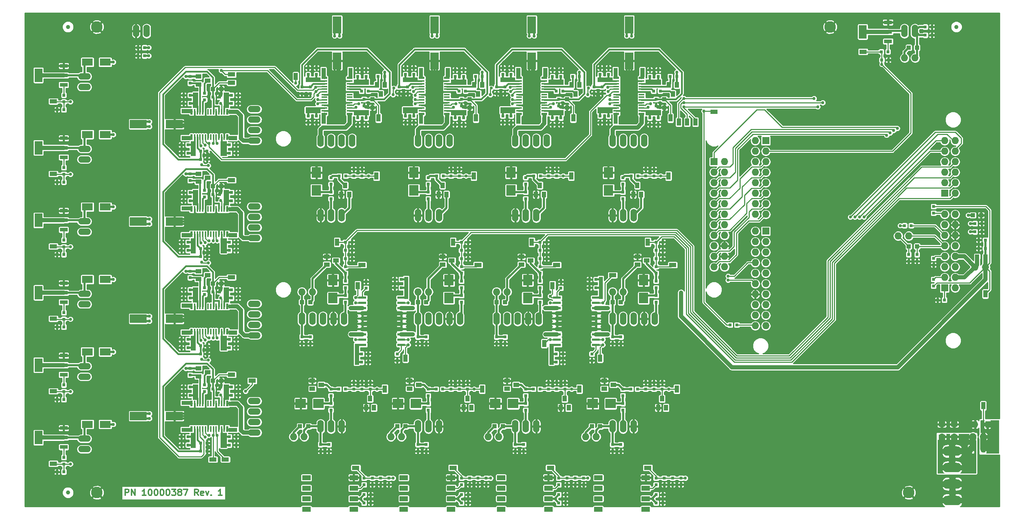
<source format=gtl>
G04 #@! TF.GenerationSoftware,KiCad,Pcbnew,(5.0.0)*
G04 #@! TF.CreationDate,2018-10-25T18:05:55-04:00*
G04 #@! TF.ProjectId,PREP400,505245503430302E6B696361645F7063,A*
G04 #@! TF.SameCoordinates,Original*
G04 #@! TF.FileFunction,Copper,L1,Top,Signal*
G04 #@! TF.FilePolarity,Positive*
%FSLAX46Y46*%
G04 Gerber Fmt 4.6, Leading zero omitted, Abs format (unit mm)*
G04 Created by KiCad (PCBNEW (5.0.0)) date 10/25/18 18:05:55*
%MOMM*%
%LPD*%
G01*
G04 APERTURE LIST*
G04 #@! TA.AperFunction,NonConductor*
%ADD10C,0.300000*%
G04 #@! TD*
G04 #@! TA.AperFunction,ComponentPad*
%ADD11O,1.727200X1.727200*%
G04 #@! TD*
G04 #@! TA.AperFunction,ComponentPad*
%ADD12R,1.727200X1.727200*%
G04 #@! TD*
G04 #@! TA.AperFunction,SMDPad,CuDef*
%ADD13R,2.032000X1.143000*%
G04 #@! TD*
G04 #@! TA.AperFunction,ComponentPad*
%ADD14O,1.524000X3.048000*%
G04 #@! TD*
G04 #@! TA.AperFunction,SMDPad,CuDef*
%ADD15R,2.300000X2.500000*%
G04 #@! TD*
G04 #@! TA.AperFunction,SMDPad,CuDef*
%ADD16R,2.500000X2.300000*%
G04 #@! TD*
G04 #@! TA.AperFunction,SMDPad,CuDef*
%ADD17R,2.650000X1.750000*%
G04 #@! TD*
G04 #@! TA.AperFunction,ComponentPad*
%ADD18O,3.048000X1.524000*%
G04 #@! TD*
G04 #@! TA.AperFunction,SMDPad,CuDef*
%ADD19R,1.400000X1.000000*%
G04 #@! TD*
G04 #@! TA.AperFunction,SMDPad,CuDef*
%ADD20R,1.000000X1.400000*%
G04 #@! TD*
G04 #@! TA.AperFunction,SMDPad,CuDef*
%ADD21R,2.000000X4.100000*%
G04 #@! TD*
G04 #@! TA.AperFunction,SMDPad,CuDef*
%ADD22R,4.100000X2.000000*%
G04 #@! TD*
G04 #@! TA.AperFunction,ComponentPad*
%ADD23O,4.572000X2.286000*%
G04 #@! TD*
G04 #@! TA.AperFunction,SMDPad,CuDef*
%ADD24R,1.900000X3.250000*%
G04 #@! TD*
G04 #@! TA.AperFunction,SMDPad,CuDef*
%ADD25R,1.900000X0.950000*%
G04 #@! TD*
G04 #@! TA.AperFunction,SMDPad,CuDef*
%ADD26R,5.700000X3.000000*%
G04 #@! TD*
G04 #@! TA.AperFunction,SMDPad,CuDef*
%ADD27R,0.600000X1.350000*%
G04 #@! TD*
G04 #@! TA.AperFunction,SMDPad,CuDef*
%ADD28R,0.380000X1.350000*%
G04 #@! TD*
G04 #@! TA.AperFunction,SMDPad,CuDef*
%ADD29R,3.000000X5.700000*%
G04 #@! TD*
G04 #@! TA.AperFunction,SMDPad,CuDef*
%ADD30R,1.350000X0.600000*%
G04 #@! TD*
G04 #@! TA.AperFunction,SMDPad,CuDef*
%ADD31R,1.350000X0.380000*%
G04 #@! TD*
G04 #@! TA.AperFunction,SMDPad,CuDef*
%ADD32R,1.000000X1.000000*%
G04 #@! TD*
G04 #@! TA.AperFunction,ComponentPad*
%ADD33C,2.800000*%
G04 #@! TD*
G04 #@! TA.AperFunction,SMDPad,CuDef*
%ADD34R,0.800000X0.800000*%
G04 #@! TD*
G04 #@! TA.AperFunction,SMDPad,CuDef*
%ADD35R,1.000000X1.800000*%
G04 #@! TD*
G04 #@! TA.AperFunction,SMDPad,CuDef*
%ADD36R,1.800000X1.000000*%
G04 #@! TD*
G04 #@! TA.AperFunction,SMDPad,CuDef*
%ADD37R,1.000000X1.600000*%
G04 #@! TD*
G04 #@! TA.AperFunction,SMDPad,CuDef*
%ADD38R,1.600000X1.000000*%
G04 #@! TD*
G04 #@! TA.AperFunction,SMDPad,CuDef*
%ADD39R,1.950000X0.600000*%
G04 #@! TD*
G04 #@! TA.AperFunction,BGAPad,CuDef*
%ADD40C,1.000000*%
G04 #@! TD*
G04 #@! TA.AperFunction,ComponentPad*
%ADD41C,5.000000*%
G04 #@! TD*
G04 #@! TA.AperFunction,ViaPad*
%ADD42C,0.750000*%
G04 #@! TD*
G04 #@! TA.AperFunction,ViaPad*
%ADD43C,0.600000*%
G04 #@! TD*
G04 #@! TA.AperFunction,Conductor*
%ADD44C,0.250000*%
G04 #@! TD*
G04 #@! TA.AperFunction,Conductor*
%ADD45C,0.500000*%
G04 #@! TD*
G04 #@! TA.AperFunction,Conductor*
%ADD46C,1.000000*%
G04 #@! TD*
G04 #@! TA.AperFunction,Conductor*
%ADD47C,0.395000*%
G04 #@! TD*
G04 #@! TA.AperFunction,Conductor*
%ADD48C,1.500000*%
G04 #@! TD*
G04 #@! TA.AperFunction,Conductor*
%ADD49C,0.350000*%
G04 #@! TD*
G04 #@! TA.AperFunction,Conductor*
%ADD50C,0.375000*%
G04 #@! TD*
G04 #@! TA.AperFunction,Conductor*
%ADD51C,0.400000*%
G04 #@! TD*
G04 #@! TA.AperFunction,Conductor*
%ADD52C,0.100000*%
G04 #@! TD*
G04 APERTURE END LIST*
D10*
X53757142Y-148728571D02*
X53757142Y-147228571D01*
X54328571Y-147228571D01*
X54471428Y-147300000D01*
X54542857Y-147371428D01*
X54614285Y-147514285D01*
X54614285Y-147728571D01*
X54542857Y-147871428D01*
X54471428Y-147942857D01*
X54328571Y-148014285D01*
X53757142Y-148014285D01*
X55257142Y-148728571D02*
X55257142Y-147228571D01*
X56114285Y-148728571D01*
X56114285Y-147228571D01*
X58757142Y-148728571D02*
X57900000Y-148728571D01*
X58328571Y-148728571D02*
X58328571Y-147228571D01*
X58185714Y-147442857D01*
X58042857Y-147585714D01*
X57900000Y-147657142D01*
X59685714Y-147228571D02*
X59828571Y-147228571D01*
X59971428Y-147300000D01*
X60042857Y-147371428D01*
X60114285Y-147514285D01*
X60185714Y-147800000D01*
X60185714Y-148157142D01*
X60114285Y-148442857D01*
X60042857Y-148585714D01*
X59971428Y-148657142D01*
X59828571Y-148728571D01*
X59685714Y-148728571D01*
X59542857Y-148657142D01*
X59471428Y-148585714D01*
X59400000Y-148442857D01*
X59328571Y-148157142D01*
X59328571Y-147800000D01*
X59400000Y-147514285D01*
X59471428Y-147371428D01*
X59542857Y-147300000D01*
X59685714Y-147228571D01*
X61114285Y-147228571D02*
X61257142Y-147228571D01*
X61400000Y-147300000D01*
X61471428Y-147371428D01*
X61542857Y-147514285D01*
X61614285Y-147800000D01*
X61614285Y-148157142D01*
X61542857Y-148442857D01*
X61471428Y-148585714D01*
X61400000Y-148657142D01*
X61257142Y-148728571D01*
X61114285Y-148728571D01*
X60971428Y-148657142D01*
X60900000Y-148585714D01*
X60828571Y-148442857D01*
X60757142Y-148157142D01*
X60757142Y-147800000D01*
X60828571Y-147514285D01*
X60900000Y-147371428D01*
X60971428Y-147300000D01*
X61114285Y-147228571D01*
X62542857Y-147228571D02*
X62685714Y-147228571D01*
X62828571Y-147300000D01*
X62900000Y-147371428D01*
X62971428Y-147514285D01*
X63042857Y-147800000D01*
X63042857Y-148157142D01*
X62971428Y-148442857D01*
X62900000Y-148585714D01*
X62828571Y-148657142D01*
X62685714Y-148728571D01*
X62542857Y-148728571D01*
X62400000Y-148657142D01*
X62328571Y-148585714D01*
X62257142Y-148442857D01*
X62185714Y-148157142D01*
X62185714Y-147800000D01*
X62257142Y-147514285D01*
X62328571Y-147371428D01*
X62400000Y-147300000D01*
X62542857Y-147228571D01*
X63971428Y-147228571D02*
X64114285Y-147228571D01*
X64257142Y-147300000D01*
X64328571Y-147371428D01*
X64400000Y-147514285D01*
X64471428Y-147800000D01*
X64471428Y-148157142D01*
X64400000Y-148442857D01*
X64328571Y-148585714D01*
X64257142Y-148657142D01*
X64114285Y-148728571D01*
X63971428Y-148728571D01*
X63828571Y-148657142D01*
X63757142Y-148585714D01*
X63685714Y-148442857D01*
X63614285Y-148157142D01*
X63614285Y-147800000D01*
X63685714Y-147514285D01*
X63757142Y-147371428D01*
X63828571Y-147300000D01*
X63971428Y-147228571D01*
X64971428Y-147228571D02*
X65900000Y-147228571D01*
X65400000Y-147800000D01*
X65614285Y-147800000D01*
X65757142Y-147871428D01*
X65828571Y-147942857D01*
X65900000Y-148085714D01*
X65900000Y-148442857D01*
X65828571Y-148585714D01*
X65757142Y-148657142D01*
X65614285Y-148728571D01*
X65185714Y-148728571D01*
X65042857Y-148657142D01*
X64971428Y-148585714D01*
X66757142Y-147871428D02*
X66614285Y-147800000D01*
X66542857Y-147728571D01*
X66471428Y-147585714D01*
X66471428Y-147514285D01*
X66542857Y-147371428D01*
X66614285Y-147300000D01*
X66757142Y-147228571D01*
X67042857Y-147228571D01*
X67185714Y-147300000D01*
X67257142Y-147371428D01*
X67328571Y-147514285D01*
X67328571Y-147585714D01*
X67257142Y-147728571D01*
X67185714Y-147800000D01*
X67042857Y-147871428D01*
X66757142Y-147871428D01*
X66614285Y-147942857D01*
X66542857Y-148014285D01*
X66471428Y-148157142D01*
X66471428Y-148442857D01*
X66542857Y-148585714D01*
X66614285Y-148657142D01*
X66757142Y-148728571D01*
X67042857Y-148728571D01*
X67185714Y-148657142D01*
X67257142Y-148585714D01*
X67328571Y-148442857D01*
X67328571Y-148157142D01*
X67257142Y-148014285D01*
X67185714Y-147942857D01*
X67042857Y-147871428D01*
X67828571Y-147228571D02*
X68828571Y-147228571D01*
X68185714Y-148728571D01*
X71400000Y-148728571D02*
X70900000Y-148014285D01*
X70542857Y-148728571D02*
X70542857Y-147228571D01*
X71114285Y-147228571D01*
X71257142Y-147300000D01*
X71328571Y-147371428D01*
X71400000Y-147514285D01*
X71400000Y-147728571D01*
X71328571Y-147871428D01*
X71257142Y-147942857D01*
X71114285Y-148014285D01*
X70542857Y-148014285D01*
X72614285Y-148657142D02*
X72471428Y-148728571D01*
X72185714Y-148728571D01*
X72042857Y-148657142D01*
X71971428Y-148514285D01*
X71971428Y-147942857D01*
X72042857Y-147800000D01*
X72185714Y-147728571D01*
X72471428Y-147728571D01*
X72614285Y-147800000D01*
X72685714Y-147942857D01*
X72685714Y-148085714D01*
X71971428Y-148228571D01*
X73185714Y-147728571D02*
X73542857Y-148728571D01*
X73900000Y-147728571D01*
X74471428Y-148585714D02*
X74542857Y-148657142D01*
X74471428Y-148728571D01*
X74400000Y-148657142D01*
X74471428Y-148585714D01*
X74471428Y-148728571D01*
X77114285Y-148728571D02*
X76257142Y-148728571D01*
X76685714Y-148728571D02*
X76685714Y-147228571D01*
X76542857Y-147442857D01*
X76400000Y-147585714D01*
X76257142Y-147657142D01*
D11*
G04 #@! TO.P,U1,1-2*
G04 #@! TO.N,Net-(U1-Pad1-2)*
X205860000Y-63050000D03*
D12*
G04 #@! TO.P,U1,1-1*
G04 #@! TO.N,/Microcontroller/EXP_D4_SPI0_MISO*
X208400000Y-63050000D03*
D11*
G04 #@! TO.P,U1,1-4*
G04 #@! TO.N,Net-(U1-Pad1-4)*
X205860000Y-65590000D03*
G04 #@! TO.P,U1,1-3*
G04 #@! TO.N,/Microcontroller/LAMP*
X208400000Y-65590000D03*
G04 #@! TO.P,U1,1-6*
G04 #@! TO.N,/Microcontroller/EXP_D12*
X205860000Y-68130000D03*
G04 #@! TO.P,U1,1-5*
G04 #@! TO.N,/Microcontroller/EXP_D0*
X208400000Y-68130000D03*
G04 #@! TO.P,U1,1-8*
G04 #@! TO.N,/Microcontroller/EXP_D11*
X205860000Y-70670000D03*
G04 #@! TO.P,U1,1-7*
G04 #@! TO.N,/Microcontroller/EXP_D1_SPI0_CS*
X208400000Y-70670000D03*
G04 #@! TO.P,U1,1-10*
G04 #@! TO.N,/Microcontroller/EXP_D10*
X205860000Y-73210000D03*
G04 #@! TO.P,U1,1-9*
G04 #@! TO.N,/Microcontroller/EXP_D2_SPI0_SCK*
X208400000Y-73210000D03*
G04 #@! TO.P,U1,1-12*
G04 #@! TO.N,/Microcontroller/EXP_D9*
X205860000Y-75750000D03*
G04 #@! TO.P,U1,1-11*
G04 #@! TO.N,/Microcontroller/EXP_D3_SPI0_MOSI*
X208400000Y-75750000D03*
G04 #@! TO.P,U1,1-14*
G04 #@! TO.N,/Microcontroller/EXP_D8*
X205860000Y-78290000D03*
G04 #@! TO.P,U1,1-13*
G04 #@! TO.N,/Microcontroller/EXP_D5_I2C1_SCL*
X208400000Y-78290000D03*
G04 #@! TO.P,U1,1-16*
G04 #@! TO.N,/Microcontroller/EXP_D7*
X205860000Y-80830000D03*
G04 #@! TO.P,U1,1-15*
G04 #@! TO.N,/Microcontroller/EXP_D6_I2C1_SDA*
X208400000Y-80830000D03*
G04 #@! TO.P,U1,2-2*
G04 #@! TO.N,/Microcontroller/_LIN_ACT_DIR*
X205860000Y-84894000D03*
D12*
G04 #@! TO.P,U1,2-1*
G04 #@! TO.N,/Microcontroller/VALVE6*
X208400000Y-84894000D03*
D11*
G04 #@! TO.P,U1,2-4*
G04 #@! TO.N,/Microcontroller/LIN_ACT_DIR*
X205860000Y-87434000D03*
G04 #@! TO.P,U1,2-3*
G04 #@! TO.N,/Microcontroller/VALVE5*
X208400000Y-87434000D03*
G04 #@! TO.P,U1,2-6*
G04 #@! TO.N,/Microcontroller/LIN_ACT_EN1*
X205860000Y-89974000D03*
G04 #@! TO.P,U1,2-5*
G04 #@! TO.N,/Microcontroller/VALVE4*
X208400000Y-89974000D03*
G04 #@! TO.P,U1,2-8*
G04 #@! TO.N,/Microcontroller/LIN_ACT_EN2*
X205860000Y-92514000D03*
G04 #@! TO.P,U1,2-7*
G04 #@! TO.N,/Microcontroller/VALVE3*
X208400000Y-92514000D03*
G04 #@! TO.P,U1,2-10*
G04 #@! TO.N,/Microcontroller/LIN_ACT_EN3*
X205860000Y-95054000D03*
G04 #@! TO.P,U1,2-9*
G04 #@! TO.N,/Microcontroller/VALVE2*
X208400000Y-95054000D03*
G04 #@! TO.P,U1,2-12*
G04 #@! TO.N,/Microcontroller/LIN_ACT_EN4*
X205860000Y-97594000D03*
G04 #@! TO.P,U1,2-11*
G04 #@! TO.N,/Microcontroller/VALVE1*
X208400000Y-97594000D03*
G04 #@! TO.P,U1,2-14*
G04 #@! TO.N,GND*
X205860000Y-100134000D03*
G04 #@! TO.P,U1,2-13*
G04 #@! TO.N,/Microcontroller/LEVEL4*
X208400000Y-100134000D03*
G04 #@! TO.P,U1,2-16*
G04 #@! TO.N,Net-(U1-Pad2-16)*
X205860000Y-102674000D03*
G04 #@! TO.P,U1,2-15*
G04 #@! TO.N,Net-(U1-Pad2-15)*
X208400000Y-102674000D03*
G04 #@! TO.P,U1,2-18*
G04 #@! TO.N,/Microcontroller/LEVEL1*
X205860000Y-105214000D03*
G04 #@! TO.P,U1,2-17*
G04 #@! TO.N,/Microcontroller/LEVEL3*
X208400000Y-105214000D03*
G04 #@! TO.P,U1,2-20*
G04 #@! TO.N,Net-(R72-Pad1)*
X205860000Y-107754000D03*
G04 #@! TO.P,U1,2-19*
G04 #@! TO.N,/Microcontroller/LEVEL2*
X208400000Y-107754000D03*
G04 #@! TO.P,U1,3-2*
G04 #@! TO.N,/Microcontroller/LIN_ACT_POS1*
X254120000Y-75750000D03*
D12*
G04 #@! TO.P,U1,3-1*
G04 #@! TO.N,/Microcontroller/EXP_A3*
X251580000Y-75750000D03*
D11*
G04 #@! TO.P,U1,3-4*
G04 #@! TO.N,/Microcontroller/LIN_ACT_POS2*
X254120000Y-73210000D03*
G04 #@! TO.P,U1,3-3*
G04 #@! TO.N,/Microcontroller/EXP_A2*
X251580000Y-73210000D03*
G04 #@! TO.P,U1,3-6*
G04 #@! TO.N,/Microcontroller/LIN_ACT_POS3*
X254120000Y-70670000D03*
G04 #@! TO.P,U1,3-5*
G04 #@! TO.N,/Microcontroller/EXP_A1*
X251580000Y-70670000D03*
G04 #@! TO.P,U1,3-8*
G04 #@! TO.N,/Microcontroller/LIN_ACT_POS4*
X254120000Y-68130000D03*
G04 #@! TO.P,U1,3-7*
G04 #@! TO.N,/Microcontroller/EXP_A0*
X251580000Y-68130000D03*
G04 #@! TO.P,U1,3-10*
G04 #@! TO.N,/Microcontroller/PRESSURE1*
X254120000Y-65590000D03*
G04 #@! TO.P,U1,3-9*
G04 #@! TO.N,/Microcontroller/PRESSURE4*
X251580000Y-65590000D03*
G04 #@! TO.P,U1,3-12*
G04 #@! TO.N,/Microcontroller/PRESSURE2*
X254120000Y-63050000D03*
G04 #@! TO.P,U1,3-11*
G04 #@! TO.N,/Microcontroller/PRESSURE3*
X251580000Y-63050000D03*
G04 #@! TO.P,U1,4-2*
G04 #@! TO.N,Net-(U1-Pad4-2)*
X254120000Y-98610000D03*
D12*
G04 #@! TO.P,U1,4-1*
G04 #@! TO.N,/Pump/_MOTP_RST*
X251580000Y-98610000D03*
D11*
G04 #@! TO.P,U1,4-4*
G04 #@! TO.N,Net-(JP7-Pad1)*
X254120000Y-96070000D03*
G04 #@! TO.P,U1,4-3*
G04 #@! TO.N,/Pump/_MOTP_FLG*
X251580000Y-96070000D03*
G04 #@! TO.P,U1,4-6*
G04 #@! TO.N,Net-(U1-Pad4-6)*
X254120000Y-93530000D03*
G04 #@! TO.P,U1,4-5*
G04 #@! TO.N,/Pump/_MOTP_CS*
X251580000Y-93530000D03*
G04 #@! TO.P,U1,4-8*
G04 #@! TO.N,Net-(JP7-Pad1)*
X254120000Y-90990000D03*
G04 #@! TO.P,U1,4-7*
G04 #@! TO.N,/Motor/_MOTC_RST*
X251580000Y-90990000D03*
G04 #@! TO.P,U1,4-10*
G04 #@! TO.N,Net-(U1-Pad4-10)*
X254120000Y-88450000D03*
G04 #@! TO.P,U1,4-9*
G04 #@! TO.N,Net-(C134-Pad1)*
X251580000Y-88450000D03*
G04 #@! TO.P,U1,4-12*
G04 #@! TO.N,GND*
X254120000Y-85910000D03*
G04 #@! TO.P,U1,4-11*
G04 #@! TO.N,Net-(R71-Pad2)*
X251580000Y-85910000D03*
G04 #@! TO.P,U1,4-14*
G04 #@! TO.N,GND*
X254120000Y-83370000D03*
G04 #@! TO.P,U1,4-13*
G04 #@! TO.N,/Motor/_MOTC_CS*
X251580000Y-83370000D03*
G04 #@! TO.P,U1,4-16*
G04 #@! TO.N,+12V*
X254120000Y-80830000D03*
G04 #@! TO.P,U1,4-15*
G04 #@! TO.N,/Motor/_MOTC_FLG*
X251580000Y-80830000D03*
G04 #@! TD*
D13*
G04 #@! TO.P,IC1,1*
G04 #@! TO.N,Net-(IC1-Pad1)*
X179405000Y-152050000D03*
G04 #@! TO.P,IC1,2*
G04 #@! TO.N,+3V3*
X179405000Y-149510000D03*
G04 #@! TO.P,IC1,3*
G04 #@! TO.N,Net-(IC1-Pad3)*
X179405000Y-146970000D03*
G04 #@! TO.P,IC1,4*
G04 #@! TO.N,GND*
X179405000Y-144430000D03*
G04 #@! TO.P,IC1,5*
G04 #@! TO.N,Net-(IC1-Pad5)*
X167975000Y-144430000D03*
G04 #@! TO.P,IC1,6*
G04 #@! TO.N,Net-(IC1-Pad6)*
X167975000Y-146970000D03*
G04 #@! TO.P,IC1,7*
G04 #@! TO.N,Net-(IC1-Pad7)*
X167975000Y-149510000D03*
G04 #@! TO.P,IC1,8*
G04 #@! TO.N,Net-(IC1-Pad8)*
X167975000Y-152050000D03*
G04 #@! TD*
G04 #@! TO.P,IC2,1*
G04 #@! TO.N,Net-(IC2-Pad1)*
X155905000Y-152050000D03*
G04 #@! TO.P,IC2,2*
G04 #@! TO.N,+3V3*
X155905000Y-149510000D03*
G04 #@! TO.P,IC2,3*
G04 #@! TO.N,Net-(IC2-Pad3)*
X155905000Y-146970000D03*
G04 #@! TO.P,IC2,4*
G04 #@! TO.N,GND*
X155905000Y-144430000D03*
G04 #@! TO.P,IC2,5*
G04 #@! TO.N,Net-(IC2-Pad5)*
X144475000Y-144430000D03*
G04 #@! TO.P,IC2,6*
G04 #@! TO.N,Net-(IC2-Pad6)*
X144475000Y-146970000D03*
G04 #@! TO.P,IC2,7*
G04 #@! TO.N,Net-(IC2-Pad7)*
X144475000Y-149510000D03*
G04 #@! TO.P,IC2,8*
G04 #@! TO.N,Net-(IC2-Pad8)*
X144475000Y-152050000D03*
G04 #@! TD*
G04 #@! TO.P,IC3,1*
G04 #@! TO.N,Net-(IC3-Pad1)*
X132405000Y-152050000D03*
G04 #@! TO.P,IC3,2*
G04 #@! TO.N,+3V3*
X132405000Y-149510000D03*
G04 #@! TO.P,IC3,3*
G04 #@! TO.N,Net-(IC3-Pad3)*
X132405000Y-146970000D03*
G04 #@! TO.P,IC3,4*
G04 #@! TO.N,GND*
X132405000Y-144430000D03*
G04 #@! TO.P,IC3,5*
G04 #@! TO.N,Net-(IC3-Pad5)*
X120975000Y-144430000D03*
G04 #@! TO.P,IC3,6*
G04 #@! TO.N,Net-(IC3-Pad6)*
X120975000Y-146970000D03*
G04 #@! TO.P,IC3,7*
G04 #@! TO.N,Net-(IC3-Pad7)*
X120975000Y-149510000D03*
G04 #@! TO.P,IC3,8*
G04 #@! TO.N,Net-(IC3-Pad8)*
X120975000Y-152050000D03*
G04 #@! TD*
G04 #@! TO.P,IC4,1*
G04 #@! TO.N,Net-(IC4-Pad1)*
X108905000Y-152050000D03*
G04 #@! TO.P,IC4,2*
G04 #@! TO.N,+3V3*
X108905000Y-149510000D03*
G04 #@! TO.P,IC4,3*
G04 #@! TO.N,Net-(IC4-Pad3)*
X108905000Y-146970000D03*
G04 #@! TO.P,IC4,4*
G04 #@! TO.N,GND*
X108905000Y-144430000D03*
G04 #@! TO.P,IC4,5*
G04 #@! TO.N,Net-(IC4-Pad5)*
X97475000Y-144430000D03*
G04 #@! TO.P,IC4,6*
G04 #@! TO.N,Net-(IC4-Pad6)*
X97475000Y-146970000D03*
G04 #@! TO.P,IC4,7*
G04 #@! TO.N,Net-(IC4-Pad7)*
X97475000Y-149510000D03*
G04 #@! TO.P,IC4,8*
G04 #@! TO.N,Net-(IC4-Pad8)*
X97475000Y-152050000D03*
G04 #@! TD*
D14*
G04 #@! TO.P,J25,5*
G04 #@! TO.N,Net-(J25-Pad5)*
X106560000Y-106050000D03*
G04 #@! TO.P,J25,4*
G04 #@! TO.N,GND*
X104020000Y-106050000D03*
G04 #@! TO.P,J25,3*
G04 #@! TO.N,/LinearActuator/LIN_OUT4B*
X101480000Y-106050000D03*
G04 #@! TO.P,J25,2*
G04 #@! TO.N,/LinearActuator/LIN_OUT4A*
X98940000Y-106050000D03*
G04 #@! TO.P,J25,1*
G04 #@! TO.N,Net-(C169-Pad2)*
X96400000Y-106050000D03*
G04 #@! TD*
G04 #@! TO.P,J24,5*
G04 #@! TO.N,Net-(J24-Pad5)*
X134560000Y-106050000D03*
G04 #@! TO.P,J24,4*
G04 #@! TO.N,GND*
X132020000Y-106050000D03*
G04 #@! TO.P,J24,3*
G04 #@! TO.N,/LinearActuator/LIN_OUT3B*
X129480000Y-106050000D03*
G04 #@! TO.P,J24,2*
G04 #@! TO.N,/LinearActuator/LIN_OUT3A*
X126940000Y-106050000D03*
G04 #@! TO.P,J24,1*
G04 #@! TO.N,Net-(C167-Pad2)*
X124400000Y-106050000D03*
G04 #@! TD*
G04 #@! TO.P,J23,5*
G04 #@! TO.N,Net-(J23-Pad5)*
X153560000Y-106050000D03*
G04 #@! TO.P,J23,4*
G04 #@! TO.N,GND*
X151020000Y-106050000D03*
G04 #@! TO.P,J23,3*
G04 #@! TO.N,/LinearActuator/LIN_OUT2B*
X148480000Y-106050000D03*
G04 #@! TO.P,J23,2*
G04 #@! TO.N,/LinearActuator/LIN_OUT2A*
X145940000Y-106050000D03*
G04 #@! TO.P,J23,1*
G04 #@! TO.N,Net-(C165-Pad2)*
X143400000Y-106050000D03*
G04 #@! TD*
G04 #@! TO.P,J22,5*
G04 #@! TO.N,Net-(J22-Pad5)*
X181560000Y-106050000D03*
G04 #@! TO.P,J22,4*
G04 #@! TO.N,GND*
X179020000Y-106050000D03*
G04 #@! TO.P,J22,3*
G04 #@! TO.N,/LinearActuator/LIN_OUT1B*
X176480000Y-106050000D03*
G04 #@! TO.P,J22,2*
G04 #@! TO.N,/LinearActuator/LIN_OUT1A*
X173940000Y-106050000D03*
G04 #@! TO.P,J22,1*
G04 #@! TO.N,Net-(C163-Pad2)*
X171400000Y-106050000D03*
G04 #@! TD*
G04 #@! TO.P,J17,3*
G04 #@! TO.N,+3V3*
X105980000Y-81050000D03*
G04 #@! TO.P,J17,2*
G04 #@! TO.N,Net-(J17-Pad2)*
X103440000Y-81050000D03*
G04 #@! TO.P,J17,1*
G04 #@! TO.N,GND*
X100900000Y-81050000D03*
G04 #@! TD*
G04 #@! TO.P,J16,3*
G04 #@! TO.N,+3V3*
X129480000Y-81050000D03*
G04 #@! TO.P,J16,2*
G04 #@! TO.N,Net-(J16-Pad2)*
X126940000Y-81050000D03*
G04 #@! TO.P,J16,1*
G04 #@! TO.N,GND*
X124400000Y-81050000D03*
G04 #@! TD*
G04 #@! TO.P,J15,3*
G04 #@! TO.N,+3V3*
X152980000Y-81050000D03*
G04 #@! TO.P,J15,2*
G04 #@! TO.N,Net-(J15-Pad2)*
X150440000Y-81050000D03*
G04 #@! TO.P,J15,1*
G04 #@! TO.N,GND*
X147900000Y-81050000D03*
G04 #@! TD*
G04 #@! TO.P,J14,3*
G04 #@! TO.N,+3V3*
X176480000Y-81050000D03*
G04 #@! TO.P,J14,2*
G04 #@! TO.N,Net-(J14-Pad2)*
X173940000Y-81050000D03*
G04 #@! TO.P,J14,1*
G04 #@! TO.N,GND*
X171400000Y-81050000D03*
G04 #@! TD*
G04 #@! TO.P,J7,3*
G04 #@! TO.N,GND*
X105980000Y-132050000D03*
G04 #@! TO.P,J7,2*
G04 #@! TO.N,Net-(J7-Pad2)*
X103440000Y-132050000D03*
G04 #@! TO.P,J7,1*
G04 #@! TO.N,Net-(C197-Pad2)*
X100900000Y-132050000D03*
G04 #@! TD*
G04 #@! TO.P,J6,3*
G04 #@! TO.N,GND*
X129480000Y-132050000D03*
G04 #@! TO.P,J6,2*
G04 #@! TO.N,Net-(J6-Pad2)*
X126940000Y-132050000D03*
G04 #@! TO.P,J6,1*
G04 #@! TO.N,Net-(C195-Pad2)*
X124400000Y-132050000D03*
G04 #@! TD*
G04 #@! TO.P,J5,3*
G04 #@! TO.N,GND*
X152980000Y-132050000D03*
G04 #@! TO.P,J5,2*
G04 #@! TO.N,Net-(J5-Pad2)*
X150440000Y-132050000D03*
G04 #@! TO.P,J5,1*
G04 #@! TO.N,Net-(C193-Pad2)*
X147900000Y-132050000D03*
G04 #@! TD*
G04 #@! TO.P,J4,3*
G04 #@! TO.N,GND*
X176480000Y-132050000D03*
G04 #@! TO.P,J4,2*
G04 #@! TO.N,Net-(J4-Pad2)*
X173940000Y-132050000D03*
G04 #@! TO.P,J4,1*
G04 #@! TO.N,Net-(C191-Pad2)*
X171400000Y-132050000D03*
G04 #@! TD*
D15*
G04 #@! TO.P,D42,2*
G04 #@! TO.N,GND*
X103900000Y-96750000D03*
G04 #@! TO.P,D42,1*
G04 #@! TO.N,Net-(D42-Pad1)*
X103900000Y-101050000D03*
G04 #@! TD*
G04 #@! TO.P,D41,2*
G04 #@! TO.N,GND*
X131900000Y-96750000D03*
G04 #@! TO.P,D41,1*
G04 #@! TO.N,Net-(D41-Pad1)*
X131900000Y-101050000D03*
G04 #@! TD*
G04 #@! TO.P,D40,2*
G04 #@! TO.N,GND*
X150900000Y-96750000D03*
G04 #@! TO.P,D40,1*
G04 #@! TO.N,Net-(D40-Pad1)*
X150900000Y-101050000D03*
G04 #@! TD*
G04 #@! TO.P,D39,2*
G04 #@! TO.N,GND*
X178900000Y-96750000D03*
G04 #@! TO.P,D39,1*
G04 #@! TO.N,Net-(D39-Pad1)*
X178900000Y-101050000D03*
G04 #@! TD*
G04 #@! TO.P,D38,2*
G04 #@! TO.N,GND*
X99900000Y-70750000D03*
G04 #@! TO.P,D38,1*
G04 #@! TO.N,Net-(D38-Pad1)*
X99900000Y-75050000D03*
G04 #@! TD*
G04 #@! TO.P,D37,2*
G04 #@! TO.N,GND*
X123400000Y-70750000D03*
G04 #@! TO.P,D37,1*
G04 #@! TO.N,Net-(D37-Pad1)*
X123400000Y-75050000D03*
G04 #@! TD*
G04 #@! TO.P,D36,2*
G04 #@! TO.N,GND*
X146900000Y-70750000D03*
G04 #@! TO.P,D36,1*
G04 #@! TO.N,Net-(D36-Pad1)*
X146900000Y-75050000D03*
G04 #@! TD*
G04 #@! TO.P,D35,2*
G04 #@! TO.N,GND*
X170400000Y-70750000D03*
G04 #@! TO.P,D35,1*
G04 #@! TO.N,Net-(D35-Pad1)*
X170400000Y-75050000D03*
G04 #@! TD*
D16*
G04 #@! TO.P,D34,2*
G04 #@! TO.N,GND*
X96100000Y-126550000D03*
G04 #@! TO.P,D34,1*
G04 #@! TO.N,Net-(D34-Pad1)*
X100400000Y-126550000D03*
G04 #@! TD*
G04 #@! TO.P,D33,2*
G04 #@! TO.N,GND*
X119600000Y-126550000D03*
G04 #@! TO.P,D33,1*
G04 #@! TO.N,Net-(D33-Pad1)*
X123900000Y-126550000D03*
G04 #@! TD*
G04 #@! TO.P,D32,2*
G04 #@! TO.N,GND*
X143100000Y-126550000D03*
G04 #@! TO.P,D32,1*
G04 #@! TO.N,Net-(D32-Pad1)*
X147400000Y-126550000D03*
G04 #@! TD*
G04 #@! TO.P,D31,2*
G04 #@! TO.N,GND*
X166600000Y-126550000D03*
G04 #@! TO.P,D31,1*
G04 #@! TO.N,Net-(D31-Pad1)*
X170900000Y-126550000D03*
G04 #@! TD*
D11*
G04 #@! TO.P,P1,22*
G04 #@! TO.N,+3V3*
X198430000Y-93530000D03*
G04 #@! TO.P,P1,21*
G04 #@! TO.N,/Microcontroller/EXP_D6_I2C1_SDA*
X195890000Y-93530000D03*
G04 #@! TO.P,P1,20*
G04 #@! TO.N,GND*
X198430000Y-90990000D03*
G04 #@! TO.P,P1,19*
G04 #@! TO.N,/Microcontroller/EXP_D5_I2C1_SCL*
X195890000Y-90990000D03*
G04 #@! TO.P,P1,18*
G04 #@! TO.N,GND*
X198430000Y-88450000D03*
G04 #@! TO.P,P1,17*
G04 #@! TO.N,/Microcontroller/EXP_D4_SPI0_MISO*
X195890000Y-88450000D03*
G04 #@! TO.P,P1,16*
G04 #@! TO.N,+12V*
X198430000Y-85910000D03*
G04 #@! TO.P,P1,15*
G04 #@! TO.N,/Microcontroller/EXP_D3_SPI0_MOSI*
X195890000Y-85910000D03*
G04 #@! TO.P,P1,14*
G04 #@! TO.N,+12V*
X198430000Y-83370000D03*
G04 #@! TO.P,P1,13*
G04 #@! TO.N,/Microcontroller/EXP_D2_SPI0_SCK*
X195890000Y-83370000D03*
G04 #@! TO.P,P1,12*
G04 #@! TO.N,/Microcontroller/EXP_D7*
X198430000Y-80830000D03*
G04 #@! TO.P,P1,11*
G04 #@! TO.N,/Microcontroller/EXP_D1_SPI0_CS*
X195890000Y-80830000D03*
G04 #@! TO.P,P1,10*
G04 #@! TO.N,/Microcontroller/EXP_D8*
X198430000Y-78290000D03*
G04 #@! TO.P,P1,9*
G04 #@! TO.N,/Microcontroller/EXP_D0*
X195890000Y-78290000D03*
G04 #@! TO.P,P1,8*
G04 #@! TO.N,/Microcontroller/EXP_D9*
X198430000Y-75750000D03*
G04 #@! TO.P,P1,7*
G04 #@! TO.N,/Microcontroller/EXP_A3*
X195890000Y-75750000D03*
G04 #@! TO.P,P1,6*
G04 #@! TO.N,/Microcontroller/EXP_D10*
X198430000Y-73210000D03*
G04 #@! TO.P,P1,5*
G04 #@! TO.N,/Microcontroller/EXP_A2*
X195890000Y-73210000D03*
G04 #@! TO.P,P1,4*
G04 #@! TO.N,/Microcontroller/EXP_D11*
X198430000Y-70670000D03*
G04 #@! TO.P,P1,3*
G04 #@! TO.N,/Microcontroller/EXP_A1*
X195890000Y-70670000D03*
G04 #@! TO.P,P1,2*
G04 #@! TO.N,/Microcontroller/EXP_D12*
X198430000Y-68130000D03*
D12*
G04 #@! TO.P,P1,1*
G04 #@! TO.N,/Microcontroller/EXP_A0*
X195890000Y-68130000D03*
G04 #@! TD*
D17*
G04 #@! TO.P,D9,2*
G04 #@! TO.N,Net-(D9-Pad2)*
X44600000Y-44050000D03*
G04 #@! TO.P,D9,1*
G04 #@! TO.N,+12V*
X48900000Y-44050000D03*
G04 #@! TD*
G04 #@! TO.P,D10,2*
G04 #@! TO.N,Net-(D10-Pad2)*
X44600000Y-61550000D03*
G04 #@! TO.P,D10,1*
G04 #@! TO.N,+12V*
X48900000Y-61550000D03*
G04 #@! TD*
G04 #@! TO.P,D11,2*
G04 #@! TO.N,Net-(D11-Pad2)*
X44600000Y-79050000D03*
G04 #@! TO.P,D11,1*
G04 #@! TO.N,+12V*
X48900000Y-79050000D03*
G04 #@! TD*
G04 #@! TO.P,D12,2*
G04 #@! TO.N,Net-(D12-Pad2)*
X44600000Y-96550000D03*
G04 #@! TO.P,D12,1*
G04 #@! TO.N,+12V*
X48900000Y-96550000D03*
G04 #@! TD*
G04 #@! TO.P,D13,2*
G04 #@! TO.N,Net-(D13-Pad2)*
X44600000Y-114050000D03*
G04 #@! TO.P,D13,1*
G04 #@! TO.N,+12V*
X48900000Y-114050000D03*
G04 #@! TD*
G04 #@! TO.P,D14,2*
G04 #@! TO.N,Net-(D14-Pad2)*
X44600000Y-131550000D03*
G04 #@! TO.P,D14,1*
G04 #@! TO.N,+12V*
X48900000Y-131550000D03*
G04 #@! TD*
D18*
G04 #@! TO.P,J29,4*
G04 #@! TO.N,/Pump/MOT4_1B*
X84900000Y-125930000D03*
G04 #@! TO.P,J29,3*
G04 #@! TO.N,/Pump/MOT4_2B*
X84900000Y-128470000D03*
G04 #@! TO.P,J29,2*
G04 #@! TO.N,/Pump/MOT4_2A*
X84900000Y-131010000D03*
G04 #@! TO.P,J29,1*
G04 #@! TO.N,/Pump/MOT4_1A*
X84900000Y-133550000D03*
G04 #@! TD*
G04 #@! TO.P,J28,4*
G04 #@! TO.N,/Pump/MOT3_1B*
X84900000Y-102430000D03*
G04 #@! TO.P,J28,3*
G04 #@! TO.N,/Pump/MOT3_2B*
X84900000Y-104970000D03*
G04 #@! TO.P,J28,2*
G04 #@! TO.N,/Pump/MOT3_2A*
X84900000Y-107510000D03*
G04 #@! TO.P,J28,1*
G04 #@! TO.N,/Pump/MOT3_1A*
X84900000Y-110050000D03*
G04 #@! TD*
G04 #@! TO.P,J27,4*
G04 #@! TO.N,/Pump/MOT2_1B*
X84900000Y-78930000D03*
G04 #@! TO.P,J27,3*
G04 #@! TO.N,/Pump/MOT2_2B*
X84900000Y-81470000D03*
G04 #@! TO.P,J27,2*
G04 #@! TO.N,/Pump/MOT2_2A*
X84900000Y-84010000D03*
G04 #@! TO.P,J27,1*
G04 #@! TO.N,/Pump/MOT2_1A*
X84900000Y-86550000D03*
G04 #@! TD*
G04 #@! TO.P,J26,4*
G04 #@! TO.N,/Pump/MOT1_1B*
X84900000Y-55430000D03*
G04 #@! TO.P,J26,3*
G04 #@! TO.N,/Pump/MOT1_2B*
X84900000Y-57970000D03*
G04 #@! TO.P,J26,2*
G04 #@! TO.N,/Pump/MOT1_2A*
X84900000Y-60510000D03*
G04 #@! TO.P,J26,1*
G04 #@! TO.N,/Pump/MOT1_1A*
X84900000Y-63050000D03*
G04 #@! TD*
D14*
G04 #@! TO.P,J21,4*
G04 #@! TO.N,/Motor/MOT4_1B*
X108520000Y-63050000D03*
G04 #@! TO.P,J21,3*
G04 #@! TO.N,/Motor/MOT4_2B*
X105980000Y-63050000D03*
G04 #@! TO.P,J21,2*
G04 #@! TO.N,/Motor/MOT4_2A*
X103440000Y-63050000D03*
G04 #@! TO.P,J21,1*
G04 #@! TO.N,/Motor/MOT4_1A*
X100900000Y-63050000D03*
G04 #@! TD*
G04 #@! TO.P,J20,4*
G04 #@! TO.N,/Motor/MOT3_1B*
X132020000Y-63050000D03*
G04 #@! TO.P,J20,3*
G04 #@! TO.N,/Motor/MOT3_2B*
X129480000Y-63050000D03*
G04 #@! TO.P,J20,2*
G04 #@! TO.N,/Motor/MOT3_2A*
X126940000Y-63050000D03*
G04 #@! TO.P,J20,1*
G04 #@! TO.N,/Motor/MOT3_1A*
X124400000Y-63050000D03*
G04 #@! TD*
G04 #@! TO.P,J19,4*
G04 #@! TO.N,/Motor/MOT2_1B*
X155520000Y-63050000D03*
G04 #@! TO.P,J19,3*
G04 #@! TO.N,/Motor/MOT2_2B*
X152980000Y-63050000D03*
G04 #@! TO.P,J19,2*
G04 #@! TO.N,/Motor/MOT2_2A*
X150440000Y-63050000D03*
G04 #@! TO.P,J19,1*
G04 #@! TO.N,/Motor/MOT2_1A*
X147900000Y-63050000D03*
G04 #@! TD*
G04 #@! TO.P,J18,4*
G04 #@! TO.N,/Motor/MOT1_1B*
X179020000Y-63050000D03*
G04 #@! TO.P,J18,3*
G04 #@! TO.N,/Motor/MOT1_2B*
X176480000Y-63050000D03*
G04 #@! TO.P,J18,2*
G04 #@! TO.N,/Motor/MOT1_2A*
X173940000Y-63050000D03*
G04 #@! TO.P,J18,1*
G04 #@! TO.N,/Motor/MOT1_1A*
X171400000Y-63050000D03*
G04 #@! TD*
D19*
G04 #@! TO.P,D1,3*
G04 #@! TO.N,Net-(D1-Pad3)*
X171600000Y-122000000D03*
G04 #@! TO.P,D1,2*
G04 #@! TO.N,Net-(D1-Pad2)*
X169400000Y-122950000D03*
G04 #@! TO.P,D1,1*
G04 #@! TO.N,GND*
X169400000Y-121050000D03*
G04 #@! TD*
D20*
G04 #@! TO.P,D2,3*
G04 #@! TO.N,/Microcontroller/LEVEL1*
X183350000Y-125350000D03*
G04 #@! TO.P,D2,2*
G04 #@! TO.N,Net-(D2-Pad2)*
X184300000Y-127550000D03*
G04 #@! TO.P,D2,1*
G04 #@! TO.N,GND*
X182400000Y-127550000D03*
G04 #@! TD*
D19*
G04 #@! TO.P,D3,3*
G04 #@! TO.N,Net-(D3-Pad3)*
X148100000Y-122000000D03*
G04 #@! TO.P,D3,2*
G04 #@! TO.N,Net-(D3-Pad2)*
X145900000Y-122950000D03*
G04 #@! TO.P,D3,1*
G04 #@! TO.N,GND*
X145900000Y-121050000D03*
G04 #@! TD*
D20*
G04 #@! TO.P,D4,3*
G04 #@! TO.N,/Microcontroller/LEVEL2*
X159850000Y-125350000D03*
G04 #@! TO.P,D4,2*
G04 #@! TO.N,Net-(D4-Pad2)*
X160800000Y-127550000D03*
G04 #@! TO.P,D4,1*
G04 #@! TO.N,GND*
X158900000Y-127550000D03*
G04 #@! TD*
D19*
G04 #@! TO.P,D5,3*
G04 #@! TO.N,Net-(D5-Pad3)*
X124600000Y-122000000D03*
G04 #@! TO.P,D5,2*
G04 #@! TO.N,Net-(D5-Pad2)*
X122400000Y-122950000D03*
G04 #@! TO.P,D5,1*
G04 #@! TO.N,GND*
X122400000Y-121050000D03*
G04 #@! TD*
D20*
G04 #@! TO.P,D6,3*
G04 #@! TO.N,/Microcontroller/LEVEL3*
X136350000Y-125350000D03*
G04 #@! TO.P,D6,2*
G04 #@! TO.N,Net-(D6-Pad2)*
X137300000Y-127550000D03*
G04 #@! TO.P,D6,1*
G04 #@! TO.N,GND*
X135400000Y-127550000D03*
G04 #@! TD*
D19*
G04 #@! TO.P,D7,3*
G04 #@! TO.N,Net-(D7-Pad3)*
X101100000Y-122000000D03*
G04 #@! TO.P,D7,2*
G04 #@! TO.N,Net-(D7-Pad2)*
X98900000Y-122950000D03*
G04 #@! TO.P,D7,1*
G04 #@! TO.N,GND*
X98900000Y-121050000D03*
G04 #@! TD*
D20*
G04 #@! TO.P,D8,3*
G04 #@! TO.N,/Microcontroller/LEVEL4*
X112850000Y-125350000D03*
G04 #@! TO.P,D8,2*
G04 #@! TO.N,Net-(D8-Pad2)*
X113800000Y-127550000D03*
G04 #@! TO.P,D8,1*
G04 #@! TO.N,GND*
X111900000Y-127550000D03*
G04 #@! TD*
G04 #@! TO.P,D15,3*
G04 #@! TO.N,Net-(D15-Pad3)*
X177350000Y-73850000D03*
G04 #@! TO.P,D15,2*
G04 #@! TO.N,+3V3*
X178300000Y-76050000D03*
G04 #@! TO.P,D15,1*
G04 #@! TO.N,GND*
X176400000Y-76050000D03*
G04 #@! TD*
G04 #@! TO.P,D16,3*
G04 #@! TO.N,Net-(D16-Pad3)*
X153850000Y-73850000D03*
G04 #@! TO.P,D16,2*
G04 #@! TO.N,+3V3*
X154800000Y-76050000D03*
G04 #@! TO.P,D16,1*
G04 #@! TO.N,GND*
X152900000Y-76050000D03*
G04 #@! TD*
G04 #@! TO.P,D17,3*
G04 #@! TO.N,Net-(D17-Pad3)*
X130350000Y-73850000D03*
G04 #@! TO.P,D17,2*
G04 #@! TO.N,+3V3*
X131300000Y-76050000D03*
G04 #@! TO.P,D17,1*
G04 #@! TO.N,GND*
X129400000Y-76050000D03*
G04 #@! TD*
G04 #@! TO.P,D18,3*
G04 #@! TO.N,Net-(D18-Pad3)*
X106850000Y-73850000D03*
G04 #@! TO.P,D18,2*
G04 #@! TO.N,+3V3*
X107800000Y-76050000D03*
G04 #@! TO.P,D18,1*
G04 #@! TO.N,GND*
X105900000Y-76050000D03*
G04 #@! TD*
G04 #@! TO.P,D19,3*
G04 #@! TO.N,Net-(C57-Pad1)*
X185950000Y-51750000D03*
G04 #@! TO.P,D19,2*
G04 #@! TO.N,Net-(C45-Pad2)*
X185000000Y-49550000D03*
G04 #@! TO.P,D19,1*
G04 #@! TO.N,+12V*
X186900000Y-49550000D03*
G04 #@! TD*
G04 #@! TO.P,D20,3*
G04 #@! TO.N,Net-(C58-Pad1)*
X162450000Y-51750000D03*
G04 #@! TO.P,D20,2*
G04 #@! TO.N,Net-(C46-Pad2)*
X161500000Y-49550000D03*
G04 #@! TO.P,D20,1*
G04 #@! TO.N,+12V*
X163400000Y-49550000D03*
G04 #@! TD*
G04 #@! TO.P,D21,3*
G04 #@! TO.N,Net-(C59-Pad1)*
X138950000Y-51750000D03*
G04 #@! TO.P,D21,2*
G04 #@! TO.N,Net-(C47-Pad2)*
X138000000Y-49550000D03*
G04 #@! TO.P,D21,1*
G04 #@! TO.N,+12V*
X139900000Y-49550000D03*
G04 #@! TD*
G04 #@! TO.P,D22,3*
G04 #@! TO.N,Net-(C60-Pad1)*
X115450000Y-51750000D03*
G04 #@! TO.P,D22,2*
G04 #@! TO.N,Net-(C48-Pad2)*
X114500000Y-49550000D03*
G04 #@! TO.P,D22,1*
G04 #@! TO.N,+12V*
X116400000Y-49550000D03*
G04 #@! TD*
D19*
G04 #@! TO.P,D23,3*
G04 #@! TO.N,Net-(C105-Pad1)*
X73600000Y-48500000D03*
G04 #@! TO.P,D23,2*
G04 #@! TO.N,Net-(C93-Pad2)*
X71400000Y-49450000D03*
G04 #@! TO.P,D23,1*
G04 #@! TO.N,+12V*
X71400000Y-47550000D03*
G04 #@! TD*
G04 #@! TO.P,D24,3*
G04 #@! TO.N,Net-(C106-Pad1)*
X73600000Y-72000000D03*
G04 #@! TO.P,D24,2*
G04 #@! TO.N,Net-(C94-Pad2)*
X71400000Y-72950000D03*
G04 #@! TO.P,D24,1*
G04 #@! TO.N,+12V*
X71400000Y-71050000D03*
G04 #@! TD*
G04 #@! TO.P,D25,3*
G04 #@! TO.N,Net-(C107-Pad1)*
X73600000Y-95500000D03*
G04 #@! TO.P,D25,2*
G04 #@! TO.N,Net-(C95-Pad2)*
X71400000Y-96450000D03*
G04 #@! TO.P,D25,1*
G04 #@! TO.N,+12V*
X71400000Y-94550000D03*
G04 #@! TD*
G04 #@! TO.P,D26,3*
G04 #@! TO.N,Net-(C108-Pad1)*
X73600000Y-119000000D03*
G04 #@! TO.P,D26,2*
G04 #@! TO.N,Net-(C96-Pad2)*
X71400000Y-119950000D03*
G04 #@! TO.P,D26,1*
G04 #@! TO.N,+12V*
X71400000Y-118050000D03*
G04 #@! TD*
G04 #@! TO.P,D27,3*
G04 #@! TO.N,Net-(D27-Pad3)*
X179600000Y-92000000D03*
G04 #@! TO.P,D27,2*
G04 #@! TO.N,+3V3*
X177400000Y-92950000D03*
G04 #@! TO.P,D27,1*
G04 #@! TO.N,GND*
X177400000Y-91050000D03*
G04 #@! TD*
G04 #@! TO.P,D28,3*
G04 #@! TO.N,Net-(D28-Pad3)*
X151600000Y-92000000D03*
G04 #@! TO.P,D28,2*
G04 #@! TO.N,+3V3*
X149400000Y-92950000D03*
G04 #@! TO.P,D28,1*
G04 #@! TO.N,GND*
X149400000Y-91050000D03*
G04 #@! TD*
G04 #@! TO.P,D29,3*
G04 #@! TO.N,Net-(D29-Pad3)*
X132600000Y-92000000D03*
G04 #@! TO.P,D29,2*
G04 #@! TO.N,+3V3*
X130400000Y-92950000D03*
G04 #@! TO.P,D29,1*
G04 #@! TO.N,GND*
X130400000Y-91050000D03*
G04 #@! TD*
G04 #@! TO.P,D30,3*
G04 #@! TO.N,Net-(D30-Pad3)*
X104600000Y-92000000D03*
G04 #@! TO.P,D30,2*
G04 #@! TO.N,+3V3*
X102400000Y-92950000D03*
G04 #@! TO.P,D30,1*
G04 #@! TO.N,GND*
X102400000Y-91050000D03*
G04 #@! TD*
D21*
G04 #@! TO.P,C21,1*
G04 #@! TO.N,+12V*
X175400000Y-35050000D03*
G04 #@! TO.P,C21,2*
G04 #@! TO.N,GND*
X175400000Y-43750000D03*
G04 #@! TD*
G04 #@! TO.P,C26,1*
G04 #@! TO.N,+12V*
X151900000Y-35050000D03*
G04 #@! TO.P,C26,2*
G04 #@! TO.N,GND*
X151900000Y-43750000D03*
G04 #@! TD*
G04 #@! TO.P,C31,1*
G04 #@! TO.N,+12V*
X128400000Y-35050000D03*
G04 #@! TO.P,C31,2*
G04 #@! TO.N,GND*
X128400000Y-43750000D03*
G04 #@! TD*
G04 #@! TO.P,C36,1*
G04 #@! TO.N,+12V*
X104900000Y-35050000D03*
G04 #@! TO.P,C36,2*
G04 #@! TO.N,GND*
X104900000Y-43750000D03*
G04 #@! TD*
D22*
G04 #@! TO.P,C69,1*
G04 #@! TO.N,+12V*
X56900000Y-59050000D03*
G04 #@! TO.P,C69,2*
G04 #@! TO.N,GND*
X65600000Y-59050000D03*
G04 #@! TD*
G04 #@! TO.P,C74,1*
G04 #@! TO.N,+12V*
X56900000Y-82550000D03*
G04 #@! TO.P,C74,2*
G04 #@! TO.N,GND*
X65600000Y-82550000D03*
G04 #@! TD*
G04 #@! TO.P,C79,1*
G04 #@! TO.N,+12V*
X56900000Y-106050000D03*
G04 #@! TO.P,C79,2*
G04 #@! TO.N,GND*
X65600000Y-106050000D03*
G04 #@! TD*
G04 #@! TO.P,C84,1*
G04 #@! TO.N,+12V*
X56900000Y-129550000D03*
G04 #@! TO.P,C84,2*
G04 #@! TO.N,GND*
X65600000Y-129550000D03*
G04 #@! TD*
D23*
G04 #@! TO.P,J1,1*
G04 #@! TO.N,Net-(C113-Pad1)*
X253400000Y-138050000D03*
G04 #@! TO.P,J1,2*
X253400000Y-142012400D03*
G04 #@! TO.P,J1,3*
G04 #@! TO.N,GND*
X253400000Y-145974800D03*
G04 #@! TO.P,J1,4*
X253400000Y-149937200D03*
G04 #@! TD*
D24*
G04 #@! TO.P,Q1,D*
G04 #@! TO.N,Net-(J2-Pad2)*
X231800000Y-36750000D03*
D25*
X237900000Y-36750000D03*
G04 #@! TO.P,Q1,S*
G04 #@! TO.N,GND*
X237900000Y-34450000D03*
G04 #@! TO.P,Q1,G*
G04 #@! TO.N,Net-(Q1-PadG)*
X237900000Y-39050000D03*
G04 #@! TD*
D24*
G04 #@! TO.P,Q2,D*
G04 #@! TO.N,Net-(D9-Pad2)*
X32800000Y-47250000D03*
D25*
X38900000Y-47250000D03*
G04 #@! TO.P,Q2,S*
G04 #@! TO.N,GND*
X38900000Y-44950000D03*
G04 #@! TO.P,Q2,G*
G04 #@! TO.N,Net-(Q2-PadG)*
X38900000Y-49550000D03*
G04 #@! TD*
D24*
G04 #@! TO.P,Q3,D*
G04 #@! TO.N,Net-(D10-Pad2)*
X32800000Y-64750000D03*
D25*
X38900000Y-64750000D03*
G04 #@! TO.P,Q3,S*
G04 #@! TO.N,GND*
X38900000Y-62450000D03*
G04 #@! TO.P,Q3,G*
G04 #@! TO.N,Net-(Q3-PadG)*
X38900000Y-67050000D03*
G04 #@! TD*
D24*
G04 #@! TO.P,Q4,D*
G04 #@! TO.N,Net-(D11-Pad2)*
X32800000Y-82250000D03*
D25*
X38900000Y-82250000D03*
G04 #@! TO.P,Q4,S*
G04 #@! TO.N,GND*
X38900000Y-79950000D03*
G04 #@! TO.P,Q4,G*
G04 #@! TO.N,Net-(Q4-PadG)*
X38900000Y-84550000D03*
G04 #@! TD*
D24*
G04 #@! TO.P,Q5,D*
G04 #@! TO.N,Net-(D12-Pad2)*
X32800000Y-99750000D03*
D25*
X38900000Y-99750000D03*
G04 #@! TO.P,Q5,S*
G04 #@! TO.N,GND*
X38900000Y-97450000D03*
G04 #@! TO.P,Q5,G*
G04 #@! TO.N,Net-(Q5-PadG)*
X38900000Y-102050000D03*
G04 #@! TD*
D24*
G04 #@! TO.P,Q6,D*
G04 #@! TO.N,Net-(D13-Pad2)*
X32800000Y-117250000D03*
D25*
X38900000Y-117250000D03*
G04 #@! TO.P,Q6,S*
G04 #@! TO.N,GND*
X38900000Y-114950000D03*
G04 #@! TO.P,Q6,G*
G04 #@! TO.N,Net-(Q6-PadG)*
X38900000Y-119550000D03*
G04 #@! TD*
D24*
G04 #@! TO.P,Q7,D*
G04 #@! TO.N,Net-(D14-Pad2)*
X32800000Y-134750000D03*
D25*
X38900000Y-134750000D03*
G04 #@! TO.P,Q7,S*
G04 #@! TO.N,GND*
X38900000Y-132450000D03*
G04 #@! TO.P,Q7,G*
G04 #@! TO.N,Net-(Q7-PadG)*
X38900000Y-137050000D03*
G04 #@! TD*
D18*
G04 #@! TO.P,J13,1*
G04 #@! TO.N,+12V*
X43900000Y-137550000D03*
G04 #@! TO.P,J13,2*
G04 #@! TO.N,Net-(D14-Pad2)*
X43900000Y-135010000D03*
G04 #@! TD*
G04 #@! TO.P,J12,1*
G04 #@! TO.N,+12V*
X43900000Y-120050000D03*
G04 #@! TO.P,J12,2*
G04 #@! TO.N,Net-(D13-Pad2)*
X43900000Y-117510000D03*
G04 #@! TD*
G04 #@! TO.P,J11,1*
G04 #@! TO.N,+12V*
X43900000Y-102550000D03*
G04 #@! TO.P,J11,2*
G04 #@! TO.N,Net-(D12-Pad2)*
X43900000Y-100010000D03*
G04 #@! TD*
G04 #@! TO.P,J10,1*
G04 #@! TO.N,+12V*
X43900000Y-85050000D03*
G04 #@! TO.P,J10,2*
G04 #@! TO.N,Net-(D11-Pad2)*
X43900000Y-82510000D03*
G04 #@! TD*
G04 #@! TO.P,J9,1*
G04 #@! TO.N,+12V*
X43900000Y-67550000D03*
G04 #@! TO.P,J9,2*
G04 #@! TO.N,Net-(D10-Pad2)*
X43900000Y-65010000D03*
G04 #@! TD*
G04 #@! TO.P,J8,1*
G04 #@! TO.N,+12V*
X43900000Y-50050000D03*
G04 #@! TO.P,J8,2*
G04 #@! TO.N,Net-(D9-Pad2)*
X43900000Y-47510000D03*
G04 #@! TD*
D14*
G04 #@! TO.P,J3,1*
G04 #@! TO.N,+12V*
X58900000Y-36550000D03*
G04 #@! TO.P,J3,2*
G04 #@! TO.N,GND*
X56360000Y-36550000D03*
G04 #@! TD*
G04 #@! TO.P,J2,1*
G04 #@! TO.N,Net-(C116-Pad1)*
X244400000Y-36550000D03*
G04 #@! TO.P,J2,2*
G04 #@! TO.N,Net-(J2-Pad2)*
X241860000Y-36550000D03*
G04 #@! TD*
D26*
G04 #@! TO.P,IC14,29*
G04 #@! TO.N,GND*
X74075000Y-129600000D03*
D27*
G04 #@! TO.P,IC14,14*
G04 #@! TO.N,/Pump/MOT4_1B*
X69745000Y-126550000D03*
D28*
G04 #@! TO.P,IC14,13*
G04 #@! TO.N,GND*
X70495000Y-126550000D03*
G04 #@! TO.P,IC14,12*
G04 #@! TO.N,+12V*
X71145000Y-126550000D03*
G04 #@! TO.P,IC14,11*
G04 #@! TO.N,Net-(C96-Pad2)*
X71795000Y-126550000D03*
G04 #@! TO.P,IC14,10*
G04 #@! TO.N,Net-(C108-Pad2)*
X72445000Y-126550000D03*
G04 #@! TO.P,IC14,9*
G04 #@! TO.N,GND*
X73095000Y-126550000D03*
G04 #@! TO.P,IC14,8*
G04 #@! TO.N,Net-(IC14-Pad8)*
X73745000Y-126550000D03*
G04 #@! TO.P,IC14,7*
G04 #@! TO.N,Net-(IC14-Pad7)*
X74395000Y-126550000D03*
G04 #@! TO.P,IC14,6*
G04 #@! TO.N,/Pump/MOT4_VDD*
X75045000Y-126550000D03*
G04 #@! TO.P,IC14,5*
G04 #@! TO.N,GND*
X75695000Y-126550000D03*
G04 #@! TO.P,IC14,4*
G04 #@! TO.N,/Pump/MOT4_VDD*
X76345000Y-126550000D03*
G04 #@! TO.P,IC14,3*
G04 #@! TO.N,/Pump/_MOTP_RST*
X76995000Y-126550000D03*
G04 #@! TO.P,IC14,2*
G04 #@! TO.N,+12V*
X77645000Y-126550000D03*
D27*
G04 #@! TO.P,IC14,1*
G04 #@! TO.N,/Pump/MOT4_1A*
X78395000Y-126550000D03*
G04 #@! TO.P,IC14,28*
G04 #@! TO.N,/Pump/MOT4_2A*
X78395000Y-132650000D03*
D28*
G04 #@! TO.P,IC14,27*
G04 #@! TO.N,GND*
X77645000Y-132650000D03*
G04 #@! TO.P,IC14,26*
G04 #@! TO.N,+12V*
X76995000Y-132650000D03*
G04 #@! TO.P,IC14,25*
G04 #@! TO.N,GND*
X76345000Y-132650000D03*
G04 #@! TO.P,IC14,24*
G04 #@! TO.N,/Pump/_MOTP_FLG*
X75695000Y-132650000D03*
G04 #@! TO.P,IC14,23*
G04 #@! TO.N,/Pump/_MOTP_CS*
X75045000Y-132650000D03*
G04 #@! TO.P,IC14,22*
G04 #@! TO.N,Net-(IC14-Pad22)*
X74395000Y-132650000D03*
G04 #@! TO.P,IC14,21*
G04 #@! TO.N,GND*
X73745000Y-132650000D03*
G04 #@! TO.P,IC14,20*
G04 #@! TO.N,Net-(IC13-Pad18)*
X73095000Y-132650000D03*
G04 #@! TO.P,IC14,19*
G04 #@! TO.N,/Motor/MOT_SCK*
X72445000Y-132650000D03*
G04 #@! TO.P,IC14,18*
G04 #@! TO.N,/Motor/MOT_SDO*
X71795000Y-132650000D03*
G04 #@! TO.P,IC14,17*
G04 #@! TO.N,/Pump/MOT4_VDD*
X71145000Y-132650000D03*
G04 #@! TO.P,IC14,16*
G04 #@! TO.N,+12V*
X70495000Y-132650000D03*
D27*
G04 #@! TO.P,IC14,15*
G04 #@! TO.N,/Pump/MOT4_2B*
X69745000Y-132650000D03*
G04 #@! TD*
D26*
G04 #@! TO.P,IC13,29*
G04 #@! TO.N,GND*
X74075000Y-106100000D03*
D27*
G04 #@! TO.P,IC13,14*
G04 #@! TO.N,/Pump/MOT3_1B*
X69745000Y-103050000D03*
D28*
G04 #@! TO.P,IC13,13*
G04 #@! TO.N,GND*
X70495000Y-103050000D03*
G04 #@! TO.P,IC13,12*
G04 #@! TO.N,+12V*
X71145000Y-103050000D03*
G04 #@! TO.P,IC13,11*
G04 #@! TO.N,Net-(C95-Pad2)*
X71795000Y-103050000D03*
G04 #@! TO.P,IC13,10*
G04 #@! TO.N,Net-(C107-Pad2)*
X72445000Y-103050000D03*
G04 #@! TO.P,IC13,9*
G04 #@! TO.N,GND*
X73095000Y-103050000D03*
G04 #@! TO.P,IC13,8*
G04 #@! TO.N,Net-(IC13-Pad8)*
X73745000Y-103050000D03*
G04 #@! TO.P,IC13,7*
G04 #@! TO.N,Net-(IC13-Pad7)*
X74395000Y-103050000D03*
G04 #@! TO.P,IC13,6*
G04 #@! TO.N,/Pump/MOT3_VDD*
X75045000Y-103050000D03*
G04 #@! TO.P,IC13,5*
G04 #@! TO.N,GND*
X75695000Y-103050000D03*
G04 #@! TO.P,IC13,4*
G04 #@! TO.N,/Pump/MOT3_VDD*
X76345000Y-103050000D03*
G04 #@! TO.P,IC13,3*
G04 #@! TO.N,/Pump/_MOTP_RST*
X76995000Y-103050000D03*
G04 #@! TO.P,IC13,2*
G04 #@! TO.N,+12V*
X77645000Y-103050000D03*
D27*
G04 #@! TO.P,IC13,1*
G04 #@! TO.N,/Pump/MOT3_1A*
X78395000Y-103050000D03*
G04 #@! TO.P,IC13,28*
G04 #@! TO.N,/Pump/MOT3_2A*
X78395000Y-109150000D03*
D28*
G04 #@! TO.P,IC13,27*
G04 #@! TO.N,GND*
X77645000Y-109150000D03*
G04 #@! TO.P,IC13,26*
G04 #@! TO.N,+12V*
X76995000Y-109150000D03*
G04 #@! TO.P,IC13,25*
G04 #@! TO.N,GND*
X76345000Y-109150000D03*
G04 #@! TO.P,IC13,24*
G04 #@! TO.N,/Pump/_MOTP_FLG*
X75695000Y-109150000D03*
G04 #@! TO.P,IC13,23*
G04 #@! TO.N,/Pump/_MOTP_CS*
X75045000Y-109150000D03*
G04 #@! TO.P,IC13,22*
G04 #@! TO.N,Net-(IC13-Pad22)*
X74395000Y-109150000D03*
G04 #@! TO.P,IC13,21*
G04 #@! TO.N,GND*
X73745000Y-109150000D03*
G04 #@! TO.P,IC13,20*
G04 #@! TO.N,Net-(IC12-Pad18)*
X73095000Y-109150000D03*
G04 #@! TO.P,IC13,19*
G04 #@! TO.N,/Motor/MOT_SCK*
X72445000Y-109150000D03*
G04 #@! TO.P,IC13,18*
G04 #@! TO.N,Net-(IC13-Pad18)*
X71795000Y-109150000D03*
G04 #@! TO.P,IC13,17*
G04 #@! TO.N,/Pump/MOT3_VDD*
X71145000Y-109150000D03*
G04 #@! TO.P,IC13,16*
G04 #@! TO.N,+12V*
X70495000Y-109150000D03*
D27*
G04 #@! TO.P,IC13,15*
G04 #@! TO.N,/Pump/MOT3_2B*
X69745000Y-109150000D03*
G04 #@! TD*
D26*
G04 #@! TO.P,IC12,29*
G04 #@! TO.N,GND*
X74075000Y-82600000D03*
D27*
G04 #@! TO.P,IC12,14*
G04 #@! TO.N,/Pump/MOT2_1B*
X69745000Y-79550000D03*
D28*
G04 #@! TO.P,IC12,13*
G04 #@! TO.N,GND*
X70495000Y-79550000D03*
G04 #@! TO.P,IC12,12*
G04 #@! TO.N,+12V*
X71145000Y-79550000D03*
G04 #@! TO.P,IC12,11*
G04 #@! TO.N,Net-(C94-Pad2)*
X71795000Y-79550000D03*
G04 #@! TO.P,IC12,10*
G04 #@! TO.N,Net-(C106-Pad2)*
X72445000Y-79550000D03*
G04 #@! TO.P,IC12,9*
G04 #@! TO.N,GND*
X73095000Y-79550000D03*
G04 #@! TO.P,IC12,8*
G04 #@! TO.N,Net-(IC12-Pad8)*
X73745000Y-79550000D03*
G04 #@! TO.P,IC12,7*
G04 #@! TO.N,Net-(IC12-Pad7)*
X74395000Y-79550000D03*
G04 #@! TO.P,IC12,6*
G04 #@! TO.N,/Pump/MOT2_VDD*
X75045000Y-79550000D03*
G04 #@! TO.P,IC12,5*
G04 #@! TO.N,GND*
X75695000Y-79550000D03*
G04 #@! TO.P,IC12,4*
G04 #@! TO.N,/Pump/MOT2_VDD*
X76345000Y-79550000D03*
G04 #@! TO.P,IC12,3*
G04 #@! TO.N,/Pump/_MOTP_RST*
X76995000Y-79550000D03*
G04 #@! TO.P,IC12,2*
G04 #@! TO.N,+12V*
X77645000Y-79550000D03*
D27*
G04 #@! TO.P,IC12,1*
G04 #@! TO.N,/Pump/MOT2_1A*
X78395000Y-79550000D03*
G04 #@! TO.P,IC12,28*
G04 #@! TO.N,/Pump/MOT2_2A*
X78395000Y-85650000D03*
D28*
G04 #@! TO.P,IC12,27*
G04 #@! TO.N,GND*
X77645000Y-85650000D03*
G04 #@! TO.P,IC12,26*
G04 #@! TO.N,+12V*
X76995000Y-85650000D03*
G04 #@! TO.P,IC12,25*
G04 #@! TO.N,GND*
X76345000Y-85650000D03*
G04 #@! TO.P,IC12,24*
G04 #@! TO.N,/Pump/_MOTP_FLG*
X75695000Y-85650000D03*
G04 #@! TO.P,IC12,23*
G04 #@! TO.N,/Pump/_MOTP_CS*
X75045000Y-85650000D03*
G04 #@! TO.P,IC12,22*
G04 #@! TO.N,Net-(IC12-Pad22)*
X74395000Y-85650000D03*
G04 #@! TO.P,IC12,21*
G04 #@! TO.N,GND*
X73745000Y-85650000D03*
G04 #@! TO.P,IC12,20*
G04 #@! TO.N,Net-(IC11-Pad18)*
X73095000Y-85650000D03*
G04 #@! TO.P,IC12,19*
G04 #@! TO.N,/Motor/MOT_SCK*
X72445000Y-85650000D03*
G04 #@! TO.P,IC12,18*
G04 #@! TO.N,Net-(IC12-Pad18)*
X71795000Y-85650000D03*
G04 #@! TO.P,IC12,17*
G04 #@! TO.N,/Pump/MOT2_VDD*
X71145000Y-85650000D03*
G04 #@! TO.P,IC12,16*
G04 #@! TO.N,+12V*
X70495000Y-85650000D03*
D27*
G04 #@! TO.P,IC12,15*
G04 #@! TO.N,/Pump/MOT2_2B*
X69745000Y-85650000D03*
G04 #@! TD*
D26*
G04 #@! TO.P,IC11,29*
G04 #@! TO.N,GND*
X74075000Y-59100000D03*
D27*
G04 #@! TO.P,IC11,14*
G04 #@! TO.N,/Pump/MOT1_1B*
X69745000Y-56050000D03*
D28*
G04 #@! TO.P,IC11,13*
G04 #@! TO.N,GND*
X70495000Y-56050000D03*
G04 #@! TO.P,IC11,12*
G04 #@! TO.N,+12V*
X71145000Y-56050000D03*
G04 #@! TO.P,IC11,11*
G04 #@! TO.N,Net-(C93-Pad2)*
X71795000Y-56050000D03*
G04 #@! TO.P,IC11,10*
G04 #@! TO.N,Net-(C105-Pad2)*
X72445000Y-56050000D03*
G04 #@! TO.P,IC11,9*
G04 #@! TO.N,GND*
X73095000Y-56050000D03*
G04 #@! TO.P,IC11,8*
G04 #@! TO.N,Net-(IC11-Pad8)*
X73745000Y-56050000D03*
G04 #@! TO.P,IC11,7*
G04 #@! TO.N,Net-(IC11-Pad7)*
X74395000Y-56050000D03*
G04 #@! TO.P,IC11,6*
G04 #@! TO.N,/Pump/MOT1_VDD*
X75045000Y-56050000D03*
G04 #@! TO.P,IC11,5*
G04 #@! TO.N,GND*
X75695000Y-56050000D03*
G04 #@! TO.P,IC11,4*
G04 #@! TO.N,/Pump/MOT1_VDD*
X76345000Y-56050000D03*
G04 #@! TO.P,IC11,3*
G04 #@! TO.N,/Pump/_MOTP_RST*
X76995000Y-56050000D03*
G04 #@! TO.P,IC11,2*
G04 #@! TO.N,+12V*
X77645000Y-56050000D03*
D27*
G04 #@! TO.P,IC11,1*
G04 #@! TO.N,/Pump/MOT1_1A*
X78395000Y-56050000D03*
G04 #@! TO.P,IC11,28*
G04 #@! TO.N,/Pump/MOT1_2A*
X78395000Y-62150000D03*
D28*
G04 #@! TO.P,IC11,27*
G04 #@! TO.N,GND*
X77645000Y-62150000D03*
G04 #@! TO.P,IC11,26*
G04 #@! TO.N,+12V*
X76995000Y-62150000D03*
G04 #@! TO.P,IC11,25*
G04 #@! TO.N,GND*
X76345000Y-62150000D03*
G04 #@! TO.P,IC11,24*
G04 #@! TO.N,/Pump/_MOTP_FLG*
X75695000Y-62150000D03*
G04 #@! TO.P,IC11,23*
G04 #@! TO.N,/Pump/_MOTP_CS*
X75045000Y-62150000D03*
G04 #@! TO.P,IC11,22*
G04 #@! TO.N,Net-(IC11-Pad22)*
X74395000Y-62150000D03*
G04 #@! TO.P,IC11,21*
G04 #@! TO.N,GND*
X73745000Y-62150000D03*
G04 #@! TO.P,IC11,20*
G04 #@! TO.N,/Motor/MOT_SDI*
X73095000Y-62150000D03*
G04 #@! TO.P,IC11,19*
G04 #@! TO.N,/Motor/MOT_SCK*
X72445000Y-62150000D03*
G04 #@! TO.P,IC11,18*
G04 #@! TO.N,Net-(IC11-Pad18)*
X71795000Y-62150000D03*
G04 #@! TO.P,IC11,17*
G04 #@! TO.N,/Pump/MOT1_VDD*
X71145000Y-62150000D03*
G04 #@! TO.P,IC11,16*
G04 #@! TO.N,+12V*
X70495000Y-62150000D03*
D27*
G04 #@! TO.P,IC11,15*
G04 #@! TO.N,/Pump/MOT1_2B*
X69745000Y-62150000D03*
G04 #@! TD*
D29*
G04 #@! TO.P,IC8,29*
G04 #@! TO.N,GND*
X104850000Y-52225000D03*
D30*
G04 #@! TO.P,IC8,14*
G04 #@! TO.N,/Motor/MOT4_1B*
X107900000Y-47895000D03*
D31*
G04 #@! TO.P,IC8,13*
G04 #@! TO.N,GND*
X107900000Y-48645000D03*
G04 #@! TO.P,IC8,12*
G04 #@! TO.N,+12V*
X107900000Y-49295000D03*
G04 #@! TO.P,IC8,11*
G04 #@! TO.N,Net-(C48-Pad2)*
X107900000Y-49945000D03*
G04 #@! TO.P,IC8,10*
G04 #@! TO.N,Net-(C60-Pad2)*
X107900000Y-50595000D03*
G04 #@! TO.P,IC8,9*
G04 #@! TO.N,GND*
X107900000Y-51245000D03*
G04 #@! TO.P,IC8,8*
G04 #@! TO.N,Net-(IC8-Pad8)*
X107900000Y-51895000D03*
G04 #@! TO.P,IC8,7*
G04 #@! TO.N,Net-(IC8-Pad7)*
X107900000Y-52545000D03*
G04 #@! TO.P,IC8,6*
G04 #@! TO.N,Net-(C43-Pad1)*
X107900000Y-53195000D03*
G04 #@! TO.P,IC8,5*
G04 #@! TO.N,GND*
X107900000Y-53845000D03*
G04 #@! TO.P,IC8,4*
G04 #@! TO.N,/Motor/MOT4_HOME*
X107900000Y-54495000D03*
G04 #@! TO.P,IC8,3*
G04 #@! TO.N,/Motor/_MOTC_RST*
X107900000Y-55145000D03*
G04 #@! TO.P,IC8,2*
G04 #@! TO.N,+12V*
X107900000Y-55795000D03*
D30*
G04 #@! TO.P,IC8,1*
G04 #@! TO.N,/Motor/MOT4_1A*
X107900000Y-56545000D03*
G04 #@! TO.P,IC8,28*
G04 #@! TO.N,/Motor/MOT4_2A*
X101800000Y-56545000D03*
D31*
G04 #@! TO.P,IC8,27*
G04 #@! TO.N,GND*
X101800000Y-55795000D03*
G04 #@! TO.P,IC8,26*
G04 #@! TO.N,+12V*
X101800000Y-55145000D03*
G04 #@! TO.P,IC8,25*
G04 #@! TO.N,GND*
X101800000Y-54495000D03*
G04 #@! TO.P,IC8,24*
G04 #@! TO.N,/Motor/_MOTC_FLG*
X101800000Y-53845000D03*
G04 #@! TO.P,IC8,23*
G04 #@! TO.N,/Motor/_MOTC_CS*
X101800000Y-53195000D03*
G04 #@! TO.P,IC8,22*
G04 #@! TO.N,Net-(IC8-Pad22)*
X101800000Y-52545000D03*
G04 #@! TO.P,IC8,21*
G04 #@! TO.N,GND*
X101800000Y-51895000D03*
G04 #@! TO.P,IC8,20*
G04 #@! TO.N,Net-(IC7-Pad18)*
X101800000Y-51245000D03*
G04 #@! TO.P,IC8,19*
G04 #@! TO.N,/Motor/MOT_SCK*
X101800000Y-50595000D03*
G04 #@! TO.P,IC8,18*
G04 #@! TO.N,/Motor/MOT_SDO*
X101800000Y-49945000D03*
G04 #@! TO.P,IC8,17*
G04 #@! TO.N,Net-(C43-Pad1)*
X101800000Y-49295000D03*
G04 #@! TO.P,IC8,16*
G04 #@! TO.N,+12V*
X101800000Y-48645000D03*
D30*
G04 #@! TO.P,IC8,15*
G04 #@! TO.N,/Motor/MOT4_2B*
X101800000Y-47895000D03*
G04 #@! TD*
D29*
G04 #@! TO.P,IC7,29*
G04 #@! TO.N,GND*
X128350000Y-52225000D03*
D30*
G04 #@! TO.P,IC7,14*
G04 #@! TO.N,/Motor/MOT3_1B*
X131400000Y-47895000D03*
D31*
G04 #@! TO.P,IC7,13*
G04 #@! TO.N,GND*
X131400000Y-48645000D03*
G04 #@! TO.P,IC7,12*
G04 #@! TO.N,+12V*
X131400000Y-49295000D03*
G04 #@! TO.P,IC7,11*
G04 #@! TO.N,Net-(C47-Pad2)*
X131400000Y-49945000D03*
G04 #@! TO.P,IC7,10*
G04 #@! TO.N,Net-(C59-Pad2)*
X131400000Y-50595000D03*
G04 #@! TO.P,IC7,9*
G04 #@! TO.N,GND*
X131400000Y-51245000D03*
G04 #@! TO.P,IC7,8*
G04 #@! TO.N,Net-(IC7-Pad8)*
X131400000Y-51895000D03*
G04 #@! TO.P,IC7,7*
G04 #@! TO.N,Net-(IC7-Pad7)*
X131400000Y-52545000D03*
G04 #@! TO.P,IC7,6*
G04 #@! TO.N,Net-(C41-Pad1)*
X131400000Y-53195000D03*
G04 #@! TO.P,IC7,5*
G04 #@! TO.N,GND*
X131400000Y-53845000D03*
G04 #@! TO.P,IC7,4*
G04 #@! TO.N,/Motor/MOT3_HOME*
X131400000Y-54495000D03*
G04 #@! TO.P,IC7,3*
G04 #@! TO.N,/Motor/_MOTC_RST*
X131400000Y-55145000D03*
G04 #@! TO.P,IC7,2*
G04 #@! TO.N,+12V*
X131400000Y-55795000D03*
D30*
G04 #@! TO.P,IC7,1*
G04 #@! TO.N,/Motor/MOT3_1A*
X131400000Y-56545000D03*
G04 #@! TO.P,IC7,28*
G04 #@! TO.N,/Motor/MOT3_2A*
X125300000Y-56545000D03*
D31*
G04 #@! TO.P,IC7,27*
G04 #@! TO.N,GND*
X125300000Y-55795000D03*
G04 #@! TO.P,IC7,26*
G04 #@! TO.N,+12V*
X125300000Y-55145000D03*
G04 #@! TO.P,IC7,25*
G04 #@! TO.N,GND*
X125300000Y-54495000D03*
G04 #@! TO.P,IC7,24*
G04 #@! TO.N,/Motor/_MOTC_FLG*
X125300000Y-53845000D03*
G04 #@! TO.P,IC7,23*
G04 #@! TO.N,/Motor/_MOTC_CS*
X125300000Y-53195000D03*
G04 #@! TO.P,IC7,22*
G04 #@! TO.N,Net-(IC7-Pad22)*
X125300000Y-52545000D03*
G04 #@! TO.P,IC7,21*
G04 #@! TO.N,GND*
X125300000Y-51895000D03*
G04 #@! TO.P,IC7,20*
G04 #@! TO.N,Net-(IC6-Pad18)*
X125300000Y-51245000D03*
G04 #@! TO.P,IC7,19*
G04 #@! TO.N,/Motor/MOT_SCK*
X125300000Y-50595000D03*
G04 #@! TO.P,IC7,18*
G04 #@! TO.N,Net-(IC7-Pad18)*
X125300000Y-49945000D03*
G04 #@! TO.P,IC7,17*
G04 #@! TO.N,Net-(C41-Pad1)*
X125300000Y-49295000D03*
G04 #@! TO.P,IC7,16*
G04 #@! TO.N,+12V*
X125300000Y-48645000D03*
D30*
G04 #@! TO.P,IC7,15*
G04 #@! TO.N,/Motor/MOT3_2B*
X125300000Y-47895000D03*
G04 #@! TD*
D29*
G04 #@! TO.P,IC6,29*
G04 #@! TO.N,GND*
X151850000Y-52225000D03*
D30*
G04 #@! TO.P,IC6,14*
G04 #@! TO.N,/Motor/MOT2_1B*
X154900000Y-47895000D03*
D31*
G04 #@! TO.P,IC6,13*
G04 #@! TO.N,GND*
X154900000Y-48645000D03*
G04 #@! TO.P,IC6,12*
G04 #@! TO.N,+12V*
X154900000Y-49295000D03*
G04 #@! TO.P,IC6,11*
G04 #@! TO.N,Net-(C46-Pad2)*
X154900000Y-49945000D03*
G04 #@! TO.P,IC6,10*
G04 #@! TO.N,Net-(C58-Pad2)*
X154900000Y-50595000D03*
G04 #@! TO.P,IC6,9*
G04 #@! TO.N,GND*
X154900000Y-51245000D03*
G04 #@! TO.P,IC6,8*
G04 #@! TO.N,Net-(IC6-Pad8)*
X154900000Y-51895000D03*
G04 #@! TO.P,IC6,7*
G04 #@! TO.N,Net-(IC6-Pad7)*
X154900000Y-52545000D03*
G04 #@! TO.P,IC6,6*
G04 #@! TO.N,Net-(C39-Pad1)*
X154900000Y-53195000D03*
G04 #@! TO.P,IC6,5*
G04 #@! TO.N,GND*
X154900000Y-53845000D03*
G04 #@! TO.P,IC6,4*
G04 #@! TO.N,/Motor/MOT2_HOME*
X154900000Y-54495000D03*
G04 #@! TO.P,IC6,3*
G04 #@! TO.N,/Motor/_MOTC_RST*
X154900000Y-55145000D03*
G04 #@! TO.P,IC6,2*
G04 #@! TO.N,+12V*
X154900000Y-55795000D03*
D30*
G04 #@! TO.P,IC6,1*
G04 #@! TO.N,/Motor/MOT2_1A*
X154900000Y-56545000D03*
G04 #@! TO.P,IC6,28*
G04 #@! TO.N,/Motor/MOT2_2A*
X148800000Y-56545000D03*
D31*
G04 #@! TO.P,IC6,27*
G04 #@! TO.N,GND*
X148800000Y-55795000D03*
G04 #@! TO.P,IC6,26*
G04 #@! TO.N,+12V*
X148800000Y-55145000D03*
G04 #@! TO.P,IC6,25*
G04 #@! TO.N,GND*
X148800000Y-54495000D03*
G04 #@! TO.P,IC6,24*
G04 #@! TO.N,/Motor/_MOTC_FLG*
X148800000Y-53845000D03*
G04 #@! TO.P,IC6,23*
G04 #@! TO.N,/Motor/_MOTC_CS*
X148800000Y-53195000D03*
G04 #@! TO.P,IC6,22*
G04 #@! TO.N,Net-(IC6-Pad22)*
X148800000Y-52545000D03*
G04 #@! TO.P,IC6,21*
G04 #@! TO.N,GND*
X148800000Y-51895000D03*
G04 #@! TO.P,IC6,20*
G04 #@! TO.N,Net-(IC5-Pad18)*
X148800000Y-51245000D03*
G04 #@! TO.P,IC6,19*
G04 #@! TO.N,/Motor/MOT_SCK*
X148800000Y-50595000D03*
G04 #@! TO.P,IC6,18*
G04 #@! TO.N,Net-(IC6-Pad18)*
X148800000Y-49945000D03*
G04 #@! TO.P,IC6,17*
G04 #@! TO.N,Net-(C39-Pad1)*
X148800000Y-49295000D03*
G04 #@! TO.P,IC6,16*
G04 #@! TO.N,+12V*
X148800000Y-48645000D03*
D30*
G04 #@! TO.P,IC6,15*
G04 #@! TO.N,/Motor/MOT2_2B*
X148800000Y-47895000D03*
G04 #@! TD*
D29*
G04 #@! TO.P,IC5,29*
G04 #@! TO.N,GND*
X175350000Y-52225000D03*
D30*
G04 #@! TO.P,IC5,14*
G04 #@! TO.N,/Motor/MOT1_1B*
X178400000Y-47895000D03*
D31*
G04 #@! TO.P,IC5,13*
G04 #@! TO.N,GND*
X178400000Y-48645000D03*
G04 #@! TO.P,IC5,12*
G04 #@! TO.N,+12V*
X178400000Y-49295000D03*
G04 #@! TO.P,IC5,11*
G04 #@! TO.N,Net-(C45-Pad2)*
X178400000Y-49945000D03*
G04 #@! TO.P,IC5,10*
G04 #@! TO.N,Net-(C57-Pad2)*
X178400000Y-50595000D03*
G04 #@! TO.P,IC5,9*
G04 #@! TO.N,GND*
X178400000Y-51245000D03*
G04 #@! TO.P,IC5,8*
G04 #@! TO.N,Net-(IC5-Pad8)*
X178400000Y-51895000D03*
G04 #@! TO.P,IC5,7*
G04 #@! TO.N,Net-(IC5-Pad7)*
X178400000Y-52545000D03*
G04 #@! TO.P,IC5,6*
G04 #@! TO.N,Net-(C37-Pad1)*
X178400000Y-53195000D03*
G04 #@! TO.P,IC5,5*
G04 #@! TO.N,GND*
X178400000Y-53845000D03*
G04 #@! TO.P,IC5,4*
G04 #@! TO.N,/Motor/MOT1_HOME*
X178400000Y-54495000D03*
G04 #@! TO.P,IC5,3*
G04 #@! TO.N,/Motor/_MOTC_RST*
X178400000Y-55145000D03*
G04 #@! TO.P,IC5,2*
G04 #@! TO.N,+12V*
X178400000Y-55795000D03*
D30*
G04 #@! TO.P,IC5,1*
G04 #@! TO.N,/Motor/MOT1_1A*
X178400000Y-56545000D03*
G04 #@! TO.P,IC5,28*
G04 #@! TO.N,/Motor/MOT1_2A*
X172300000Y-56545000D03*
D31*
G04 #@! TO.P,IC5,27*
G04 #@! TO.N,GND*
X172300000Y-55795000D03*
G04 #@! TO.P,IC5,26*
G04 #@! TO.N,+12V*
X172300000Y-55145000D03*
G04 #@! TO.P,IC5,25*
G04 #@! TO.N,GND*
X172300000Y-54495000D03*
G04 #@! TO.P,IC5,24*
G04 #@! TO.N,/Motor/_MOTC_FLG*
X172300000Y-53845000D03*
G04 #@! TO.P,IC5,23*
G04 #@! TO.N,/Motor/_MOTC_CS*
X172300000Y-53195000D03*
G04 #@! TO.P,IC5,22*
G04 #@! TO.N,Net-(IC5-Pad22)*
X172300000Y-52545000D03*
G04 #@! TO.P,IC5,21*
G04 #@! TO.N,GND*
X172300000Y-51895000D03*
G04 #@! TO.P,IC5,20*
G04 #@! TO.N,/Motor/MOT_SDI*
X172300000Y-51245000D03*
G04 #@! TO.P,IC5,19*
G04 #@! TO.N,/Motor/MOT_SCK*
X172300000Y-50595000D03*
G04 #@! TO.P,IC5,18*
G04 #@! TO.N,Net-(IC5-Pad18)*
X172300000Y-49945000D03*
G04 #@! TO.P,IC5,17*
G04 #@! TO.N,Net-(C37-Pad1)*
X172300000Y-49295000D03*
G04 #@! TO.P,IC5,16*
G04 #@! TO.N,+12V*
X172300000Y-48645000D03*
D30*
G04 #@! TO.P,IC5,15*
G04 #@! TO.N,/Motor/MOT1_2B*
X172300000Y-47895000D03*
G04 #@! TD*
D32*
G04 #@! TO.P,C136,2*
G04 #@! TO.N,GND*
X260400000Y-81050000D03*
G04 #@! TO.P,C136,1*
G04 #@! TO.N,+12V*
X258400000Y-81050000D03*
G04 #@! TD*
G04 #@! TO.P,C50,2*
G04 #@! TO.N,GND*
X183900000Y-55050000D03*
G04 #@! TO.P,C50,1*
G04 #@! TO.N,Net-(C37-Pad1)*
X183900000Y-53050000D03*
G04 #@! TD*
G04 #@! TO.P,C52,2*
G04 #@! TO.N,GND*
X160400000Y-55050000D03*
G04 #@! TO.P,C52,1*
G04 #@! TO.N,Net-(C39-Pad1)*
X160400000Y-53050000D03*
G04 #@! TD*
G04 #@! TO.P,C54,2*
G04 #@! TO.N,GND*
X136900000Y-55050000D03*
G04 #@! TO.P,C54,1*
G04 #@! TO.N,Net-(C41-Pad1)*
X136900000Y-53050000D03*
G04 #@! TD*
G04 #@! TO.P,C56,2*
G04 #@! TO.N,GND*
X113400000Y-55050000D03*
G04 #@! TO.P,C56,1*
G04 #@! TO.N,Net-(C43-Pad1)*
X113400000Y-53050000D03*
G04 #@! TD*
G04 #@! TO.P,C98,2*
G04 #@! TO.N,GND*
X76900000Y-50550000D03*
G04 #@! TO.P,C98,1*
G04 #@! TO.N,/Pump/MOT1_VDD*
X74900000Y-50550000D03*
G04 #@! TD*
G04 #@! TO.P,C100,2*
G04 #@! TO.N,GND*
X76900000Y-74050000D03*
G04 #@! TO.P,C100,1*
G04 #@! TO.N,/Pump/MOT2_VDD*
X74900000Y-74050000D03*
G04 #@! TD*
G04 #@! TO.P,C102,2*
G04 #@! TO.N,GND*
X76900000Y-97550000D03*
G04 #@! TO.P,C102,1*
G04 #@! TO.N,/Pump/MOT3_VDD*
X74900000Y-97550000D03*
G04 #@! TD*
G04 #@! TO.P,C104,2*
G04 #@! TO.N,GND*
X76900000Y-121050000D03*
G04 #@! TO.P,C104,1*
G04 #@! TO.N,/Pump/MOT4_VDD*
X74900000Y-121050000D03*
G04 #@! TD*
D33*
G04 #@! TO.P,TP19,1*
G04 #@! TO.N,GND*
X46900000Y-35550000D03*
G04 #@! TD*
G04 #@! TO.P,TP22,1*
G04 #@! TO.N,GND*
X242900000Y-148050000D03*
G04 #@! TD*
G04 #@! TO.P,TP20,1*
G04 #@! TO.N,GND*
X223900000Y-35550000D03*
G04 #@! TD*
G04 #@! TO.P,TP21,1*
G04 #@! TO.N,GND*
X46900000Y-148050000D03*
G04 #@! TD*
D32*
G04 #@! TO.P,L8,2*
G04 #@! TO.N,+3V3*
X98400000Y-102050000D03*
G04 #@! TO.P,L8,1*
G04 #@! TO.N,Net-(C169-Pad2)*
X96400000Y-102050000D03*
G04 #@! TD*
G04 #@! TO.P,L7,2*
G04 #@! TO.N,+3V3*
X126400000Y-102050000D03*
G04 #@! TO.P,L7,1*
G04 #@! TO.N,Net-(C167-Pad2)*
X124400000Y-102050000D03*
G04 #@! TD*
G04 #@! TO.P,L6,2*
G04 #@! TO.N,+3V3*
X145400000Y-102050000D03*
G04 #@! TO.P,L6,1*
G04 #@! TO.N,Net-(C165-Pad2)*
X143400000Y-102050000D03*
G04 #@! TD*
G04 #@! TO.P,L5,2*
G04 #@! TO.N,+3V3*
X173400000Y-102050000D03*
G04 #@! TO.P,L5,1*
G04 #@! TO.N,Net-(C163-Pad2)*
X171400000Y-102050000D03*
G04 #@! TD*
G04 #@! TO.P,L4,2*
G04 #@! TO.N,/Motor/MOT_SCK*
X242900000Y-88550000D03*
G04 #@! TO.P,L4,1*
G04 #@! TO.N,Net-(C134-Pad1)*
X244900000Y-88550000D03*
G04 #@! TD*
G04 #@! TO.P,L3,2*
G04 #@! TO.N,+3V3*
X261400000Y-91050000D03*
G04 #@! TO.P,L3,1*
G04 #@! TO.N,Net-(JP7-Pad1)*
X259400000Y-91050000D03*
G04 #@! TD*
G04 #@! TO.P,L2,2*
G04 #@! TO.N,+12V*
X242900000Y-40550000D03*
G04 #@! TO.P,L2,1*
G04 #@! TO.N,Net-(C116-Pad1)*
X244900000Y-40550000D03*
G04 #@! TD*
G04 #@! TO.P,L9,2*
G04 #@! TO.N,Net-(C191-Pad2)*
X168400000Y-132050000D03*
G04 #@! TO.P,L9,1*
G04 #@! TO.N,+12V*
X166400000Y-132050000D03*
G04 #@! TD*
G04 #@! TO.P,L10,2*
G04 #@! TO.N,Net-(C193-Pad2)*
X144900000Y-132050000D03*
G04 #@! TO.P,L10,1*
G04 #@! TO.N,+12V*
X142900000Y-132050000D03*
G04 #@! TD*
G04 #@! TO.P,L11,2*
G04 #@! TO.N,Net-(C195-Pad2)*
X121400000Y-132050000D03*
G04 #@! TO.P,L11,1*
G04 #@! TO.N,+12V*
X119400000Y-132050000D03*
G04 #@! TD*
G04 #@! TO.P,L12,2*
G04 #@! TO.N,Net-(C197-Pad2)*
X97900000Y-132050000D03*
G04 #@! TO.P,L12,1*
G04 #@! TO.N,+12V*
X95900000Y-132050000D03*
G04 #@! TD*
D34*
G04 #@! TO.P,C190,2*
G04 #@! TO.N,GND*
X80500000Y-136550000D03*
G04 #@! TO.P,C190,1*
G04 #@! TO.N,+12V*
X78900000Y-136550000D03*
G04 #@! TD*
G04 #@! TO.P,C189,2*
G04 #@! TO.N,GND*
X80500000Y-113050000D03*
G04 #@! TO.P,C189,1*
G04 #@! TO.N,+12V*
X78900000Y-113050000D03*
G04 #@! TD*
G04 #@! TO.P,C188,2*
G04 #@! TO.N,GND*
X80500000Y-89550000D03*
G04 #@! TO.P,C188,1*
G04 #@! TO.N,+12V*
X78900000Y-89550000D03*
G04 #@! TD*
G04 #@! TO.P,C187,2*
G04 #@! TO.N,GND*
X80500000Y-66050000D03*
G04 #@! TO.P,C187,1*
G04 #@! TO.N,+12V*
X78900000Y-66050000D03*
G04 #@! TD*
G04 #@! TO.P,C186,2*
G04 #@! TO.N,GND*
X67300000Y-136550000D03*
G04 #@! TO.P,C186,1*
G04 #@! TO.N,+12V*
X68900000Y-136550000D03*
G04 #@! TD*
G04 #@! TO.P,C185,2*
G04 #@! TO.N,GND*
X67300000Y-113050000D03*
G04 #@! TO.P,C185,1*
G04 #@! TO.N,+12V*
X68900000Y-113050000D03*
G04 #@! TD*
G04 #@! TO.P,C184,2*
G04 #@! TO.N,GND*
X67300000Y-89550000D03*
G04 #@! TO.P,C184,1*
G04 #@! TO.N,+12V*
X68900000Y-89550000D03*
G04 #@! TD*
G04 #@! TO.P,C183,2*
G04 #@! TO.N,GND*
X67300000Y-66050000D03*
G04 #@! TO.P,C183,1*
G04 #@! TO.N,+12V*
X68900000Y-66050000D03*
G04 #@! TD*
G04 #@! TO.P,C182,2*
G04 #@! TO.N,GND*
X67800000Y-122550000D03*
G04 #@! TO.P,C182,1*
G04 #@! TO.N,+12V*
X69400000Y-122550000D03*
G04 #@! TD*
G04 #@! TO.P,C181,2*
G04 #@! TO.N,GND*
X67800000Y-99050000D03*
G04 #@! TO.P,C181,1*
G04 #@! TO.N,+12V*
X69400000Y-99050000D03*
G04 #@! TD*
G04 #@! TO.P,C180,2*
G04 #@! TO.N,GND*
X67800000Y-75550000D03*
G04 #@! TO.P,C180,1*
G04 #@! TO.N,+12V*
X69400000Y-75550000D03*
G04 #@! TD*
G04 #@! TO.P,C179,2*
G04 #@! TO.N,GND*
X67800000Y-52050000D03*
G04 #@! TO.P,C179,1*
G04 #@! TO.N,+12V*
X69400000Y-52050000D03*
G04 #@! TD*
G04 #@! TO.P,C178,2*
G04 #@! TO.N,GND*
X81000000Y-122550000D03*
G04 #@! TO.P,C178,1*
G04 #@! TO.N,+12V*
X79400000Y-122550000D03*
G04 #@! TD*
G04 #@! TO.P,C177,2*
G04 #@! TO.N,GND*
X81000000Y-99050000D03*
G04 #@! TO.P,C177,1*
G04 #@! TO.N,+12V*
X79400000Y-99050000D03*
G04 #@! TD*
G04 #@! TO.P,C176,2*
G04 #@! TO.N,GND*
X81000000Y-75550000D03*
G04 #@! TO.P,C176,1*
G04 #@! TO.N,+12V*
X79400000Y-75550000D03*
G04 #@! TD*
G04 #@! TO.P,C175,2*
G04 #@! TO.N,GND*
X81000000Y-52050000D03*
G04 #@! TO.P,C175,1*
G04 #@! TO.N,+12V*
X79400000Y-52050000D03*
G04 #@! TD*
G04 #@! TO.P,C174,2*
G04 #@! TO.N,GND*
X108500000Y-89550000D03*
G04 #@! TO.P,C174,1*
G04 #@! TO.N,/Microcontroller/LIN_ACT_POS4*
X106900000Y-89550000D03*
G04 #@! TD*
G04 #@! TO.P,C173,2*
G04 #@! TO.N,GND*
X136500000Y-89550000D03*
G04 #@! TO.P,C173,1*
G04 #@! TO.N,/Microcontroller/LIN_ACT_POS3*
X134900000Y-89550000D03*
G04 #@! TD*
G04 #@! TO.P,C172,2*
G04 #@! TO.N,GND*
X155500000Y-89550000D03*
G04 #@! TO.P,C172,1*
G04 #@! TO.N,/Microcontroller/LIN_ACT_POS2*
X153900000Y-89550000D03*
G04 #@! TD*
G04 #@! TO.P,C171,2*
G04 #@! TO.N,GND*
X183500000Y-89550000D03*
G04 #@! TO.P,C171,1*
G04 #@! TO.N,/Microcontroller/LIN_ACT_POS1*
X181900000Y-89550000D03*
G04 #@! TD*
G04 #@! TO.P,C170,2*
G04 #@! TO.N,Net-(C169-Pad2)*
X98400000Y-110450000D03*
G04 #@! TO.P,C170,1*
G04 #@! TO.N,GND*
X98400000Y-112050000D03*
G04 #@! TD*
G04 #@! TO.P,C169,2*
G04 #@! TO.N,Net-(C169-Pad2)*
X96400000Y-110450000D03*
G04 #@! TO.P,C169,1*
G04 #@! TO.N,GND*
X96400000Y-112050000D03*
G04 #@! TD*
G04 #@! TO.P,C168,2*
G04 #@! TO.N,Net-(C167-Pad2)*
X126400000Y-110450000D03*
G04 #@! TO.P,C168,1*
G04 #@! TO.N,GND*
X126400000Y-112050000D03*
G04 #@! TD*
G04 #@! TO.P,C167,2*
G04 #@! TO.N,Net-(C167-Pad2)*
X124400000Y-110450000D03*
G04 #@! TO.P,C167,1*
G04 #@! TO.N,GND*
X124400000Y-112050000D03*
G04 #@! TD*
G04 #@! TO.P,C166,2*
G04 #@! TO.N,Net-(C165-Pad2)*
X145400000Y-110450000D03*
G04 #@! TO.P,C166,1*
G04 #@! TO.N,GND*
X145400000Y-112050000D03*
G04 #@! TD*
G04 #@! TO.P,C165,2*
G04 #@! TO.N,Net-(C165-Pad2)*
X143400000Y-110450000D03*
G04 #@! TO.P,C165,1*
G04 #@! TO.N,GND*
X143400000Y-112050000D03*
G04 #@! TD*
G04 #@! TO.P,C164,2*
G04 #@! TO.N,Net-(C163-Pad2)*
X173400000Y-110450000D03*
G04 #@! TO.P,C164,1*
G04 #@! TO.N,GND*
X173400000Y-112050000D03*
G04 #@! TD*
G04 #@! TO.P,C163,2*
G04 #@! TO.N,Net-(C163-Pad2)*
X171400000Y-110450000D03*
G04 #@! TO.P,C163,1*
G04 #@! TO.N,GND*
X171400000Y-112050000D03*
G04 #@! TD*
G04 #@! TO.P,C162,2*
G04 #@! TO.N,GND*
X118800000Y-96550000D03*
G04 #@! TO.P,C162,1*
G04 #@! TO.N,+12V*
X120400000Y-96550000D03*
G04 #@! TD*
G04 #@! TO.P,C161,2*
G04 #@! TO.N,GND*
X165800000Y-96550000D03*
G04 #@! TO.P,C161,1*
G04 #@! TO.N,+12V*
X167400000Y-96550000D03*
G04 #@! TD*
G04 #@! TO.P,C160,2*
G04 #@! TO.N,+12V*
X110800000Y-116550000D03*
G04 #@! TO.P,C160,1*
G04 #@! TO.N,GND*
X112400000Y-116550000D03*
G04 #@! TD*
G04 #@! TO.P,C159,2*
G04 #@! TO.N,+12V*
X157800000Y-116550000D03*
G04 #@! TO.P,C159,1*
G04 #@! TO.N,GND*
X159400000Y-116550000D03*
G04 #@! TD*
G04 #@! TO.P,C158,2*
G04 #@! TO.N,GND*
X97900000Y-58650000D03*
G04 #@! TO.P,C158,1*
G04 #@! TO.N,+12V*
X97900000Y-57050000D03*
G04 #@! TD*
G04 #@! TO.P,C157,2*
G04 #@! TO.N,GND*
X121400000Y-58650000D03*
G04 #@! TO.P,C157,1*
G04 #@! TO.N,+12V*
X121400000Y-57050000D03*
G04 #@! TD*
G04 #@! TO.P,C156,2*
G04 #@! TO.N,GND*
X144900000Y-58650000D03*
G04 #@! TO.P,C156,1*
G04 #@! TO.N,+12V*
X144900000Y-57050000D03*
G04 #@! TD*
G04 #@! TO.P,C155,2*
G04 #@! TO.N,GND*
X168400000Y-58650000D03*
G04 #@! TO.P,C155,1*
G04 #@! TO.N,+12V*
X168400000Y-57050000D03*
G04 #@! TD*
G04 #@! TO.P,C154,2*
G04 #@! TO.N,GND*
X97900000Y-45450000D03*
G04 #@! TO.P,C154,1*
G04 #@! TO.N,+12V*
X97900000Y-47050000D03*
G04 #@! TD*
G04 #@! TO.P,C153,2*
G04 #@! TO.N,GND*
X121400000Y-45450000D03*
G04 #@! TO.P,C153,1*
G04 #@! TO.N,+12V*
X121400000Y-47050000D03*
G04 #@! TD*
G04 #@! TO.P,C152,2*
G04 #@! TO.N,GND*
X144900000Y-45450000D03*
G04 #@! TO.P,C152,1*
G04 #@! TO.N,+12V*
X144900000Y-47050000D03*
G04 #@! TD*
G04 #@! TO.P,C151,2*
G04 #@! TO.N,GND*
X182400000Y-45950000D03*
G04 #@! TO.P,C151,1*
G04 #@! TO.N,+12V*
X182400000Y-47550000D03*
G04 #@! TD*
G04 #@! TO.P,C150,2*
G04 #@! TO.N,GND*
X111900000Y-45950000D03*
G04 #@! TO.P,C150,1*
G04 #@! TO.N,+12V*
X111900000Y-47550000D03*
G04 #@! TD*
G04 #@! TO.P,C149,2*
G04 #@! TO.N,GND*
X135400000Y-45950000D03*
G04 #@! TO.P,C149,1*
G04 #@! TO.N,+12V*
X135400000Y-47550000D03*
G04 #@! TD*
G04 #@! TO.P,C148,2*
G04 #@! TO.N,GND*
X158900000Y-45950000D03*
G04 #@! TO.P,C148,1*
G04 #@! TO.N,+12V*
X158900000Y-47550000D03*
G04 #@! TD*
G04 #@! TO.P,C147,2*
G04 #@! TO.N,GND*
X168400000Y-45450000D03*
G04 #@! TO.P,C147,1*
G04 #@! TO.N,+12V*
X168400000Y-47050000D03*
G04 #@! TD*
G04 #@! TO.P,C146,2*
G04 #@! TO.N,GND*
X111900000Y-59150000D03*
G04 #@! TO.P,C146,1*
G04 #@! TO.N,+12V*
X111900000Y-57550000D03*
G04 #@! TD*
G04 #@! TO.P,C145,2*
G04 #@! TO.N,GND*
X135400000Y-59150000D03*
G04 #@! TO.P,C145,1*
G04 #@! TO.N,+12V*
X135400000Y-57550000D03*
G04 #@! TD*
G04 #@! TO.P,C144,2*
G04 #@! TO.N,GND*
X158900000Y-59150000D03*
G04 #@! TO.P,C144,1*
G04 #@! TO.N,+12V*
X158900000Y-57550000D03*
G04 #@! TD*
G04 #@! TO.P,C143,2*
G04 #@! TO.N,GND*
X182400000Y-59150000D03*
G04 #@! TO.P,C143,1*
G04 #@! TO.N,+12V*
X182400000Y-57550000D03*
G04 #@! TD*
G04 #@! TO.P,C142,2*
G04 #@! TO.N,GND*
X110900000Y-69950000D03*
G04 #@! TO.P,C142,1*
G04 #@! TO.N,/Motor/MOT4_HOME*
X110900000Y-71550000D03*
G04 #@! TD*
G04 #@! TO.P,C141,2*
G04 #@! TO.N,GND*
X134400000Y-69950000D03*
G04 #@! TO.P,C141,1*
G04 #@! TO.N,/Motor/MOT3_HOME*
X134400000Y-71550000D03*
G04 #@! TD*
G04 #@! TO.P,C140,2*
G04 #@! TO.N,GND*
X157900000Y-69950000D03*
G04 #@! TO.P,C140,1*
G04 #@! TO.N,/Motor/MOT2_HOME*
X157900000Y-71550000D03*
G04 #@! TD*
G04 #@! TO.P,C139,2*
G04 #@! TO.N,GND*
X181400000Y-69950000D03*
G04 #@! TO.P,C139,1*
G04 #@! TO.N,/Motor/MOT1_HOME*
X181400000Y-71550000D03*
G04 #@! TD*
G04 #@! TO.P,C138,2*
G04 #@! TO.N,GND*
X260500000Y-85050000D03*
G04 #@! TO.P,C138,1*
G04 #@! TO.N,+12V*
X258900000Y-85050000D03*
G04 #@! TD*
G04 #@! TO.P,C137,2*
G04 #@! TO.N,GND*
X260500000Y-83050000D03*
G04 #@! TO.P,C137,1*
G04 #@! TO.N,+12V*
X258900000Y-83050000D03*
G04 #@! TD*
G04 #@! TO.P,C135,2*
G04 #@! TO.N,GND*
X242900000Y-92150000D03*
G04 #@! TO.P,C135,1*
G04 #@! TO.N,/Motor/MOT_SCK*
X242900000Y-90550000D03*
G04 #@! TD*
G04 #@! TO.P,C134,2*
G04 #@! TO.N,GND*
X244900000Y-92150000D03*
G04 #@! TO.P,C134,1*
G04 #@! TO.N,Net-(C134-Pad1)*
X244900000Y-90550000D03*
G04 #@! TD*
G04 #@! TO.P,C133,2*
G04 #@! TO.N,GND*
X259800000Y-89050000D03*
G04 #@! TO.P,C133,1*
G04 #@! TO.N,+3V3*
X261400000Y-89050000D03*
G04 #@! TD*
G04 #@! TO.P,C132,2*
G04 #@! TO.N,GND*
X259800000Y-87050000D03*
G04 #@! TO.P,C132,1*
G04 #@! TO.N,+3V3*
X261400000Y-87050000D03*
G04 #@! TD*
G04 #@! TO.P,C131,2*
G04 #@! TO.N,GND*
X115400000Y-146150000D03*
G04 #@! TO.P,C131,1*
G04 #@! TO.N,/Microcontroller/PRESSURE4*
X115400000Y-144550000D03*
G04 #@! TD*
G04 #@! TO.P,C130,2*
G04 #@! TO.N,GND*
X138900000Y-146150000D03*
G04 #@! TO.P,C130,1*
G04 #@! TO.N,/Microcontroller/PRESSURE3*
X138900000Y-144550000D03*
G04 #@! TD*
G04 #@! TO.P,C129,2*
G04 #@! TO.N,GND*
X162400000Y-146150000D03*
G04 #@! TO.P,C129,1*
G04 #@! TO.N,/Microcontroller/PRESSURE2*
X162400000Y-144550000D03*
G04 #@! TD*
G04 #@! TO.P,C128,2*
G04 #@! TO.N,GND*
X185900000Y-146150000D03*
G04 #@! TO.P,C128,1*
G04 #@! TO.N,/Microcontroller/PRESSURE1*
X185900000Y-144550000D03*
G04 #@! TD*
G04 #@! TO.P,C127,2*
G04 #@! TO.N,GND*
X113000000Y-150550000D03*
G04 #@! TO.P,C127,1*
G04 #@! TO.N,+3V3*
X111400000Y-150550000D03*
G04 #@! TD*
G04 #@! TO.P,C126,2*
G04 #@! TO.N,GND*
X136500000Y-150550000D03*
G04 #@! TO.P,C126,1*
G04 #@! TO.N,+3V3*
X134900000Y-150550000D03*
G04 #@! TD*
G04 #@! TO.P,C125,2*
G04 #@! TO.N,GND*
X160000000Y-150550000D03*
G04 #@! TO.P,C125,1*
G04 #@! TO.N,+3V3*
X158400000Y-150550000D03*
G04 #@! TD*
G04 #@! TO.P,C124,2*
G04 #@! TO.N,GND*
X183500000Y-150550000D03*
G04 #@! TO.P,C124,1*
G04 #@! TO.N,+3V3*
X181900000Y-150550000D03*
G04 #@! TD*
G04 #@! TO.P,C123,2*
G04 #@! TO.N,GND*
X110900000Y-121450000D03*
G04 #@! TO.P,C123,1*
G04 #@! TO.N,/Microcontroller/LEVEL4*
X110900000Y-123050000D03*
G04 #@! TD*
G04 #@! TO.P,C122,2*
G04 #@! TO.N,GND*
X134400000Y-121450000D03*
G04 #@! TO.P,C122,1*
G04 #@! TO.N,/Microcontroller/LEVEL3*
X134400000Y-123050000D03*
G04 #@! TD*
G04 #@! TO.P,C121,2*
G04 #@! TO.N,GND*
X157900000Y-121450000D03*
G04 #@! TO.P,C121,1*
G04 #@! TO.N,/Microcontroller/LEVEL2*
X157900000Y-123050000D03*
G04 #@! TD*
G04 #@! TO.P,C120,2*
G04 #@! TO.N,GND*
X181400000Y-121450000D03*
G04 #@! TO.P,C120,1*
G04 #@! TO.N,/Microcontroller/LEVEL1*
X181400000Y-123050000D03*
G04 #@! TD*
G04 #@! TO.P,C119,2*
G04 #@! TO.N,GND*
X56800000Y-42550000D03*
G04 #@! TO.P,C119,1*
G04 #@! TO.N,+12V*
X58400000Y-42550000D03*
G04 #@! TD*
G04 #@! TO.P,C118,2*
G04 #@! TO.N,GND*
X56800000Y-40550000D03*
G04 #@! TO.P,C118,1*
G04 #@! TO.N,+12V*
X58400000Y-40550000D03*
G04 #@! TD*
G04 #@! TO.P,C117,2*
G04 #@! TO.N,GND*
X248500000Y-37550000D03*
G04 #@! TO.P,C117,1*
G04 #@! TO.N,Net-(C116-Pad1)*
X246900000Y-37550000D03*
G04 #@! TD*
G04 #@! TO.P,C116,2*
G04 #@! TO.N,GND*
X248500000Y-35550000D03*
G04 #@! TO.P,C116,1*
G04 #@! TO.N,Net-(C116-Pad1)*
X246900000Y-35550000D03*
G04 #@! TD*
G04 #@! TO.P,C1,2*
G04 #@! TO.N,GND*
X179400000Y-121450000D03*
G04 #@! TO.P,C1,1*
G04 #@! TO.N,/Microcontroller/LEVEL1*
X179400000Y-123050000D03*
G04 #@! TD*
G04 #@! TO.P,C2,2*
G04 #@! TO.N,GND*
X155900000Y-121450000D03*
G04 #@! TO.P,C2,1*
G04 #@! TO.N,/Microcontroller/LEVEL2*
X155900000Y-123050000D03*
G04 #@! TD*
G04 #@! TO.P,C3,2*
G04 #@! TO.N,GND*
X132400000Y-121450000D03*
G04 #@! TO.P,C3,1*
G04 #@! TO.N,/Microcontroller/LEVEL3*
X132400000Y-123050000D03*
G04 #@! TD*
G04 #@! TO.P,C4,2*
G04 #@! TO.N,GND*
X108900000Y-121450000D03*
G04 #@! TO.P,C4,1*
G04 #@! TO.N,/Microcontroller/LEVEL4*
X108900000Y-123050000D03*
G04 #@! TD*
G04 #@! TO.P,C5,2*
G04 #@! TO.N,GND*
X183500000Y-148550000D03*
G04 #@! TO.P,C5,1*
G04 #@! TO.N,+3V3*
X181900000Y-148550000D03*
G04 #@! TD*
G04 #@! TO.P,C6,2*
G04 #@! TO.N,GND*
X160000000Y-148550000D03*
G04 #@! TO.P,C6,1*
G04 #@! TO.N,+3V3*
X158400000Y-148550000D03*
G04 #@! TD*
G04 #@! TO.P,C7,2*
G04 #@! TO.N,GND*
X136500000Y-148550000D03*
G04 #@! TO.P,C7,1*
G04 #@! TO.N,+3V3*
X134900000Y-148550000D03*
G04 #@! TD*
G04 #@! TO.P,C8,2*
G04 #@! TO.N,GND*
X113000000Y-148550000D03*
G04 #@! TO.P,C8,1*
G04 #@! TO.N,+3V3*
X111400000Y-148550000D03*
G04 #@! TD*
G04 #@! TO.P,C9,2*
G04 #@! TO.N,GND*
X183900000Y-146150000D03*
G04 #@! TO.P,C9,1*
G04 #@! TO.N,/Microcontroller/PRESSURE1*
X183900000Y-144550000D03*
G04 #@! TD*
G04 #@! TO.P,C10,2*
G04 #@! TO.N,GND*
X160400000Y-146150000D03*
G04 #@! TO.P,C10,1*
G04 #@! TO.N,/Microcontroller/PRESSURE2*
X160400000Y-144550000D03*
G04 #@! TD*
G04 #@! TO.P,C11,2*
G04 #@! TO.N,GND*
X136900000Y-146150000D03*
G04 #@! TO.P,C11,1*
G04 #@! TO.N,/Microcontroller/PRESSURE3*
X136900000Y-144550000D03*
G04 #@! TD*
G04 #@! TO.P,C12,2*
G04 #@! TO.N,GND*
X113400000Y-146150000D03*
G04 #@! TO.P,C12,1*
G04 #@! TO.N,/Microcontroller/PRESSURE4*
X113400000Y-144550000D03*
G04 #@! TD*
G04 #@! TO.P,C13,2*
G04 #@! TO.N,GND*
X179400000Y-69950000D03*
G04 #@! TO.P,C13,1*
G04 #@! TO.N,/Motor/MOT1_HOME*
X179400000Y-71550000D03*
G04 #@! TD*
G04 #@! TO.P,C14,2*
G04 #@! TO.N,GND*
X155900000Y-69950000D03*
G04 #@! TO.P,C14,1*
G04 #@! TO.N,/Motor/MOT2_HOME*
X155900000Y-71550000D03*
G04 #@! TD*
G04 #@! TO.P,C15,2*
G04 #@! TO.N,GND*
X132400000Y-69950000D03*
G04 #@! TO.P,C15,1*
G04 #@! TO.N,/Motor/MOT3_HOME*
X132400000Y-71550000D03*
G04 #@! TD*
G04 #@! TO.P,C16,2*
G04 #@! TO.N,GND*
X108900000Y-69950000D03*
G04 #@! TO.P,C16,1*
G04 #@! TO.N,/Motor/MOT4_HOME*
X108900000Y-71550000D03*
G04 #@! TD*
G04 #@! TO.P,C17,2*
G04 #@! TO.N,GND*
X180400000Y-59150000D03*
G04 #@! TO.P,C17,1*
G04 #@! TO.N,+12V*
X180400000Y-57550000D03*
G04 #@! TD*
G04 #@! TO.P,C18,2*
G04 #@! TO.N,GND*
X180400000Y-45950000D03*
G04 #@! TO.P,C18,1*
G04 #@! TO.N,+12V*
X180400000Y-47550000D03*
G04 #@! TD*
G04 #@! TO.P,C19,2*
G04 #@! TO.N,GND*
X170400000Y-45450000D03*
G04 #@! TO.P,C19,1*
G04 #@! TO.N,+12V*
X170400000Y-47050000D03*
G04 #@! TD*
G04 #@! TO.P,C20,2*
G04 #@! TO.N,GND*
X170400000Y-58650000D03*
G04 #@! TO.P,C20,1*
G04 #@! TO.N,+12V*
X170400000Y-57050000D03*
G04 #@! TD*
G04 #@! TO.P,C22,2*
G04 #@! TO.N,GND*
X156900000Y-59150000D03*
G04 #@! TO.P,C22,1*
G04 #@! TO.N,+12V*
X156900000Y-57550000D03*
G04 #@! TD*
G04 #@! TO.P,C23,2*
G04 #@! TO.N,GND*
X156900000Y-45950000D03*
G04 #@! TO.P,C23,1*
G04 #@! TO.N,+12V*
X156900000Y-47550000D03*
G04 #@! TD*
G04 #@! TO.P,C24,2*
G04 #@! TO.N,GND*
X146900000Y-45450000D03*
G04 #@! TO.P,C24,1*
G04 #@! TO.N,+12V*
X146900000Y-47050000D03*
G04 #@! TD*
G04 #@! TO.P,C25,2*
G04 #@! TO.N,GND*
X146900000Y-58650000D03*
G04 #@! TO.P,C25,1*
G04 #@! TO.N,+12V*
X146900000Y-57050000D03*
G04 #@! TD*
G04 #@! TO.P,C27,2*
G04 #@! TO.N,GND*
X133400000Y-59150000D03*
G04 #@! TO.P,C27,1*
G04 #@! TO.N,+12V*
X133400000Y-57550000D03*
G04 #@! TD*
G04 #@! TO.P,C28,2*
G04 #@! TO.N,GND*
X133400000Y-45950000D03*
G04 #@! TO.P,C28,1*
G04 #@! TO.N,+12V*
X133400000Y-47550000D03*
G04 #@! TD*
G04 #@! TO.P,C29,2*
G04 #@! TO.N,GND*
X123400000Y-45450000D03*
G04 #@! TO.P,C29,1*
G04 #@! TO.N,+12V*
X123400000Y-47050000D03*
G04 #@! TD*
G04 #@! TO.P,C30,2*
G04 #@! TO.N,GND*
X123400000Y-58650000D03*
G04 #@! TO.P,C30,1*
G04 #@! TO.N,+12V*
X123400000Y-57050000D03*
G04 #@! TD*
G04 #@! TO.P,C32,2*
G04 #@! TO.N,GND*
X109900000Y-59150000D03*
G04 #@! TO.P,C32,1*
G04 #@! TO.N,+12V*
X109900000Y-57550000D03*
G04 #@! TD*
G04 #@! TO.P,C33,2*
G04 #@! TO.N,GND*
X109900000Y-45950000D03*
G04 #@! TO.P,C33,1*
G04 #@! TO.N,+12V*
X109900000Y-47550000D03*
G04 #@! TD*
G04 #@! TO.P,C34,2*
G04 #@! TO.N,GND*
X99900000Y-45450000D03*
G04 #@! TO.P,C34,1*
G04 #@! TO.N,+12V*
X99900000Y-47050000D03*
G04 #@! TD*
G04 #@! TO.P,C35,2*
G04 #@! TO.N,GND*
X99900000Y-58650000D03*
G04 #@! TO.P,C35,1*
G04 #@! TO.N,+12V*
X99900000Y-57050000D03*
G04 #@! TD*
G04 #@! TO.P,C37,2*
G04 #@! TO.N,GND*
X168900000Y-51650000D03*
G04 #@! TO.P,C37,1*
G04 #@! TO.N,Net-(C37-Pad1)*
X168900000Y-50050000D03*
G04 #@! TD*
G04 #@! TO.P,C38,2*
G04 #@! TO.N,GND*
X166900000Y-51650000D03*
G04 #@! TO.P,C38,1*
G04 #@! TO.N,Net-(C37-Pad1)*
X166900000Y-50050000D03*
G04 #@! TD*
G04 #@! TO.P,C39,2*
G04 #@! TO.N,GND*
X145400000Y-51650000D03*
G04 #@! TO.P,C39,1*
G04 #@! TO.N,Net-(C39-Pad1)*
X145400000Y-50050000D03*
G04 #@! TD*
G04 #@! TO.P,C40,2*
G04 #@! TO.N,GND*
X143400000Y-51650000D03*
G04 #@! TO.P,C40,1*
G04 #@! TO.N,Net-(C39-Pad1)*
X143400000Y-50050000D03*
G04 #@! TD*
G04 #@! TO.P,C41,2*
G04 #@! TO.N,GND*
X121900000Y-51650000D03*
G04 #@! TO.P,C41,1*
G04 #@! TO.N,Net-(C41-Pad1)*
X121900000Y-50050000D03*
G04 #@! TD*
G04 #@! TO.P,C42,2*
G04 #@! TO.N,GND*
X119900000Y-51650000D03*
G04 #@! TO.P,C42,1*
G04 #@! TO.N,Net-(C41-Pad1)*
X119900000Y-50050000D03*
G04 #@! TD*
G04 #@! TO.P,C43,2*
G04 #@! TO.N,GND*
X98400000Y-51650000D03*
G04 #@! TO.P,C43,1*
G04 #@! TO.N,Net-(C43-Pad1)*
X98400000Y-50050000D03*
G04 #@! TD*
G04 #@! TO.P,C44,2*
G04 #@! TO.N,GND*
X96400000Y-51650000D03*
G04 #@! TO.P,C44,1*
G04 #@! TO.N,Net-(C43-Pad1)*
X96400000Y-50050000D03*
G04 #@! TD*
G04 #@! TO.P,C45,2*
G04 #@! TO.N,Net-(C45-Pad2)*
X185300000Y-47550000D03*
G04 #@! TO.P,C45,1*
G04 #@! TO.N,+12V*
X186900000Y-47550000D03*
G04 #@! TD*
G04 #@! TO.P,C46,2*
G04 #@! TO.N,Net-(C46-Pad2)*
X161800000Y-47550000D03*
G04 #@! TO.P,C46,1*
G04 #@! TO.N,+12V*
X163400000Y-47550000D03*
G04 #@! TD*
G04 #@! TO.P,C47,2*
G04 #@! TO.N,Net-(C47-Pad2)*
X138300000Y-47550000D03*
G04 #@! TO.P,C47,1*
G04 #@! TO.N,+12V*
X139900000Y-47550000D03*
G04 #@! TD*
G04 #@! TO.P,C48,2*
G04 #@! TO.N,Net-(C48-Pad2)*
X114800000Y-47550000D03*
G04 #@! TO.P,C48,1*
G04 #@! TO.N,+12V*
X116400000Y-47550000D03*
G04 #@! TD*
G04 #@! TO.P,C49,2*
G04 #@! TO.N,GND*
X181900000Y-54650000D03*
G04 #@! TO.P,C49,1*
G04 #@! TO.N,Net-(C37-Pad1)*
X181900000Y-53050000D03*
G04 #@! TD*
G04 #@! TO.P,C51,2*
G04 #@! TO.N,GND*
X158400000Y-54650000D03*
G04 #@! TO.P,C51,1*
G04 #@! TO.N,Net-(C39-Pad1)*
X158400000Y-53050000D03*
G04 #@! TD*
G04 #@! TO.P,C53,2*
G04 #@! TO.N,GND*
X134900000Y-54650000D03*
G04 #@! TO.P,C53,1*
G04 #@! TO.N,Net-(C41-Pad1)*
X134900000Y-53050000D03*
G04 #@! TD*
G04 #@! TO.P,C55,2*
G04 #@! TO.N,GND*
X111400000Y-54650000D03*
G04 #@! TO.P,C55,1*
G04 #@! TO.N,Net-(C43-Pad1)*
X111400000Y-53050000D03*
G04 #@! TD*
G04 #@! TO.P,C57,2*
G04 #@! TO.N,Net-(C57-Pad2)*
X181300000Y-51050000D03*
G04 #@! TO.P,C57,1*
G04 #@! TO.N,Net-(C57-Pad1)*
X182900000Y-51050000D03*
G04 #@! TD*
G04 #@! TO.P,C58,2*
G04 #@! TO.N,Net-(C58-Pad2)*
X157800000Y-51050000D03*
G04 #@! TO.P,C58,1*
G04 #@! TO.N,Net-(C58-Pad1)*
X159400000Y-51050000D03*
G04 #@! TD*
G04 #@! TO.P,C59,2*
G04 #@! TO.N,Net-(C59-Pad2)*
X134300000Y-51050000D03*
G04 #@! TO.P,C59,1*
G04 #@! TO.N,Net-(C59-Pad1)*
X135900000Y-51050000D03*
G04 #@! TD*
G04 #@! TO.P,C60,2*
G04 #@! TO.N,Net-(C60-Pad2)*
X110800000Y-51050000D03*
G04 #@! TO.P,C60,1*
G04 #@! TO.N,Net-(C60-Pad1)*
X112400000Y-51050000D03*
G04 #@! TD*
G04 #@! TO.P,C61,2*
G04 #@! TO.N,+12V*
X157800000Y-114550000D03*
G04 #@! TO.P,C61,1*
G04 #@! TO.N,GND*
X159400000Y-114550000D03*
G04 #@! TD*
G04 #@! TO.P,C62,2*
G04 #@! TO.N,+12V*
X110800000Y-114550000D03*
G04 #@! TO.P,C62,1*
G04 #@! TO.N,GND*
X112400000Y-114550000D03*
G04 #@! TD*
G04 #@! TO.P,C63,2*
G04 #@! TO.N,GND*
X165800000Y-98550000D03*
G04 #@! TO.P,C63,1*
G04 #@! TO.N,+12V*
X167400000Y-98550000D03*
G04 #@! TD*
G04 #@! TO.P,C64,2*
G04 #@! TO.N,GND*
X118800000Y-98550000D03*
G04 #@! TO.P,C64,1*
G04 #@! TO.N,+12V*
X120400000Y-98550000D03*
G04 #@! TD*
G04 #@! TO.P,C65,2*
G04 #@! TO.N,GND*
X81000000Y-54050000D03*
G04 #@! TO.P,C65,1*
G04 #@! TO.N,+12V*
X79400000Y-54050000D03*
G04 #@! TD*
G04 #@! TO.P,C66,2*
G04 #@! TO.N,GND*
X67800000Y-54050000D03*
G04 #@! TO.P,C66,1*
G04 #@! TO.N,+12V*
X69400000Y-54050000D03*
G04 #@! TD*
G04 #@! TO.P,C67,2*
G04 #@! TO.N,GND*
X67300000Y-64050000D03*
G04 #@! TO.P,C67,1*
G04 #@! TO.N,+12V*
X68900000Y-64050000D03*
G04 #@! TD*
G04 #@! TO.P,C68,2*
G04 #@! TO.N,GND*
X80500000Y-64050000D03*
G04 #@! TO.P,C68,1*
G04 #@! TO.N,+12V*
X78900000Y-64050000D03*
G04 #@! TD*
G04 #@! TO.P,C70,2*
G04 #@! TO.N,GND*
X81000000Y-77550000D03*
G04 #@! TO.P,C70,1*
G04 #@! TO.N,+12V*
X79400000Y-77550000D03*
G04 #@! TD*
G04 #@! TO.P,C71,2*
G04 #@! TO.N,GND*
X67800000Y-77550000D03*
G04 #@! TO.P,C71,1*
G04 #@! TO.N,+12V*
X69400000Y-77550000D03*
G04 #@! TD*
G04 #@! TO.P,C72,2*
G04 #@! TO.N,GND*
X67300000Y-87550000D03*
G04 #@! TO.P,C72,1*
G04 #@! TO.N,+12V*
X68900000Y-87550000D03*
G04 #@! TD*
G04 #@! TO.P,C73,2*
G04 #@! TO.N,GND*
X80500000Y-87550000D03*
G04 #@! TO.P,C73,1*
G04 #@! TO.N,+12V*
X78900000Y-87550000D03*
G04 #@! TD*
G04 #@! TO.P,C75,2*
G04 #@! TO.N,GND*
X81000000Y-101050000D03*
G04 #@! TO.P,C75,1*
G04 #@! TO.N,+12V*
X79400000Y-101050000D03*
G04 #@! TD*
G04 #@! TO.P,C76,2*
G04 #@! TO.N,GND*
X67800000Y-101050000D03*
G04 #@! TO.P,C76,1*
G04 #@! TO.N,+12V*
X69400000Y-101050000D03*
G04 #@! TD*
G04 #@! TO.P,C77,2*
G04 #@! TO.N,GND*
X67300000Y-111050000D03*
G04 #@! TO.P,C77,1*
G04 #@! TO.N,+12V*
X68900000Y-111050000D03*
G04 #@! TD*
G04 #@! TO.P,C78,2*
G04 #@! TO.N,GND*
X80500000Y-111050000D03*
G04 #@! TO.P,C78,1*
G04 #@! TO.N,+12V*
X78900000Y-111050000D03*
G04 #@! TD*
G04 #@! TO.P,C80,2*
G04 #@! TO.N,GND*
X81000000Y-124550000D03*
G04 #@! TO.P,C80,1*
G04 #@! TO.N,+12V*
X79400000Y-124550000D03*
G04 #@! TD*
G04 #@! TO.P,C81,2*
G04 #@! TO.N,GND*
X67800000Y-124550000D03*
G04 #@! TO.P,C81,1*
G04 #@! TO.N,+12V*
X69400000Y-124550000D03*
G04 #@! TD*
G04 #@! TO.P,C82,2*
G04 #@! TO.N,GND*
X67300000Y-134550000D03*
G04 #@! TO.P,C82,1*
G04 #@! TO.N,+12V*
X68900000Y-134550000D03*
G04 #@! TD*
G04 #@! TO.P,C83,2*
G04 #@! TO.N,GND*
X80500000Y-134550000D03*
G04 #@! TO.P,C83,1*
G04 #@! TO.N,+12V*
X78900000Y-134550000D03*
G04 #@! TD*
G04 #@! TO.P,C85,2*
G04 #@! TO.N,GND*
X73500000Y-65550000D03*
G04 #@! TO.P,C85,1*
G04 #@! TO.N,/Pump/MOT1_VDD*
X71900000Y-65550000D03*
G04 #@! TD*
G04 #@! TO.P,C86,2*
G04 #@! TO.N,GND*
X73500000Y-67550000D03*
G04 #@! TO.P,C86,1*
G04 #@! TO.N,/Pump/MOT1_VDD*
X71900000Y-67550000D03*
G04 #@! TD*
G04 #@! TO.P,C87,2*
G04 #@! TO.N,GND*
X73500000Y-89050000D03*
G04 #@! TO.P,C87,1*
G04 #@! TO.N,/Pump/MOT2_VDD*
X71900000Y-89050000D03*
G04 #@! TD*
G04 #@! TO.P,C88,2*
G04 #@! TO.N,GND*
X73500000Y-91050000D03*
G04 #@! TO.P,C88,1*
G04 #@! TO.N,/Pump/MOT2_VDD*
X71900000Y-91050000D03*
G04 #@! TD*
G04 #@! TO.P,C89,2*
G04 #@! TO.N,GND*
X73500000Y-112550000D03*
G04 #@! TO.P,C89,1*
G04 #@! TO.N,/Pump/MOT3_VDD*
X71900000Y-112550000D03*
G04 #@! TD*
G04 #@! TO.P,C90,2*
G04 #@! TO.N,GND*
X73500000Y-114550000D03*
G04 #@! TO.P,C90,1*
G04 #@! TO.N,/Pump/MOT3_VDD*
X71900000Y-114550000D03*
G04 #@! TD*
G04 #@! TO.P,C91,2*
G04 #@! TO.N,GND*
X73500000Y-136050000D03*
G04 #@! TO.P,C91,1*
G04 #@! TO.N,/Pump/MOT4_VDD*
X71900000Y-136050000D03*
G04 #@! TD*
G04 #@! TO.P,C92,2*
G04 #@! TO.N,GND*
X73500000Y-138050000D03*
G04 #@! TO.P,C92,1*
G04 #@! TO.N,/Pump/MOT4_VDD*
X71900000Y-138050000D03*
G04 #@! TD*
G04 #@! TO.P,C93,2*
G04 #@! TO.N,Net-(C93-Pad2)*
X69400000Y-49150000D03*
G04 #@! TO.P,C93,1*
G04 #@! TO.N,+12V*
X69400000Y-47550000D03*
G04 #@! TD*
G04 #@! TO.P,C94,2*
G04 #@! TO.N,Net-(C94-Pad2)*
X69400000Y-72650000D03*
G04 #@! TO.P,C94,1*
G04 #@! TO.N,+12V*
X69400000Y-71050000D03*
G04 #@! TD*
G04 #@! TO.P,C95,2*
G04 #@! TO.N,Net-(C95-Pad2)*
X69400000Y-96150000D03*
G04 #@! TO.P,C95,1*
G04 #@! TO.N,+12V*
X69400000Y-94550000D03*
G04 #@! TD*
G04 #@! TO.P,C96,2*
G04 #@! TO.N,Net-(C96-Pad2)*
X69400000Y-119650000D03*
G04 #@! TO.P,C96,1*
G04 #@! TO.N,+12V*
X69400000Y-118050000D03*
G04 #@! TD*
G04 #@! TO.P,C97,2*
G04 #@! TO.N,GND*
X76500000Y-52550000D03*
G04 #@! TO.P,C97,1*
G04 #@! TO.N,/Pump/MOT1_VDD*
X74900000Y-52550000D03*
G04 #@! TD*
G04 #@! TO.P,C99,2*
G04 #@! TO.N,GND*
X76500000Y-76050000D03*
G04 #@! TO.P,C99,1*
G04 #@! TO.N,/Pump/MOT2_VDD*
X74900000Y-76050000D03*
G04 #@! TD*
G04 #@! TO.P,C101,2*
G04 #@! TO.N,GND*
X76500000Y-99550000D03*
G04 #@! TO.P,C101,1*
G04 #@! TO.N,/Pump/MOT3_VDD*
X74900000Y-99550000D03*
G04 #@! TD*
G04 #@! TO.P,C103,2*
G04 #@! TO.N,GND*
X76500000Y-123050000D03*
G04 #@! TO.P,C103,1*
G04 #@! TO.N,/Pump/MOT4_VDD*
X74900000Y-123050000D03*
G04 #@! TD*
G04 #@! TO.P,C105,2*
G04 #@! TO.N,Net-(C105-Pad2)*
X72900000Y-53150000D03*
G04 #@! TO.P,C105,1*
G04 #@! TO.N,Net-(C105-Pad1)*
X72900000Y-51550000D03*
G04 #@! TD*
G04 #@! TO.P,C106,2*
G04 #@! TO.N,Net-(C106-Pad2)*
X72900000Y-76650000D03*
G04 #@! TO.P,C106,1*
G04 #@! TO.N,Net-(C106-Pad1)*
X72900000Y-75050000D03*
G04 #@! TD*
G04 #@! TO.P,C107,2*
G04 #@! TO.N,Net-(C107-Pad2)*
X72900000Y-100150000D03*
G04 #@! TO.P,C107,1*
G04 #@! TO.N,Net-(C107-Pad1)*
X72900000Y-98550000D03*
G04 #@! TD*
G04 #@! TO.P,C108,2*
G04 #@! TO.N,Net-(C108-Pad2)*
X72900000Y-123650000D03*
G04 #@! TO.P,C108,1*
G04 #@! TO.N,Net-(C108-Pad1)*
X72900000Y-122050000D03*
G04 #@! TD*
G04 #@! TO.P,C109,2*
G04 #@! TO.N,GND*
X183500000Y-91550000D03*
G04 #@! TO.P,C109,1*
G04 #@! TO.N,/Microcontroller/LIN_ACT_POS1*
X181900000Y-91550000D03*
G04 #@! TD*
G04 #@! TO.P,C110,2*
G04 #@! TO.N,GND*
X155500000Y-91550000D03*
G04 #@! TO.P,C110,1*
G04 #@! TO.N,/Microcontroller/LIN_ACT_POS2*
X153900000Y-91550000D03*
G04 #@! TD*
G04 #@! TO.P,C111,2*
G04 #@! TO.N,GND*
X136500000Y-91550000D03*
G04 #@! TO.P,C111,1*
G04 #@! TO.N,/Microcontroller/LIN_ACT_POS3*
X134900000Y-91550000D03*
G04 #@! TD*
G04 #@! TO.P,C112,2*
G04 #@! TO.N,GND*
X108500000Y-91550000D03*
G04 #@! TO.P,C112,1*
G04 #@! TO.N,/Microcontroller/LIN_ACT_POS4*
X106900000Y-91550000D03*
G04 #@! TD*
G04 #@! TO.P,C191,2*
G04 #@! TO.N,Net-(C191-Pad2)*
X171400000Y-136450000D03*
G04 #@! TO.P,C191,1*
G04 #@! TO.N,GND*
X171400000Y-138050000D03*
G04 #@! TD*
G04 #@! TO.P,C192,2*
G04 #@! TO.N,Net-(C191-Pad2)*
X173400000Y-136450000D03*
G04 #@! TO.P,C192,1*
G04 #@! TO.N,GND*
X173400000Y-138050000D03*
G04 #@! TD*
G04 #@! TO.P,C193,2*
G04 #@! TO.N,Net-(C193-Pad2)*
X147900000Y-136450000D03*
G04 #@! TO.P,C193,1*
G04 #@! TO.N,GND*
X147900000Y-138050000D03*
G04 #@! TD*
G04 #@! TO.P,C194,2*
G04 #@! TO.N,Net-(C193-Pad2)*
X149900000Y-136450000D03*
G04 #@! TO.P,C194,1*
G04 #@! TO.N,GND*
X149900000Y-138050000D03*
G04 #@! TD*
G04 #@! TO.P,C195,2*
G04 #@! TO.N,Net-(C195-Pad2)*
X124400000Y-136450000D03*
G04 #@! TO.P,C195,1*
G04 #@! TO.N,GND*
X124400000Y-138050000D03*
G04 #@! TD*
G04 #@! TO.P,C196,2*
G04 #@! TO.N,Net-(C195-Pad2)*
X126400000Y-136450000D03*
G04 #@! TO.P,C196,1*
G04 #@! TO.N,GND*
X126400000Y-138050000D03*
G04 #@! TD*
G04 #@! TO.P,C197,2*
G04 #@! TO.N,Net-(C197-Pad2)*
X100900000Y-136450000D03*
G04 #@! TO.P,C197,1*
G04 #@! TO.N,GND*
X100900000Y-138050000D03*
G04 #@! TD*
G04 #@! TO.P,C198,2*
G04 #@! TO.N,Net-(C197-Pad2)*
X102900000Y-136450000D03*
G04 #@! TO.P,C198,1*
G04 #@! TO.N,GND*
X102900000Y-138050000D03*
G04 #@! TD*
G04 #@! TO.P,R57,2*
G04 #@! TO.N,GND*
X136500000Y-87550000D03*
G04 #@! TO.P,R57,1*
G04 #@! TO.N,/Microcontroller/LIN_ACT_POS3*
X134900000Y-87550000D03*
G04 #@! TD*
G04 #@! TO.P,R70,2*
G04 #@! TO.N,Net-(D42-Pad1)*
X106900000Y-100450000D03*
G04 #@! TO.P,R70,1*
G04 #@! TO.N,Net-(J25-Pad5)*
X106900000Y-102050000D03*
G04 #@! TD*
G04 #@! TO.P,R69,2*
G04 #@! TO.N,Net-(D41-Pad1)*
X134900000Y-100450000D03*
G04 #@! TO.P,R69,1*
G04 #@! TO.N,Net-(J24-Pad5)*
X134900000Y-102050000D03*
G04 #@! TD*
G04 #@! TO.P,R68,2*
G04 #@! TO.N,Net-(D40-Pad1)*
X153900000Y-100450000D03*
G04 #@! TO.P,R68,1*
G04 #@! TO.N,Net-(J23-Pad5)*
X153900000Y-102050000D03*
G04 #@! TD*
G04 #@! TO.P,R67,2*
G04 #@! TO.N,Net-(D39-Pad1)*
X181900000Y-100450000D03*
G04 #@! TO.P,R67,1*
G04 #@! TO.N,Net-(J22-Pad5)*
X181900000Y-102050000D03*
G04 #@! TD*
G04 #@! TO.P,R66,2*
G04 #@! TO.N,Net-(D38-Pad1)*
X103400000Y-75450000D03*
G04 #@! TO.P,R66,1*
G04 #@! TO.N,Net-(J17-Pad2)*
X103400000Y-77050000D03*
G04 #@! TD*
G04 #@! TO.P,R65,2*
G04 #@! TO.N,Net-(D37-Pad1)*
X126900000Y-75450000D03*
G04 #@! TO.P,R65,1*
G04 #@! TO.N,Net-(J16-Pad2)*
X126900000Y-77050000D03*
G04 #@! TD*
G04 #@! TO.P,R64,2*
G04 #@! TO.N,Net-(D36-Pad1)*
X150400000Y-75450000D03*
G04 #@! TO.P,R64,1*
G04 #@! TO.N,Net-(J15-Pad2)*
X150400000Y-77050000D03*
G04 #@! TD*
G04 #@! TO.P,R63,2*
G04 #@! TO.N,Net-(D35-Pad1)*
X173900000Y-75450000D03*
G04 #@! TO.P,R63,1*
G04 #@! TO.N,Net-(J14-Pad2)*
X173900000Y-77050000D03*
G04 #@! TD*
G04 #@! TO.P,R62,2*
G04 #@! TO.N,Net-(J7-Pad2)*
X103400000Y-128150000D03*
G04 #@! TO.P,R62,1*
G04 #@! TO.N,Net-(D34-Pad1)*
X103400000Y-126550000D03*
G04 #@! TD*
G04 #@! TO.P,R61,2*
G04 #@! TO.N,Net-(J6-Pad2)*
X126900000Y-128150000D03*
G04 #@! TO.P,R61,1*
G04 #@! TO.N,Net-(D33-Pad1)*
X126900000Y-126550000D03*
G04 #@! TD*
G04 #@! TO.P,R60,2*
G04 #@! TO.N,Net-(J5-Pad2)*
X150400000Y-128150000D03*
G04 #@! TO.P,R60,1*
G04 #@! TO.N,Net-(D32-Pad1)*
X150400000Y-126550000D03*
G04 #@! TD*
G04 #@! TO.P,R59,2*
G04 #@! TO.N,Net-(J4-Pad2)*
X173900000Y-128150000D03*
G04 #@! TO.P,R59,1*
G04 #@! TO.N,Net-(D31-Pad1)*
X173900000Y-126550000D03*
G04 #@! TD*
G04 #@! TO.P,R1,2*
G04 #@! TO.N,/Microcontroller/LAMP*
X236300000Y-41550000D03*
G04 #@! TO.P,R1,1*
G04 #@! TO.N,Net-(Q1-PadG)*
X237900000Y-41550000D03*
G04 #@! TD*
G04 #@! TO.P,R2,2*
G04 #@! TO.N,GND*
X238000000Y-43550000D03*
G04 #@! TO.P,R2,1*
G04 #@! TO.N,/Microcontroller/LAMP*
X236400000Y-43550000D03*
G04 #@! TD*
G04 #@! TO.P,R3,2*
G04 #@! TO.N,Net-(D31-Pad1)*
X173900000Y-124650000D03*
G04 #@! TO.P,R3,1*
G04 #@! TO.N,Net-(D1-Pad3)*
X173900000Y-123050000D03*
G04 #@! TD*
G04 #@! TO.P,R4,2*
G04 #@! TO.N,Net-(D1-Pad3)*
X175800000Y-123050000D03*
G04 #@! TO.P,R4,1*
G04 #@! TO.N,/Microcontroller/LEVEL1*
X177400000Y-123050000D03*
G04 #@! TD*
G04 #@! TO.P,R5,2*
G04 #@! TO.N,Net-(D32-Pad1)*
X150400000Y-124650000D03*
G04 #@! TO.P,R5,1*
G04 #@! TO.N,Net-(D3-Pad3)*
X150400000Y-123050000D03*
G04 #@! TD*
G04 #@! TO.P,R6,2*
G04 #@! TO.N,Net-(D3-Pad3)*
X152300000Y-123050000D03*
G04 #@! TO.P,R6,1*
G04 #@! TO.N,/Microcontroller/LEVEL2*
X153900000Y-123050000D03*
G04 #@! TD*
G04 #@! TO.P,R7,2*
G04 #@! TO.N,Net-(D33-Pad1)*
X126900000Y-124650000D03*
G04 #@! TO.P,R7,1*
G04 #@! TO.N,Net-(D5-Pad3)*
X126900000Y-123050000D03*
G04 #@! TD*
G04 #@! TO.P,R8,2*
G04 #@! TO.N,Net-(D5-Pad3)*
X128800000Y-123050000D03*
G04 #@! TO.P,R8,1*
G04 #@! TO.N,/Microcontroller/LEVEL3*
X130400000Y-123050000D03*
G04 #@! TD*
G04 #@! TO.P,R9,2*
G04 #@! TO.N,Net-(D34-Pad1)*
X103400000Y-124650000D03*
G04 #@! TO.P,R9,1*
G04 #@! TO.N,Net-(D7-Pad3)*
X103400000Y-123050000D03*
G04 #@! TD*
G04 #@! TO.P,R10,2*
G04 #@! TO.N,Net-(D7-Pad3)*
X105300000Y-123050000D03*
G04 #@! TO.P,R10,1*
G04 #@! TO.N,/Microcontroller/LEVEL4*
X106900000Y-123050000D03*
G04 #@! TD*
G04 #@! TO.P,R11,2*
G04 #@! TO.N,GND*
X183400000Y-121450000D03*
G04 #@! TO.P,R11,1*
G04 #@! TO.N,/Microcontroller/LEVEL1*
X183400000Y-123050000D03*
G04 #@! TD*
G04 #@! TO.P,R12,2*
G04 #@! TO.N,GND*
X159900000Y-121450000D03*
G04 #@! TO.P,R12,1*
G04 #@! TO.N,/Microcontroller/LEVEL2*
X159900000Y-123050000D03*
G04 #@! TD*
G04 #@! TO.P,R13,2*
G04 #@! TO.N,GND*
X136400000Y-121450000D03*
G04 #@! TO.P,R13,1*
G04 #@! TO.N,/Microcontroller/LEVEL3*
X136400000Y-123050000D03*
G04 #@! TD*
G04 #@! TO.P,R14,2*
G04 #@! TO.N,GND*
X112900000Y-121450000D03*
G04 #@! TO.P,R14,1*
G04 #@! TO.N,/Microcontroller/LEVEL4*
X112900000Y-123050000D03*
G04 #@! TD*
G04 #@! TO.P,R15,2*
G04 #@! TO.N,Net-(IC1-Pad3)*
X181900000Y-146150000D03*
G04 #@! TO.P,R15,1*
G04 #@! TO.N,/Microcontroller/PRESSURE1*
X181900000Y-144550000D03*
G04 #@! TD*
G04 #@! TO.P,R16,2*
G04 #@! TO.N,Net-(IC2-Pad3)*
X158400000Y-146150000D03*
G04 #@! TO.P,R16,1*
G04 #@! TO.N,/Microcontroller/PRESSURE2*
X158400000Y-144550000D03*
G04 #@! TD*
G04 #@! TO.P,R17,2*
G04 #@! TO.N,Net-(IC3-Pad3)*
X134900000Y-146150000D03*
G04 #@! TO.P,R17,1*
G04 #@! TO.N,/Microcontroller/PRESSURE3*
X134900000Y-144550000D03*
G04 #@! TD*
G04 #@! TO.P,R18,2*
G04 #@! TO.N,Net-(IC4-Pad3)*
X111400000Y-146150000D03*
G04 #@! TO.P,R18,1*
G04 #@! TO.N,/Microcontroller/PRESSURE4*
X111400000Y-144550000D03*
G04 #@! TD*
G04 #@! TO.P,R19,2*
G04 #@! TO.N,/Microcontroller/VALVE1*
X38900000Y-53650000D03*
G04 #@! TO.P,R19,1*
G04 #@! TO.N,Net-(Q2-PadG)*
X38900000Y-52050000D03*
G04 #@! TD*
G04 #@! TO.P,R20,2*
G04 #@! TO.N,/Microcontroller/VALVE2*
X38900000Y-71150000D03*
G04 #@! TO.P,R20,1*
G04 #@! TO.N,Net-(Q3-PadG)*
X38900000Y-69550000D03*
G04 #@! TD*
G04 #@! TO.P,R21,2*
G04 #@! TO.N,/Microcontroller/VALVE3*
X38900000Y-88650000D03*
G04 #@! TO.P,R21,1*
G04 #@! TO.N,Net-(Q4-PadG)*
X38900000Y-87050000D03*
G04 #@! TD*
G04 #@! TO.P,R22,2*
G04 #@! TO.N,/Microcontroller/VALVE4*
X38900000Y-106150000D03*
G04 #@! TO.P,R22,1*
G04 #@! TO.N,Net-(Q5-PadG)*
X38900000Y-104550000D03*
G04 #@! TD*
G04 #@! TO.P,R23,2*
G04 #@! TO.N,GND*
X37300000Y-55550000D03*
G04 #@! TO.P,R23,1*
G04 #@! TO.N,/Microcontroller/VALVE1*
X38900000Y-55550000D03*
G04 #@! TD*
G04 #@! TO.P,R24,2*
G04 #@! TO.N,GND*
X37300000Y-73050000D03*
G04 #@! TO.P,R24,1*
G04 #@! TO.N,/Microcontroller/VALVE2*
X38900000Y-73050000D03*
G04 #@! TD*
G04 #@! TO.P,R25,2*
G04 #@! TO.N,GND*
X37300000Y-90550000D03*
G04 #@! TO.P,R25,1*
G04 #@! TO.N,/Microcontroller/VALVE3*
X38900000Y-90550000D03*
G04 #@! TD*
G04 #@! TO.P,R26,2*
G04 #@! TO.N,GND*
X37300000Y-108050000D03*
G04 #@! TO.P,R26,1*
G04 #@! TO.N,/Microcontroller/VALVE4*
X38900000Y-108050000D03*
G04 #@! TD*
G04 #@! TO.P,R27,2*
G04 #@! TO.N,/Microcontroller/VALVE5*
X38900000Y-123650000D03*
G04 #@! TO.P,R27,1*
G04 #@! TO.N,Net-(Q6-PadG)*
X38900000Y-122050000D03*
G04 #@! TD*
G04 #@! TO.P,R28,2*
G04 #@! TO.N,/Microcontroller/VALVE6*
X38900000Y-141150000D03*
G04 #@! TO.P,R28,1*
G04 #@! TO.N,Net-(Q7-PadG)*
X38900000Y-139550000D03*
G04 #@! TD*
G04 #@! TO.P,R29,2*
G04 #@! TO.N,GND*
X37300000Y-125550000D03*
G04 #@! TO.P,R29,1*
G04 #@! TO.N,/Microcontroller/VALVE5*
X38900000Y-125550000D03*
G04 #@! TD*
G04 #@! TO.P,R30,2*
G04 #@! TO.N,GND*
X37300000Y-143050000D03*
G04 #@! TO.P,R30,1*
G04 #@! TO.N,/Microcontroller/VALVE6*
X38900000Y-143050000D03*
G04 #@! TD*
G04 #@! TO.P,R31,2*
G04 #@! TO.N,Net-(D15-Pad3)*
X173900000Y-71950000D03*
G04 #@! TO.P,R31,1*
G04 #@! TO.N,Net-(D35-Pad1)*
X173900000Y-73550000D03*
G04 #@! TD*
G04 #@! TO.P,R32,2*
G04 #@! TO.N,/Motor/MOT1_HOME*
X177500000Y-71550000D03*
G04 #@! TO.P,R32,1*
G04 #@! TO.N,Net-(D15-Pad3)*
X175900000Y-71550000D03*
G04 #@! TD*
G04 #@! TO.P,R33,2*
G04 #@! TO.N,Net-(D16-Pad3)*
X150400000Y-71950000D03*
G04 #@! TO.P,R33,1*
G04 #@! TO.N,Net-(D36-Pad1)*
X150400000Y-73550000D03*
G04 #@! TD*
G04 #@! TO.P,R34,2*
G04 #@! TO.N,/Motor/MOT2_HOME*
X154000000Y-71550000D03*
G04 #@! TO.P,R34,1*
G04 #@! TO.N,Net-(D16-Pad3)*
X152400000Y-71550000D03*
G04 #@! TD*
G04 #@! TO.P,R35,2*
G04 #@! TO.N,Net-(D17-Pad3)*
X126900000Y-71950000D03*
G04 #@! TO.P,R35,1*
G04 #@! TO.N,Net-(D37-Pad1)*
X126900000Y-73550000D03*
G04 #@! TD*
G04 #@! TO.P,R36,2*
G04 #@! TO.N,/Motor/MOT3_HOME*
X130500000Y-71550000D03*
G04 #@! TO.P,R36,1*
G04 #@! TO.N,Net-(D17-Pad3)*
X128900000Y-71550000D03*
G04 #@! TD*
G04 #@! TO.P,R37,2*
G04 #@! TO.N,Net-(D18-Pad3)*
X103400000Y-71950000D03*
G04 #@! TO.P,R37,1*
G04 #@! TO.N,Net-(D38-Pad1)*
X103400000Y-73550000D03*
G04 #@! TD*
G04 #@! TO.P,R38,2*
G04 #@! TO.N,/Motor/MOT4_HOME*
X107000000Y-71550000D03*
G04 #@! TO.P,R38,1*
G04 #@! TO.N,Net-(D18-Pad3)*
X105400000Y-71550000D03*
G04 #@! TD*
G04 #@! TO.P,R39,2*
G04 #@! TO.N,/Motor/_MOTC_RST*
X248900000Y-91450000D03*
G04 #@! TO.P,R39,1*
G04 #@! TO.N,GND*
X248900000Y-93050000D03*
G04 #@! TD*
G04 #@! TO.P,R40,2*
G04 #@! TO.N,+3V3*
X248900000Y-78950000D03*
G04 #@! TO.P,R40,1*
G04 #@! TO.N,/Motor/_MOTC_FLG*
X248900000Y-80550000D03*
G04 #@! TD*
G04 #@! TO.P,R41,2*
G04 #@! TO.N,GND*
X166400000Y-116150000D03*
G04 #@! TO.P,R41,1*
G04 #@! TO.N,/Microcontroller/LIN_ACT_EN1*
X166400000Y-114550000D03*
G04 #@! TD*
G04 #@! TO.P,R42,2*
G04 #@! TO.N,GND*
X119400000Y-116150000D03*
G04 #@! TO.P,R42,1*
G04 #@! TO.N,/Microcontroller/LIN_ACT_EN3*
X119400000Y-114550000D03*
G04 #@! TD*
G04 #@! TO.P,R43,2*
G04 #@! TO.N,/Microcontroller/LIN_ACT_EN2*
X158900000Y-98650000D03*
G04 #@! TO.P,R43,1*
G04 #@! TO.N,GND*
X158900000Y-97050000D03*
G04 #@! TD*
G04 #@! TO.P,R44,2*
G04 #@! TO.N,/Microcontroller/LIN_ACT_EN4*
X111900000Y-98650000D03*
G04 #@! TO.P,R44,1*
G04 #@! TO.N,GND*
X111900000Y-97050000D03*
G04 #@! TD*
G04 #@! TO.P,R45,2*
G04 #@! TO.N,Net-(D27-Pad3)*
X181900000Y-96950000D03*
G04 #@! TO.P,R45,1*
G04 #@! TO.N,Net-(D39-Pad1)*
X181900000Y-98550000D03*
G04 #@! TD*
G04 #@! TO.P,R46,2*
G04 #@! TO.N,/Microcontroller/LIN_ACT_POS1*
X181900000Y-93450000D03*
G04 #@! TO.P,R46,1*
G04 #@! TO.N,Net-(D27-Pad3)*
X181900000Y-95050000D03*
G04 #@! TD*
G04 #@! TO.P,R47,2*
G04 #@! TO.N,Net-(D28-Pad3)*
X153900000Y-96950000D03*
G04 #@! TO.P,R47,1*
G04 #@! TO.N,Net-(D40-Pad1)*
X153900000Y-98550000D03*
G04 #@! TD*
G04 #@! TO.P,R48,2*
G04 #@! TO.N,/Microcontroller/LIN_ACT_POS2*
X153900000Y-93450000D03*
G04 #@! TO.P,R48,1*
G04 #@! TO.N,Net-(D28-Pad3)*
X153900000Y-95050000D03*
G04 #@! TD*
G04 #@! TO.P,R50,2*
G04 #@! TO.N,+3V3*
X248900000Y-98150000D03*
G04 #@! TO.P,R50,1*
G04 #@! TO.N,/Pump/_MOTP_FLG*
X248900000Y-96550000D03*
G04 #@! TD*
G04 #@! TO.P,R51,2*
G04 #@! TO.N,Net-(D29-Pad3)*
X134900000Y-96950000D03*
G04 #@! TO.P,R51,1*
G04 #@! TO.N,Net-(D41-Pad1)*
X134900000Y-98550000D03*
G04 #@! TD*
G04 #@! TO.P,R52,2*
G04 #@! TO.N,/Microcontroller/LIN_ACT_POS3*
X134900000Y-93450000D03*
G04 #@! TO.P,R52,1*
G04 #@! TO.N,Net-(D29-Pad3)*
X134900000Y-95050000D03*
G04 #@! TD*
G04 #@! TO.P,R53,2*
G04 #@! TO.N,Net-(D30-Pad3)*
X106900000Y-96950000D03*
G04 #@! TO.P,R53,1*
G04 #@! TO.N,Net-(D42-Pad1)*
X106900000Y-98550000D03*
G04 #@! TD*
G04 #@! TO.P,R54,2*
G04 #@! TO.N,/Microcontroller/LIN_ACT_POS4*
X106900000Y-93450000D03*
G04 #@! TO.P,R54,1*
G04 #@! TO.N,Net-(D30-Pad3)*
X106900000Y-95050000D03*
G04 #@! TD*
G04 #@! TO.P,R55,2*
G04 #@! TO.N,GND*
X183500000Y-87550000D03*
G04 #@! TO.P,R55,1*
G04 #@! TO.N,/Microcontroller/LIN_ACT_POS1*
X181900000Y-87550000D03*
G04 #@! TD*
G04 #@! TO.P,R56,2*
G04 #@! TO.N,GND*
X155500000Y-87550000D03*
G04 #@! TO.P,R56,1*
G04 #@! TO.N,/Microcontroller/LIN_ACT_POS2*
X153900000Y-87550000D03*
G04 #@! TD*
G04 #@! TO.P,R58,2*
G04 #@! TO.N,GND*
X108500000Y-87550000D03*
G04 #@! TO.P,R58,1*
G04 #@! TO.N,/Microcontroller/LIN_ACT_POS4*
X106900000Y-87550000D03*
G04 #@! TD*
G04 #@! TO.P,R49,2*
G04 #@! TO.N,/Pump/_MOTP_RST*
X251500000Y-101550000D03*
G04 #@! TO.P,R49,1*
G04 #@! TO.N,GND*
X249900000Y-101550000D03*
G04 #@! TD*
G04 #@! TO.P,R71,2*
G04 #@! TO.N,Net-(R71-Pad2)*
X243500000Y-83550000D03*
G04 #@! TO.P,R71,1*
G04 #@! TO.N,/Motor/MOT_SDO*
X241900000Y-83550000D03*
G04 #@! TD*
G04 #@! TO.P,R72,2*
G04 #@! TO.N,/Motor/MOT_SDI*
X199800000Y-107550000D03*
G04 #@! TO.P,R72,1*
G04 #@! TO.N,Net-(R72-Pad1)*
X201400000Y-107550000D03*
G04 #@! TD*
G04 #@! TO.P,R73,2*
G04 #@! TO.N,GND*
X187900000Y-146150000D03*
G04 #@! TO.P,R73,1*
G04 #@! TO.N,/Microcontroller/PRESSURE1*
X187900000Y-144550000D03*
G04 #@! TD*
G04 #@! TO.P,R74,2*
G04 #@! TO.N,GND*
X164400000Y-146150000D03*
G04 #@! TO.P,R74,1*
G04 #@! TO.N,/Microcontroller/PRESSURE2*
X164400000Y-144550000D03*
G04 #@! TD*
G04 #@! TO.P,R75,2*
G04 #@! TO.N,GND*
X140900000Y-146150000D03*
G04 #@! TO.P,R75,1*
G04 #@! TO.N,/Microcontroller/PRESSURE3*
X140900000Y-144550000D03*
G04 #@! TD*
G04 #@! TO.P,R76,2*
G04 #@! TO.N,GND*
X117400000Y-146150000D03*
G04 #@! TO.P,R76,1*
G04 #@! TO.N,/Microcontroller/PRESSURE4*
X117400000Y-144550000D03*
G04 #@! TD*
D35*
G04 #@! TO.P,TP1,1*
G04 #@! TO.N,/Microcontroller/LIN_ACT_EN1*
X168400000Y-115550000D03*
G04 #@! TD*
G04 #@! TO.P,TP2,1*
G04 #@! TO.N,/Microcontroller/LIN_ACT_EN2*
X156900000Y-98050000D03*
G04 #@! TD*
G04 #@! TO.P,TP3,1*
G04 #@! TO.N,/Microcontroller/LIN_ACT_EN3*
X121400000Y-115550000D03*
G04 #@! TD*
G04 #@! TO.P,TP4,1*
G04 #@! TO.N,/Microcontroller/LIN_ACT_EN4*
X109900000Y-98050000D03*
G04 #@! TD*
G04 #@! TO.P,TP5,1*
G04 #@! TO.N,/Microcontroller/LIN_ACT_DIR*
X154900000Y-112050000D03*
G04 #@! TD*
D36*
G04 #@! TO.P,TP6,1*
G04 #@! TO.N,/Microcontroller/_LIN_ACT_DIR*
X171400000Y-95550000D03*
G04 #@! TD*
G04 #@! TO.P,TP7,1*
G04 #@! TO.N,/Motor/MOT_SCK*
X79400000Y-47050000D03*
G04 #@! TD*
G04 #@! TO.P,TP8,1*
G04 #@! TO.N,/Motor/MOT_SDI*
X195900000Y-56050000D03*
G04 #@! TD*
D35*
G04 #@! TO.P,TP9,1*
G04 #@! TO.N,/Motor/MOT_SDO*
X94900000Y-47550000D03*
G04 #@! TD*
G04 #@! TO.P,TP10,1*
G04 #@! TO.N,/Motor/_MOTC_CS*
X187400000Y-58550000D03*
G04 #@! TD*
G04 #@! TO.P,TP11,1*
G04 #@! TO.N,/Motor/_MOTC_FLG*
X189400000Y-58550000D03*
G04 #@! TD*
G04 #@! TO.P,TP12,1*
G04 #@! TO.N,/Motor/_MOTC_RST*
X191400000Y-58550000D03*
G04 #@! TD*
D36*
G04 #@! TO.P,TP13,1*
G04 #@! TO.N,/Microcontroller/LIN_ACT_POS1*
X185900000Y-93050000D03*
G04 #@! TD*
G04 #@! TO.P,TP14,1*
G04 #@! TO.N,/Microcontroller/LIN_ACT_POS2*
X157900000Y-93050000D03*
G04 #@! TD*
G04 #@! TO.P,TP15,1*
G04 #@! TO.N,/Microcontroller/LIN_ACT_POS3*
X138900000Y-93050000D03*
G04 #@! TD*
G04 #@! TO.P,TP16,1*
G04 #@! TO.N,/Microcontroller/LIN_ACT_POS4*
X110900000Y-93050000D03*
G04 #@! TD*
D35*
G04 #@! TO.P,TP17,1*
G04 #@! TO.N,+12V*
X260900000Y-127050000D03*
G04 #@! TD*
G04 #@! TO.P,TP18,1*
G04 #@! TO.N,+3V3*
X261400000Y-100050000D03*
G04 #@! TD*
D36*
G04 #@! TO.P,TP23,1*
G04 #@! TO.N,/Pump/_MOTP_RST*
X84400000Y-121050000D03*
G04 #@! TD*
G04 #@! TO.P,TP24,1*
G04 #@! TO.N,/Pump/_MOTP_FLG*
X77900000Y-140050000D03*
G04 #@! TD*
G04 #@! TO.P,TP25,1*
G04 #@! TO.N,/Pump/_MOTP_CS*
X74900000Y-140050000D03*
G04 #@! TD*
G04 #@! TO.P,TP26,1*
G04 #@! TO.N,/Microcontroller/LAMP*
X231900000Y-41550000D03*
G04 #@! TD*
D35*
G04 #@! TO.P,TP27,1*
G04 #@! TO.N,/Microcontroller/LEVEL1*
X186900000Y-123050000D03*
G04 #@! TD*
G04 #@! TO.P,TP28,1*
G04 #@! TO.N,/Microcontroller/LEVEL2*
X163400000Y-123050000D03*
G04 #@! TD*
G04 #@! TO.P,TP29,1*
G04 #@! TO.N,/Microcontroller/LEVEL3*
X139900000Y-123050000D03*
G04 #@! TD*
G04 #@! TO.P,TP30,1*
G04 #@! TO.N,/Microcontroller/LEVEL4*
X116400000Y-123050000D03*
G04 #@! TD*
D36*
G04 #@! TO.P,TP31,1*
G04 #@! TO.N,/Microcontroller/PRESSURE1*
X179900000Y-142050000D03*
G04 #@! TD*
G04 #@! TO.P,TP32,1*
G04 #@! TO.N,/Microcontroller/PRESSURE2*
X156400000Y-142050000D03*
G04 #@! TD*
G04 #@! TO.P,TP33,1*
G04 #@! TO.N,/Microcontroller/PRESSURE3*
X132900000Y-142050000D03*
G04 #@! TD*
G04 #@! TO.P,TP34,1*
G04 #@! TO.N,/Microcontroller/PRESSURE4*
X109400000Y-142050000D03*
G04 #@! TD*
G04 #@! TO.P,TP35,1*
G04 #@! TO.N,/Microcontroller/VALVE1*
X36400000Y-53550000D03*
G04 #@! TD*
G04 #@! TO.P,TP36,1*
G04 #@! TO.N,/Microcontroller/VALVE2*
X36400000Y-71050000D03*
G04 #@! TD*
G04 #@! TO.P,TP37,1*
G04 #@! TO.N,/Microcontroller/VALVE3*
X36400000Y-88550000D03*
G04 #@! TD*
G04 #@! TO.P,TP38,1*
G04 #@! TO.N,/Microcontroller/VALVE4*
X36400000Y-106050000D03*
G04 #@! TD*
G04 #@! TO.P,TP39,1*
G04 #@! TO.N,/Microcontroller/VALVE5*
X36400000Y-123550000D03*
G04 #@! TD*
G04 #@! TO.P,TP40,1*
G04 #@! TO.N,/Microcontroller/VALVE6*
X36400000Y-141050000D03*
G04 #@! TD*
D35*
G04 #@! TO.P,TP41,1*
G04 #@! TO.N,/Motor/MOT1_HOME*
X184900000Y-71550000D03*
G04 #@! TD*
G04 #@! TO.P,TP42,1*
G04 #@! TO.N,/Motor/MOT2_HOME*
X161400000Y-71550000D03*
G04 #@! TD*
G04 #@! TO.P,TP43,1*
G04 #@! TO.N,/Motor/MOT3_HOME*
X137900000Y-71550000D03*
G04 #@! TD*
G04 #@! TO.P,TP44,1*
G04 #@! TO.N,/Motor/MOT4_HOME*
X114400000Y-71550000D03*
G04 #@! TD*
G04 #@! TO.P,TP45,1*
G04 #@! TO.N,Net-(C37-Pad1)*
X185400000Y-57550000D03*
G04 #@! TD*
G04 #@! TO.P,TP46,1*
G04 #@! TO.N,Net-(C39-Pad1)*
X161900000Y-57550000D03*
G04 #@! TD*
G04 #@! TO.P,TP47,1*
G04 #@! TO.N,Net-(C41-Pad1)*
X138400000Y-57550000D03*
G04 #@! TD*
G04 #@! TO.P,TP48,1*
G04 #@! TO.N,Net-(C43-Pad1)*
X114900000Y-57550000D03*
G04 #@! TD*
D36*
G04 #@! TO.P,TP49,1*
G04 #@! TO.N,/Pump/MOT1_VDD*
X79400000Y-49050000D03*
G04 #@! TD*
G04 #@! TO.P,TP50,1*
G04 #@! TO.N,/Pump/MOT2_VDD*
X79400000Y-72550000D03*
G04 #@! TD*
G04 #@! TO.P,TP51,1*
G04 #@! TO.N,/Pump/MOT3_VDD*
X79400000Y-96050000D03*
G04 #@! TD*
G04 #@! TO.P,TP52,1*
G04 #@! TO.N,/Pump/MOT4_VDD*
X79400000Y-119550000D03*
G04 #@! TD*
D35*
G04 #@! TO.P,TP53,1*
G04 #@! TO.N,/Microcontroller/LIN_ACT_POS1*
X179900000Y-87550000D03*
G04 #@! TD*
G04 #@! TO.P,TP54,1*
G04 #@! TO.N,/Microcontroller/LIN_ACT_POS2*
X151900000Y-87550000D03*
G04 #@! TD*
G04 #@! TO.P,TP55,1*
G04 #@! TO.N,/Microcontroller/LIN_ACT_POS3*
X132900000Y-87550000D03*
G04 #@! TD*
G04 #@! TO.P,TP56,1*
G04 #@! TO.N,/Microcontroller/LIN_ACT_POS4*
X104900000Y-87550000D03*
G04 #@! TD*
D11*
G04 #@! TO.P,JP1,2*
G04 #@! TO.N,+12V*
X260940000Y-134550000D03*
G04 #@! TO.P,JP1,1*
G04 #@! TO.N,Net-(C113-Pad1)*
X258400000Y-134550000D03*
G04 #@! TD*
G04 #@! TO.P,JP2,2*
G04 #@! TO.N,Net-(C116-Pad1)*
X244440000Y-43050000D03*
G04 #@! TO.P,JP2,1*
G04 #@! TO.N,+12V*
X241900000Y-43050000D03*
G04 #@! TD*
G04 #@! TO.P,JP3,2*
G04 #@! TO.N,Net-(C191-Pad2)*
X167440000Y-134550000D03*
G04 #@! TO.P,JP3,1*
G04 #@! TO.N,+12V*
X164900000Y-134550000D03*
G04 #@! TD*
G04 #@! TO.P,JP4,2*
G04 #@! TO.N,Net-(C193-Pad2)*
X143940000Y-134550000D03*
G04 #@! TO.P,JP4,1*
G04 #@! TO.N,+12V*
X141400000Y-134550000D03*
G04 #@! TD*
G04 #@! TO.P,JP5,2*
G04 #@! TO.N,Net-(C195-Pad2)*
X120440000Y-134550000D03*
G04 #@! TO.P,JP5,1*
G04 #@! TO.N,+12V*
X117900000Y-134550000D03*
G04 #@! TD*
G04 #@! TO.P,JP6,2*
G04 #@! TO.N,Net-(C197-Pad2)*
X96940000Y-134550000D03*
G04 #@! TO.P,JP6,1*
G04 #@! TO.N,+12V*
X94400000Y-134550000D03*
G04 #@! TD*
G04 #@! TO.P,JP7,2*
G04 #@! TO.N,+3V3*
X261440000Y-93550000D03*
G04 #@! TO.P,JP7,1*
G04 #@! TO.N,Net-(JP7-Pad1)*
X258900000Y-93550000D03*
G04 #@! TD*
G04 #@! TO.P,JP8,2*
G04 #@! TO.N,/Motor/MOT_SCK*
X240360000Y-86050000D03*
G04 #@! TO.P,JP8,1*
G04 #@! TO.N,Net-(C134-Pad1)*
X242900000Y-86050000D03*
G04 #@! TD*
G04 #@! TO.P,JP9,2*
G04 #@! TO.N,+3V3*
X173940000Y-99550000D03*
G04 #@! TO.P,JP9,1*
G04 #@! TO.N,Net-(C163-Pad2)*
X171400000Y-99550000D03*
G04 #@! TD*
G04 #@! TO.P,JP10,2*
G04 #@! TO.N,+3V3*
X145940000Y-99550000D03*
G04 #@! TO.P,JP10,1*
G04 #@! TO.N,Net-(C165-Pad2)*
X143400000Y-99550000D03*
G04 #@! TD*
G04 #@! TO.P,JP11,2*
G04 #@! TO.N,+3V3*
X126940000Y-99550000D03*
G04 #@! TO.P,JP11,1*
G04 #@! TO.N,Net-(C167-Pad2)*
X124400000Y-99550000D03*
G04 #@! TD*
G04 #@! TO.P,JP12,2*
G04 #@! TO.N,+3V3*
X98940000Y-99550000D03*
G04 #@! TO.P,JP12,1*
G04 #@! TO.N,Net-(C169-Pad2)*
X96400000Y-99550000D03*
G04 #@! TD*
D37*
G04 #@! TO.P,C115,2*
G04 #@! TO.N,GND*
X258900000Y-131550000D03*
G04 #@! TO.P,C115,1*
G04 #@! TO.N,+12V*
X261900000Y-131550000D03*
G04 #@! TD*
D38*
G04 #@! TO.P,C113,2*
G04 #@! TO.N,GND*
X253900000Y-131550000D03*
G04 #@! TO.P,C113,1*
G04 #@! TO.N,Net-(C113-Pad1)*
X253900000Y-134550000D03*
G04 #@! TD*
G04 #@! TO.P,C114,2*
G04 #@! TO.N,GND*
X250900000Y-131550000D03*
G04 #@! TO.P,C114,1*
G04 #@! TO.N,Net-(C113-Pad1)*
X250900000Y-134550000D03*
G04 #@! TD*
D37*
G04 #@! TO.P,L1,2*
G04 #@! TO.N,+12V*
X260900000Y-137550000D03*
G04 #@! TO.P,L1,1*
G04 #@! TO.N,Net-(C113-Pad1)*
X257900000Y-137550000D03*
G04 #@! TD*
D39*
G04 #@! TO.P,IC9,1*
G04 #@! TO.N,/Microcontroller/LIN_ACT_EN1*
X167400000Y-112355000D03*
G04 #@! TO.P,IC9,2*
G04 #@! TO.N,/Microcontroller/LIN_ACT_DIR*
X167400000Y-111085000D03*
G04 #@! TO.P,IC9,3*
G04 #@! TO.N,/LinearActuator/LIN_OUT1A*
X167400000Y-109815000D03*
G04 #@! TO.P,IC9,4*
G04 #@! TO.N,GND*
X167400000Y-108545000D03*
G04 #@! TO.P,IC9,5*
X167400000Y-107275000D03*
G04 #@! TO.P,IC9,6*
X167400000Y-106005000D03*
G04 #@! TO.P,IC9,7*
X167400000Y-104735000D03*
G04 #@! TO.P,IC9,8*
G04 #@! TO.N,/LinearActuator/LIN_OUT1B*
X167400000Y-103465000D03*
G04 #@! TO.P,IC9,9*
G04 #@! TO.N,/Microcontroller/_LIN_ACT_DIR*
X167400000Y-102195000D03*
G04 #@! TO.P,IC9,10*
G04 #@! TO.N,+12V*
X167400000Y-100925000D03*
G04 #@! TO.P,IC9,11*
G04 #@! TO.N,/Microcontroller/LIN_ACT_EN2*
X158000000Y-100925000D03*
G04 #@! TO.P,IC9,12*
G04 #@! TO.N,/Microcontroller/_LIN_ACT_DIR*
X158000000Y-102195000D03*
G04 #@! TO.P,IC9,13*
G04 #@! TO.N,/LinearActuator/LIN_OUT2B*
X158000000Y-103465000D03*
G04 #@! TO.P,IC9,14*
G04 #@! TO.N,GND*
X158000000Y-104735000D03*
G04 #@! TO.P,IC9,15*
X158000000Y-106005000D03*
G04 #@! TO.P,IC9,16*
X158000000Y-107275000D03*
G04 #@! TO.P,IC9,17*
X158000000Y-108545000D03*
G04 #@! TO.P,IC9,18*
G04 #@! TO.N,/LinearActuator/LIN_OUT2A*
X158000000Y-109815000D03*
G04 #@! TO.P,IC9,19*
G04 #@! TO.N,/Microcontroller/LIN_ACT_DIR*
X158000000Y-111085000D03*
G04 #@! TO.P,IC9,20*
G04 #@! TO.N,+12V*
X158000000Y-112355000D03*
G04 #@! TD*
G04 #@! TO.P,IC10,1*
G04 #@! TO.N,/Microcontroller/LIN_ACT_EN3*
X120400000Y-112355000D03*
G04 #@! TO.P,IC10,2*
G04 #@! TO.N,/Microcontroller/LIN_ACT_DIR*
X120400000Y-111085000D03*
G04 #@! TO.P,IC10,3*
G04 #@! TO.N,/LinearActuator/LIN_OUT3A*
X120400000Y-109815000D03*
G04 #@! TO.P,IC10,4*
G04 #@! TO.N,GND*
X120400000Y-108545000D03*
G04 #@! TO.P,IC10,5*
X120400000Y-107275000D03*
G04 #@! TO.P,IC10,6*
X120400000Y-106005000D03*
G04 #@! TO.P,IC10,7*
X120400000Y-104735000D03*
G04 #@! TO.P,IC10,8*
G04 #@! TO.N,/LinearActuator/LIN_OUT3B*
X120400000Y-103465000D03*
G04 #@! TO.P,IC10,9*
G04 #@! TO.N,/Microcontroller/_LIN_ACT_DIR*
X120400000Y-102195000D03*
G04 #@! TO.P,IC10,10*
G04 #@! TO.N,+12V*
X120400000Y-100925000D03*
G04 #@! TO.P,IC10,11*
G04 #@! TO.N,/Microcontroller/LIN_ACT_EN4*
X111000000Y-100925000D03*
G04 #@! TO.P,IC10,12*
G04 #@! TO.N,/Microcontroller/_LIN_ACT_DIR*
X111000000Y-102195000D03*
G04 #@! TO.P,IC10,13*
G04 #@! TO.N,/LinearActuator/LIN_OUT4B*
X111000000Y-103465000D03*
G04 #@! TO.P,IC10,14*
G04 #@! TO.N,GND*
X111000000Y-104735000D03*
G04 #@! TO.P,IC10,15*
X111000000Y-106005000D03*
G04 #@! TO.P,IC10,16*
X111000000Y-107275000D03*
G04 #@! TO.P,IC10,17*
X111000000Y-108545000D03*
G04 #@! TO.P,IC10,18*
G04 #@! TO.N,/LinearActuator/LIN_OUT4A*
X111000000Y-109815000D03*
G04 #@! TO.P,IC10,19*
G04 #@! TO.N,/Microcontroller/LIN_ACT_DIR*
X111000000Y-111085000D03*
G04 #@! TO.P,IC10,20*
G04 #@! TO.N,+12V*
X111000000Y-112355000D03*
G04 #@! TD*
D40*
G04 #@! TO.P,F1,~*
G04 #@! TO.N,N/C*
X39900000Y-35550000D03*
G04 #@! TD*
G04 #@! TO.P,F2,~*
G04 #@! TO.N,N/C*
X254400000Y-35550000D03*
G04 #@! TD*
G04 #@! TO.P,F3,~*
G04 #@! TO.N,N/C*
X39900000Y-148050000D03*
G04 #@! TD*
D41*
G04 #@! TO.P,H4,1*
G04 #@! TO.N,GND*
X261400000Y-148050000D03*
G04 #@! TD*
G04 #@! TO.P,H3,1*
G04 #@! TO.N,GND*
X32900000Y-148050000D03*
G04 #@! TD*
G04 #@! TO.P,H2,1*
G04 #@! TO.N,GND*
X261400000Y-35550000D03*
G04 #@! TD*
G04 #@! TO.P,H1,1*
G04 #@! TO.N,GND*
X32900000Y-35550000D03*
G04 #@! TD*
G04 #@! TO.P,H5,1*
G04 #@! TO.N,GND*
X139400000Y-79050000D03*
G04 #@! TD*
D42*
G04 #@! TO.N,/Microcontroller/LEVEL1*
X185000000Y-123050000D03*
G04 #@! TO.N,GND*
X114050000Y-150550000D03*
X114050000Y-148550000D03*
X117400000Y-147200000D03*
X115400000Y-147200000D03*
X113400000Y-147200000D03*
X137550000Y-150550000D03*
X137550000Y-148550000D03*
X140900000Y-147200000D03*
X138900000Y-147200000D03*
X136900000Y-147200000D03*
X161050000Y-150550000D03*
X161050000Y-148550000D03*
X164400000Y-147200000D03*
X162400000Y-147200000D03*
X160400000Y-147200000D03*
X184550000Y-150550000D03*
X184550000Y-148550000D03*
X187900000Y-147200000D03*
X185900000Y-147200000D03*
X183900000Y-147200000D03*
X177750000Y-144450000D03*
X154250000Y-144450000D03*
X130750000Y-144450000D03*
X107250000Y-144450000D03*
X248850000Y-101550000D03*
X257750000Y-131050000D03*
X158900000Y-96000000D03*
X248900000Y-94700000D03*
X164800000Y-104700000D03*
X165800000Y-104700000D03*
X164800000Y-106000000D03*
X165800000Y-106000000D03*
X164800000Y-107250000D03*
X165800000Y-107250000D03*
X164800000Y-108550000D03*
X165800000Y-108550000D03*
X160600000Y-108550000D03*
X159600000Y-108550000D03*
X160600000Y-107250000D03*
X159600000Y-107250000D03*
X160600000Y-106000000D03*
X159600000Y-106000000D03*
X160600000Y-104700000D03*
X159600000Y-104700000D03*
X117800000Y-104700000D03*
X117800000Y-106000000D03*
X117800000Y-107250000D03*
X117800000Y-108550000D03*
X113600000Y-107250000D03*
X112600000Y-107250000D03*
X113600000Y-106000000D03*
X112600000Y-106000000D03*
X113600000Y-104700000D03*
X112600000Y-104700000D03*
X113600000Y-108550000D03*
X118800000Y-104700000D03*
X118800000Y-106000000D03*
X118800000Y-107250000D03*
X118800000Y-108550000D03*
X112600000Y-108550000D03*
X55750000Y-40550000D03*
X55750000Y-42550000D03*
X78050000Y-50550000D03*
X244900000Y-93200000D03*
X242900000Y-93200000D03*
X74150000Y-137050000D03*
X74150000Y-113550000D03*
X74150000Y-90050000D03*
X74150000Y-66550000D03*
X97400000Y-52300000D03*
X120900000Y-52300000D03*
X144400000Y-52300000D03*
X167900000Y-52300000D03*
X108900000Y-120400000D03*
X110900000Y-120400000D03*
X112900000Y-120400000D03*
X150750000Y-55700000D03*
X152950000Y-48750000D03*
X151850000Y-48750000D03*
X151300000Y-47900000D03*
X152400000Y-47900000D03*
X150750000Y-48750000D03*
X151850000Y-55700000D03*
X152400000Y-56550000D03*
X151300000Y-56550000D03*
X152950000Y-55700000D03*
X77550000Y-130700000D03*
X70600000Y-128500000D03*
X77550000Y-107200000D03*
X70600000Y-105000000D03*
X77550000Y-83700000D03*
X70600000Y-81500000D03*
X77550000Y-60200000D03*
X70600000Y-58000000D03*
X103750000Y-55700000D03*
X105950000Y-48750000D03*
X127250000Y-55700000D03*
X129450000Y-48750000D03*
X174250000Y-55700000D03*
X176450000Y-48750000D03*
X81550000Y-134550000D03*
X81550000Y-136550000D03*
X66250000Y-136550000D03*
X66250000Y-134550000D03*
X82050000Y-124550000D03*
X82050000Y-122550000D03*
X78050000Y-121050000D03*
X66750000Y-124550000D03*
X66750000Y-122550000D03*
X81550000Y-111050000D03*
X81550000Y-113050000D03*
X66250000Y-113050000D03*
X66250000Y-111050000D03*
X82050000Y-101050000D03*
X82050000Y-99050000D03*
X78050000Y-97550000D03*
X66750000Y-101050000D03*
X66750000Y-99050000D03*
X81550000Y-87550000D03*
X81550000Y-89550000D03*
X66250000Y-89550000D03*
X66250000Y-87550000D03*
X82050000Y-77550000D03*
X82050000Y-75550000D03*
X78050000Y-74050000D03*
X66750000Y-77550000D03*
X66750000Y-75550000D03*
X81550000Y-66050000D03*
X81550000Y-64050000D03*
X66250000Y-66050000D03*
X66250000Y-64050000D03*
X82050000Y-54050000D03*
X82050000Y-52050000D03*
X66750000Y-54050000D03*
X66750000Y-52050000D03*
X99900000Y-59700000D03*
X97900000Y-59700000D03*
X109900000Y-60200000D03*
X111900000Y-60200000D03*
X113400000Y-56350000D03*
X97900000Y-44400000D03*
X99900000Y-44400000D03*
X109900000Y-44900000D03*
X111900000Y-44900000D03*
X123400000Y-59700000D03*
X121400000Y-59700000D03*
X133400000Y-60200000D03*
X135400000Y-60200000D03*
X136900000Y-56200000D03*
X121400000Y-44400000D03*
X123400000Y-44400000D03*
X133400000Y-44900000D03*
X135400000Y-44900000D03*
X105400000Y-47900000D03*
X104300000Y-47900000D03*
X70600000Y-129600000D03*
X69750000Y-130150000D03*
X69750000Y-129050000D03*
X70600000Y-130700000D03*
X77550000Y-129600000D03*
X78400000Y-129050000D03*
X78400000Y-130150000D03*
X77550000Y-128500000D03*
X70600000Y-106100000D03*
X69750000Y-105550000D03*
X69750000Y-106650000D03*
X70600000Y-107200000D03*
X77550000Y-106100000D03*
X78400000Y-106650000D03*
X78400000Y-105550000D03*
X77550000Y-105000000D03*
X70600000Y-82600000D03*
X69750000Y-83150000D03*
X69750000Y-82050000D03*
X70600000Y-83700000D03*
X77550000Y-82600000D03*
X78400000Y-82050000D03*
X78400000Y-83150000D03*
X77550000Y-81500000D03*
X70600000Y-59100000D03*
X69750000Y-59650000D03*
X69750000Y-58550000D03*
X70600000Y-60200000D03*
X77550000Y-59100000D03*
X78400000Y-58550000D03*
X78400000Y-59650000D03*
X77550000Y-58000000D03*
X104850000Y-48750000D03*
X103750000Y-48750000D03*
X104850000Y-55700000D03*
X105400000Y-56550000D03*
X104300000Y-56550000D03*
X105950000Y-55700000D03*
X128350000Y-48750000D03*
X128900000Y-47900000D03*
X127800000Y-47900000D03*
X127250000Y-48750000D03*
X128350000Y-55700000D03*
X128900000Y-56550000D03*
X127800000Y-56550000D03*
X129450000Y-55700000D03*
X175350000Y-48750000D03*
X175900000Y-47900000D03*
X174800000Y-47900000D03*
X174250000Y-48750000D03*
X175350000Y-55700000D03*
X175900000Y-56550000D03*
X174800000Y-56550000D03*
X176450000Y-55700000D03*
X170400000Y-59700000D03*
X168400000Y-59700000D03*
X182400000Y-60200000D03*
X180400000Y-60200000D03*
X183900000Y-56200000D03*
X168400000Y-44400000D03*
X170400000Y-44400000D03*
X180400000Y-44900000D03*
X182400000Y-44900000D03*
X68300000Y-128950000D03*
X68300000Y-130150000D03*
X68300000Y-105450000D03*
X68300000Y-106650000D03*
X68300000Y-81950000D03*
X68300000Y-83150000D03*
X68300000Y-58450000D03*
X68300000Y-59650000D03*
X105500000Y-46450000D03*
X104300000Y-46450000D03*
X129000000Y-46450000D03*
X127800000Y-46450000D03*
X176000000Y-46450000D03*
X174800000Y-46450000D03*
X256850000Y-131550000D03*
X257750000Y-132050000D03*
X253900000Y-129500000D03*
X254400000Y-130400000D03*
X253400000Y-130400000D03*
X250900000Y-129500000D03*
X251400000Y-130400000D03*
X250400000Y-130400000D03*
X258750000Y-89050000D03*
X258750000Y-87050000D03*
X261550000Y-81050000D03*
X261550000Y-83050000D03*
X261550000Y-85050000D03*
X239050000Y-43550000D03*
X237900000Y-33000000D03*
X249550000Y-37550000D03*
X249550000Y-35550000D03*
X38900000Y-43550000D03*
X36250000Y-55550000D03*
X38900000Y-61000000D03*
X36250000Y-73050000D03*
X38900000Y-78500000D03*
X36250000Y-90550000D03*
X38900000Y-96000000D03*
X36250000Y-108050000D03*
X38900000Y-131000000D03*
X36250000Y-143050000D03*
X38900000Y-113500000D03*
X36250000Y-125550000D03*
X94200000Y-126550000D03*
X97550000Y-121050000D03*
X100900000Y-139100000D03*
X102900000Y-139100000D03*
X111900000Y-128900000D03*
X117700000Y-126550000D03*
X121050000Y-121050000D03*
X124400000Y-139100000D03*
X126400000Y-139100000D03*
X135400000Y-128900000D03*
X132400000Y-120400000D03*
X134400000Y-120400000D03*
X136400000Y-120400000D03*
X141200000Y-126550000D03*
X144550000Y-121050000D03*
X147900000Y-139100000D03*
X149900000Y-139100000D03*
X158900000Y-128900000D03*
X155900000Y-120400000D03*
X157900000Y-120400000D03*
X159900000Y-120400000D03*
X164700000Y-126550000D03*
X168050000Y-121050000D03*
X171400000Y-139100000D03*
X173400000Y-139100000D03*
X182400000Y-128900000D03*
X183400000Y-120400000D03*
X181400000Y-120400000D03*
X179400000Y-120400000D03*
X101050000Y-91050000D03*
X103900000Y-94850000D03*
X109550000Y-91550000D03*
X109550000Y-89550000D03*
X109550000Y-87550000D03*
X111900000Y-96000000D03*
X96400000Y-113150000D03*
X98400000Y-113150000D03*
X113450000Y-114550000D03*
X113450000Y-116550000D03*
X117750000Y-98550000D03*
X117750000Y-96550000D03*
X126400000Y-113150000D03*
X124400000Y-113150000D03*
X119400000Y-117200000D03*
X129050000Y-91050000D03*
X131900000Y-94850000D03*
X137550000Y-91550000D03*
X137550000Y-89550000D03*
X137550000Y-87550000D03*
X143400000Y-113150000D03*
X145400000Y-113150000D03*
X148050000Y-91050000D03*
X150900000Y-94850000D03*
X156550000Y-91550000D03*
X156550000Y-89550000D03*
X156550000Y-87550000D03*
X160450000Y-114550000D03*
X160450000Y-116550000D03*
X166400000Y-117200000D03*
X164750000Y-98550000D03*
X164750000Y-96550000D03*
X171400000Y-113150000D03*
X173400000Y-113150000D03*
X176050000Y-91050000D03*
X178900000Y-94850000D03*
X184550000Y-91550000D03*
X184550000Y-87550000D03*
X184550000Y-89550000D03*
X99900000Y-68850000D03*
X105900000Y-77400000D03*
X108900000Y-68900000D03*
X110900000Y-68900000D03*
X123400000Y-68850000D03*
X129400000Y-77400000D03*
X132400000Y-68900000D03*
X134400000Y-68900000D03*
X146900000Y-68850000D03*
X176400000Y-77400000D03*
X152900000Y-77400000D03*
X155900000Y-68900000D03*
X157900000Y-68900000D03*
X170400000Y-68850000D03*
X179400000Y-68900000D03*
X181400000Y-68900000D03*
X151300000Y-46450000D03*
X152500000Y-46450000D03*
X160400000Y-56200000D03*
X158900000Y-60200000D03*
X156900000Y-60200000D03*
X146900000Y-59700000D03*
X144900000Y-59700000D03*
X156900000Y-44900000D03*
X146900000Y-44400000D03*
X144900000Y-44400000D03*
X158900000Y-44900000D03*
G04 #@! TO.N,/Microcontroller/LEVEL2*
X161500000Y-123050000D03*
G04 #@! TO.N,/Microcontroller/LEVEL3*
X138000000Y-123050000D03*
G04 #@! TO.N,/Microcontroller/LEVEL4*
X114500000Y-123050000D03*
G04 #@! TO.N,+3V3*
X110600000Y-149500000D03*
X134100000Y-149500000D03*
X157600000Y-149500000D03*
X240250000Y-117750000D03*
X181100000Y-149500000D03*
D43*
X187900000Y-99750000D03*
D42*
G04 #@! TO.N,/Microcontroller/PRESSURE1*
X228800000Y-81500000D03*
X188950000Y-144550000D03*
G04 #@! TO.N,/Microcontroller/PRESSURE2*
X229900000Y-81500000D03*
X165450000Y-144550000D03*
G04 #@! TO.N,/Microcontroller/PRESSURE3*
X231000000Y-81500000D03*
X141950000Y-144550000D03*
G04 #@! TO.N,/Microcontroller/PRESSURE4*
X232100000Y-81500000D03*
X118450000Y-144550000D03*
G04 #@! TO.N,/Motor/MOT1_HOME*
X183000000Y-71550000D03*
X180600000Y-54150000D03*
G04 #@! TO.N,/Motor/MOT2_HOME*
X159500000Y-71550000D03*
X157100000Y-54150000D03*
G04 #@! TO.N,/Motor/MOT3_HOME*
X136000000Y-71550000D03*
X133600000Y-54150000D03*
G04 #@! TO.N,/Motor/MOT4_HOME*
X112500000Y-71550000D03*
X110100000Y-54150000D03*
G04 #@! TO.N,+12V*
X263950000Y-131550000D03*
X263050000Y-132050000D03*
X263050000Y-131050000D03*
X77850000Y-136550000D03*
X77850000Y-134550000D03*
X69950000Y-136550000D03*
X69950000Y-134550000D03*
X78350000Y-122550000D03*
X78350000Y-124550000D03*
X70450000Y-122550000D03*
X70450000Y-124550000D03*
X69950000Y-113050000D03*
X69950000Y-111050000D03*
X77850000Y-113050000D03*
X77850000Y-111050000D03*
X78350000Y-99050000D03*
X78350000Y-101050000D03*
X70450000Y-99050000D03*
X70450000Y-101050000D03*
X69950000Y-89550000D03*
X69950000Y-87550000D03*
X77850000Y-89550000D03*
X77850000Y-87550000D03*
X78350000Y-75550000D03*
X78350000Y-77550000D03*
X70450000Y-75550000D03*
X70450000Y-77550000D03*
X77850000Y-66050000D03*
X77850000Y-64050000D03*
X69950000Y-66050000D03*
X69900000Y-64050000D03*
X70450000Y-52050000D03*
X70450000Y-54050000D03*
X78350000Y-52050000D03*
X78350000Y-54050000D03*
X97900000Y-56000000D03*
X99900000Y-56000000D03*
X97900000Y-48100000D03*
X99900000Y-48100000D03*
X111900000Y-48600000D03*
X109900000Y-48600000D03*
X111900000Y-56500000D03*
X109900000Y-56500000D03*
X121400000Y-56000000D03*
X123400000Y-56000000D03*
X121400000Y-48100000D03*
X123400000Y-48100000D03*
X135400000Y-56500000D03*
X133400000Y-56500000D03*
X135400000Y-48600000D03*
X133400000Y-48600000D03*
X144900000Y-48100000D03*
X146900000Y-48100000D03*
X144900000Y-56000000D03*
X146900000Y-56000000D03*
X158900000Y-56500000D03*
X156900000Y-56500000D03*
X158900000Y-48600000D03*
X156900000Y-48600000D03*
X168400000Y-48100000D03*
X170400000Y-48100000D03*
X182400000Y-48600000D03*
X180400000Y-48600000D03*
X168400000Y-56000000D03*
X170400000Y-56000000D03*
X182400000Y-56500000D03*
X180400000Y-56500000D03*
X109750000Y-114550000D03*
X109750000Y-116550000D03*
X121450000Y-98550000D03*
X121450000Y-96550000D03*
X168450000Y-98550000D03*
X156750000Y-114550000D03*
X156750000Y-116550000D03*
X168450000Y-96550000D03*
X59450000Y-42550000D03*
X59450000Y-40550000D03*
X257750000Y-83050000D03*
X257250000Y-81050000D03*
X68350000Y-118050000D03*
X68350000Y-94550000D03*
X68350000Y-71050000D03*
X68350000Y-47550000D03*
X116400000Y-46500000D03*
X139900000Y-46500000D03*
X186900000Y-46500000D03*
X59600000Y-128950000D03*
X59600000Y-130150000D03*
X59600000Y-105450000D03*
X59600000Y-106650000D03*
X59600000Y-81950000D03*
X59600000Y-83150000D03*
X59600000Y-58450000D03*
X59600000Y-59650000D03*
X105500000Y-37750000D03*
X104300000Y-37750000D03*
X129000000Y-37750000D03*
X127800000Y-37750000D03*
X176000000Y-37750000D03*
X174800000Y-37750000D03*
X257750000Y-85050000D03*
X50900000Y-44050000D03*
X50900000Y-61550000D03*
X50900000Y-79050000D03*
X50900000Y-96550000D03*
X50900000Y-131550000D03*
X50900000Y-114050000D03*
X152500000Y-37750000D03*
X151300000Y-37750000D03*
X163400000Y-46500000D03*
G04 #@! TO.N,/Motor/MOT1_2B*
X172100000Y-45950000D03*
X172100000Y-46950000D03*
G04 #@! TO.N,Net-(IC5-Pad18)*
X165600000Y-50350000D03*
X165400000Y-51950000D03*
X170200000Y-50150000D03*
X147250000Y-52100000D03*
G04 #@! TO.N,/Motor/MOT_SCK*
X76900000Y-46100000D03*
X73000000Y-134650000D03*
X73000000Y-111150000D03*
X73000000Y-64150000D03*
X73000000Y-87650000D03*
X99800000Y-51150000D03*
X123300000Y-51150000D03*
X170300000Y-51150000D03*
X146800000Y-51150000D03*
G04 #@! TO.N,/Motor/MOT_SDI*
X170750000Y-52100000D03*
X193450000Y-55900000D03*
X73950000Y-63700000D03*
G04 #@! TO.N,/Motor/MOT1_2A*
X172100000Y-58500000D03*
X172100000Y-57500000D03*
G04 #@! TO.N,/Motor/MOT1_1B*
X178600000Y-45950000D03*
X178600000Y-46950000D03*
G04 #@! TO.N,/Motor/MOT2_2B*
X148600000Y-45950000D03*
X148600000Y-46950000D03*
G04 #@! TO.N,Net-(IC6-Pad18)*
X141900000Y-51950000D03*
X142100000Y-50350000D03*
X146700000Y-50150000D03*
X123750000Y-52100000D03*
G04 #@! TO.N,/Motor/MOT2_2A*
X148600000Y-58500000D03*
X148600000Y-57500000D03*
G04 #@! TO.N,/Motor/MOT2_1B*
X155100000Y-45950000D03*
X155100000Y-46950000D03*
G04 #@! TO.N,/Motor/MOT3_2B*
X125100000Y-45950000D03*
X125100000Y-46950000D03*
G04 #@! TO.N,Net-(IC7-Pad18)*
X118600000Y-50350000D03*
X118400000Y-51950000D03*
X123200000Y-50150000D03*
X100250000Y-52100000D03*
G04 #@! TO.N,/Motor/MOT3_2A*
X125100000Y-58500000D03*
X125100000Y-57500000D03*
G04 #@! TO.N,/Motor/MOT3_1B*
X131600000Y-45950000D03*
X131600000Y-46950000D03*
G04 #@! TO.N,/Motor/MOT4_2B*
X101600000Y-45950000D03*
X101600000Y-46950000D03*
G04 #@! TO.N,/Motor/MOT_SDO*
X94900000Y-49150000D03*
X240850000Y-83550000D03*
X99700000Y-50150000D03*
G04 #@! TO.N,/Motor/MOT4_2A*
X101600000Y-58500000D03*
X101600000Y-57500000D03*
G04 #@! TO.N,/Motor/MOT4_1B*
X108100000Y-45950000D03*
X108100000Y-46950000D03*
G04 #@! TO.N,/Microcontroller/LIN_ACT_EN1*
X169050000Y-112350000D03*
G04 #@! TO.N,/Microcontroller/LIN_ACT_DIR*
X169050000Y-111100000D03*
X156350000Y-111100000D03*
X122050000Y-111100000D03*
X109350000Y-111100000D03*
G04 #@! TO.N,/LinearActuator/LIN_OUT1A*
X169050000Y-109800000D03*
X170200000Y-109800000D03*
G04 #@! TO.N,/LinearActuator/LIN_OUT1B*
X170200000Y-103450000D03*
X169050000Y-103450000D03*
G04 #@! TO.N,/Microcontroller/LIN_ACT_EN2*
X199300000Y-95750000D03*
X156350000Y-100600000D03*
G04 #@! TO.N,/LinearActuator/LIN_OUT2B*
X156350000Y-103450000D03*
X155200000Y-103450000D03*
G04 #@! TO.N,/LinearActuator/LIN_OUT2A*
X156350000Y-109800000D03*
X155200000Y-109800000D03*
G04 #@! TO.N,/Microcontroller/LIN_ACT_EN3*
X122050000Y-112350000D03*
G04 #@! TO.N,/LinearActuator/LIN_OUT3A*
X122050000Y-109800000D03*
X123200000Y-109800000D03*
G04 #@! TO.N,/LinearActuator/LIN_OUT3B*
X122050000Y-103450000D03*
X123200000Y-103450000D03*
G04 #@! TO.N,/Microcontroller/LIN_ACT_EN4*
X109350000Y-100900000D03*
X199300000Y-96750000D03*
G04 #@! TO.N,/LinearActuator/LIN_OUT4B*
X109350000Y-103450000D03*
X108200000Y-103450000D03*
G04 #@! TO.N,/LinearActuator/LIN_OUT4A*
X109350000Y-109800000D03*
X108200000Y-109800000D03*
G04 #@! TO.N,/Pump/MOT1_2B*
X67800000Y-62350000D03*
X68800000Y-62350000D03*
G04 #@! TO.N,Net-(IC11-Pad18)*
X72200000Y-68850000D03*
X73800000Y-69050000D03*
X73950000Y-87200000D03*
X72000000Y-64250000D03*
G04 #@! TO.N,/Pump/MOT1_2A*
X80350000Y-62350000D03*
X79350000Y-62350000D03*
G04 #@! TO.N,/Pump/MOT1_1B*
X67800000Y-55850000D03*
X68800000Y-55850000D03*
G04 #@! TO.N,/Pump/MOT2_2B*
X67800000Y-85850000D03*
X68800000Y-85850000D03*
G04 #@! TO.N,Net-(IC12-Pad18)*
X72200000Y-92350000D03*
X73800000Y-92550000D03*
X73950000Y-110700000D03*
X72000000Y-87750000D03*
G04 #@! TO.N,/Pump/MOT2_2A*
X80350000Y-85850000D03*
X79350000Y-85850000D03*
G04 #@! TO.N,/Pump/MOT2_1B*
X67800000Y-79350000D03*
X68800000Y-79350000D03*
G04 #@! TO.N,/Pump/MOT3_2B*
X67800000Y-109350000D03*
X68800000Y-109350000D03*
G04 #@! TO.N,Net-(IC13-Pad18)*
X72200000Y-115850000D03*
X73800000Y-116050000D03*
X73950000Y-134200000D03*
X72000000Y-111250000D03*
G04 #@! TO.N,/Pump/MOT3_2A*
X80350000Y-109350000D03*
X79350000Y-109350000D03*
G04 #@! TO.N,/Pump/MOT3_1B*
X67800000Y-102850000D03*
X68800000Y-102850000D03*
G04 #@! TO.N,/Pump/MOT4_2B*
X67800000Y-132850000D03*
X68750000Y-132850000D03*
G04 #@! TO.N,/Pump/MOT4_2A*
X80350000Y-132850000D03*
X79350000Y-132850000D03*
G04 #@! TO.N,/Pump/MOT4_1B*
X68800000Y-126350000D03*
X67800000Y-126350000D03*
G04 #@! TO.N,/Microcontroller/EXP_A0*
X240150000Y-60050000D03*
G04 #@! TO.N,/Microcontroller/EXP_A1*
X239250000Y-60550000D03*
G04 #@! TO.N,/Microcontroller/EXP_A2*
X238400000Y-61150000D03*
G04 #@! TO.N,/Microcontroller/EXP_A3*
X237550000Y-61700000D03*
G04 #@! TO.N,/Microcontroller/LAMP*
X236400000Y-44600000D03*
G04 #@! TO.N,/Microcontroller/VALVE1*
X40500000Y-53650000D03*
G04 #@! TO.N,/Microcontroller/VALVE2*
X40500000Y-71150000D03*
G04 #@! TO.N,/Microcontroller/VALVE3*
X40500000Y-88650000D03*
G04 #@! TO.N,/Microcontroller/VALVE4*
X40500000Y-106150000D03*
G04 #@! TO.N,/Microcontroller/VALVE5*
X40500000Y-123650000D03*
G04 #@! TO.N,/Microcontroller/VALVE6*
X40500000Y-141150000D03*
G04 #@! TO.N,/Motor/_MOTC_CS*
X220050000Y-52850000D03*
X188650000Y-52850000D03*
X100250000Y-53100000D03*
X123750000Y-53100000D03*
X170750000Y-53100000D03*
X147250000Y-53100000D03*
G04 #@! TO.N,/Motor/_MOTC_FLG*
X188650000Y-53850000D03*
X222150000Y-53850000D03*
X100250000Y-54100000D03*
X123750000Y-54100000D03*
X170750000Y-54100000D03*
X147250000Y-54100000D03*
G04 #@! TO.N,/Motor/_MOTC_RST*
X220950000Y-54850000D03*
X188650000Y-54850000D03*
X109450000Y-54950000D03*
X132950000Y-54950000D03*
X156450000Y-54950000D03*
X179950000Y-54950000D03*
G04 #@! TO.N,/Microcontroller/_LIN_ACT_DIR*
X109350000Y-102200000D03*
X122050000Y-102200000D03*
X156350000Y-102200000D03*
X169050000Y-102200000D03*
G04 #@! TO.N,/Pump/_MOTP_CS*
X74950000Y-134200000D03*
X74950000Y-110700000D03*
X74950000Y-63700000D03*
X74950000Y-87200000D03*
G04 #@! TO.N,/Pump/_MOTP_FLG*
X75950000Y-134200000D03*
X75950000Y-110700000D03*
X75950000Y-63700000D03*
X75950000Y-87200000D03*
G04 #@! TO.N,/Pump/_MOTP_RST*
X82800000Y-123550000D03*
X76800000Y-124500000D03*
X76800000Y-101000000D03*
X76800000Y-54000000D03*
X76800000Y-77500000D03*
G04 #@! TD*
D44*
G04 #@! TO.N,/Microcontroller/LEVEL1*
X186900000Y-123050000D02*
X185000000Y-123050000D01*
X185000000Y-123050000D02*
X183400000Y-123050000D01*
X183650000Y-125050000D02*
X183350000Y-125350000D01*
X183400000Y-123050000D02*
X183400000Y-125300000D01*
X183400000Y-125300000D02*
X183350000Y-125350000D01*
X181400000Y-123050000D02*
X183400000Y-123050000D01*
X179400000Y-123050000D02*
X181400000Y-123050000D01*
X177400000Y-123050000D02*
X179400000Y-123050000D01*
D45*
G04 #@! TO.N,GND*
X113000000Y-150550000D02*
X114050000Y-150550000D01*
X113000000Y-148550000D02*
X114050000Y-148550000D01*
X117400000Y-146150000D02*
X117400000Y-147200000D01*
X115400000Y-146150000D02*
X115400000Y-147200000D01*
X113400000Y-146150000D02*
X113400000Y-147200000D01*
X136500000Y-150550000D02*
X137550000Y-150550000D01*
X136500000Y-148550000D02*
X137550000Y-148550000D01*
X140900000Y-146150000D02*
X140900000Y-147200000D01*
X138900000Y-146150000D02*
X138900000Y-147200000D01*
X136900000Y-146150000D02*
X136900000Y-147200000D01*
X160000000Y-150550000D02*
X161050000Y-150550000D01*
X160000000Y-148550000D02*
X161050000Y-148550000D01*
X164400000Y-146150000D02*
X164400000Y-147200000D01*
X162400000Y-146150000D02*
X162400000Y-147200000D01*
X160400000Y-146150000D02*
X160400000Y-147200000D01*
X183500000Y-150550000D02*
X184550000Y-150550000D01*
X183500000Y-148550000D02*
X184550000Y-148550000D01*
X187900000Y-146150000D02*
X187900000Y-147200000D01*
X185900000Y-146150000D02*
X185900000Y-147200000D01*
X183900000Y-146150000D02*
X183900000Y-147200000D01*
X179405000Y-144430000D02*
X177770000Y-144430000D01*
X177770000Y-144430000D02*
X177750000Y-144450000D01*
X155905000Y-144430000D02*
X154270000Y-144430000D01*
X154270000Y-144430000D02*
X154250000Y-144450000D01*
X132405000Y-144430000D02*
X130770000Y-144430000D01*
X130770000Y-144430000D02*
X130750000Y-144450000D01*
X108905000Y-144430000D02*
X107270000Y-144430000D01*
X107270000Y-144430000D02*
X107250000Y-144450000D01*
X249900000Y-101550000D02*
X248850000Y-101550000D01*
D44*
X258900000Y-130900000D02*
X257750000Y-132050000D01*
D45*
X258250000Y-131550000D02*
X257750000Y-131050000D01*
X158900000Y-97050000D02*
X158900000Y-96000000D01*
X248900000Y-93050000D02*
X248900000Y-94700000D01*
D46*
X167400000Y-104735000D02*
X164835000Y-104735000D01*
X164835000Y-104735000D02*
X164800000Y-104700000D01*
X167400000Y-104735000D02*
X165835000Y-104735000D01*
X165835000Y-104735000D02*
X165800000Y-104700000D01*
X167400000Y-106005000D02*
X164805000Y-106005000D01*
X164805000Y-106005000D02*
X164800000Y-106000000D01*
X167400000Y-106005000D02*
X165805000Y-106005000D01*
X165805000Y-106005000D02*
X165800000Y-106000000D01*
X167400000Y-107275000D02*
X164825000Y-107275000D01*
X164825000Y-107275000D02*
X164800000Y-107250000D01*
X167400000Y-107275000D02*
X165825000Y-107275000D01*
X165825000Y-107275000D02*
X165800000Y-107250000D01*
X167400000Y-108545000D02*
X164805000Y-108545000D01*
X164805000Y-108545000D02*
X164800000Y-108550000D01*
X167400000Y-108545000D02*
X165805000Y-108545000D01*
X165805000Y-108545000D02*
X165800000Y-108550000D01*
X158000000Y-108545000D02*
X160595000Y-108545000D01*
X160595000Y-108545000D02*
X160600000Y-108550000D01*
X158000000Y-108545000D02*
X159595000Y-108545000D01*
X159595000Y-108545000D02*
X159600000Y-108550000D01*
X158000000Y-107275000D02*
X160575000Y-107275000D01*
X160575000Y-107275000D02*
X160600000Y-107250000D01*
X158000000Y-107275000D02*
X159575000Y-107275000D01*
X159575000Y-107275000D02*
X159600000Y-107250000D01*
X158000000Y-106005000D02*
X160595000Y-106005000D01*
X160595000Y-106005000D02*
X160600000Y-106000000D01*
X158000000Y-106005000D02*
X159595000Y-106005000D01*
X159595000Y-106005000D02*
X159600000Y-106000000D01*
X158000000Y-104735000D02*
X160565000Y-104735000D01*
X160565000Y-104735000D02*
X160600000Y-104700000D01*
X158000000Y-104735000D02*
X159565000Y-104735000D01*
X159565000Y-104735000D02*
X159600000Y-104700000D01*
X120400000Y-104735000D02*
X117835000Y-104735000D01*
X117835000Y-104735000D02*
X117800000Y-104700000D01*
X120400000Y-106005000D02*
X117805000Y-106005000D01*
X117805000Y-106005000D02*
X117800000Y-106000000D01*
X120400000Y-107275000D02*
X117825000Y-107275000D01*
X117825000Y-107275000D02*
X117800000Y-107250000D01*
X120400000Y-108545000D02*
X117805000Y-108545000D01*
X117805000Y-108545000D02*
X117800000Y-108550000D01*
X111000000Y-107275000D02*
X113575000Y-107275000D01*
X113575000Y-107275000D02*
X113600000Y-107250000D01*
X111000000Y-107275000D02*
X112575000Y-107275000D01*
X112575000Y-107275000D02*
X112600000Y-107250000D01*
X111000000Y-106005000D02*
X113595000Y-106005000D01*
X113595000Y-106005000D02*
X113600000Y-106000000D01*
X111000000Y-106005000D02*
X112595000Y-106005000D01*
X112595000Y-106005000D02*
X112600000Y-106000000D01*
X111000000Y-104735000D02*
X113565000Y-104735000D01*
X113565000Y-104735000D02*
X113600000Y-104700000D01*
X111000000Y-104735000D02*
X112565000Y-104735000D01*
X112565000Y-104735000D02*
X112600000Y-104700000D01*
X111000000Y-108545000D02*
X113595000Y-108545000D01*
X113595000Y-108545000D02*
X113600000Y-108550000D01*
X120400000Y-104735000D02*
X118835000Y-104735000D01*
X118835000Y-104735000D02*
X118800000Y-104700000D01*
X120400000Y-106005000D02*
X118805000Y-106005000D01*
X118805000Y-106005000D02*
X118800000Y-106000000D01*
X120400000Y-107275000D02*
X118825000Y-107275000D01*
X118825000Y-107275000D02*
X118800000Y-107250000D01*
X120400000Y-108545000D02*
X118805000Y-108545000D01*
X118805000Y-108545000D02*
X118800000Y-108550000D01*
X111000000Y-108545000D02*
X112595000Y-108545000D01*
X112595000Y-108545000D02*
X112600000Y-108550000D01*
D45*
X56800000Y-40550000D02*
X55750000Y-40550000D01*
X56800000Y-42550000D02*
X55750000Y-42550000D01*
X76900000Y-50550000D02*
X78050000Y-50550000D01*
X244900000Y-92150000D02*
X244900000Y-93200000D01*
X242900000Y-92150000D02*
X242900000Y-93200000D01*
X73500000Y-136050000D02*
X73500000Y-136400000D01*
X73500000Y-136400000D02*
X74150000Y-137050000D01*
X73500000Y-138050000D02*
X73500000Y-137700000D01*
X73500000Y-137700000D02*
X74150000Y-137050000D01*
X73500000Y-112550000D02*
X73500000Y-112900000D01*
X73500000Y-112900000D02*
X74150000Y-113550000D01*
X73500000Y-114550000D02*
X73500000Y-114200000D01*
X73500000Y-114200000D02*
X74150000Y-113550000D01*
X73500000Y-89050000D02*
X73500000Y-89400000D01*
X73500000Y-89400000D02*
X74150000Y-90050000D01*
X73500000Y-91050000D02*
X73500000Y-90700000D01*
X73500000Y-90700000D02*
X74150000Y-90050000D01*
X73500000Y-65550000D02*
X73500000Y-65900000D01*
X73500000Y-65900000D02*
X74150000Y-66550000D01*
X73500000Y-67550000D02*
X73500000Y-67200000D01*
X73500000Y-67200000D02*
X74150000Y-66550000D01*
X98400000Y-51650000D02*
X98050000Y-51650000D01*
X98050000Y-51650000D02*
X97400000Y-52300000D01*
X96400000Y-51650000D02*
X96750000Y-51650000D01*
X96750000Y-51650000D02*
X97400000Y-52300000D01*
X121900000Y-51650000D02*
X121550000Y-51650000D01*
X121550000Y-51650000D02*
X120900000Y-52300000D01*
X119900000Y-51650000D02*
X120250000Y-51650000D01*
X120250000Y-51650000D02*
X120900000Y-52300000D01*
X145400000Y-51650000D02*
X145050000Y-51650000D01*
X145050000Y-51650000D02*
X144400000Y-52300000D01*
X143400000Y-51650000D02*
X143750000Y-51650000D01*
X143750000Y-51650000D02*
X144400000Y-52300000D01*
X168900000Y-51650000D02*
X168550000Y-51650000D01*
X168550000Y-51650000D02*
X167900000Y-52300000D01*
X166900000Y-51650000D02*
X167250000Y-51650000D01*
X167250000Y-51650000D02*
X167900000Y-52300000D01*
D47*
X148800000Y-55795000D02*
X150655000Y-55795000D01*
D45*
X150750000Y-55700000D02*
X151850000Y-54600000D01*
D47*
X150655000Y-55795000D02*
X150750000Y-55700000D01*
X148800000Y-54495000D02*
X150645000Y-54495000D01*
X150645000Y-54495000D02*
X151850000Y-55700000D01*
X148800000Y-51895000D02*
X151520000Y-51895000D01*
X151520000Y-51895000D02*
X151850000Y-52225000D01*
X154900000Y-53845000D02*
X153470000Y-53845000D01*
X153470000Y-53845000D02*
X151850000Y-52225000D01*
X154900000Y-51245000D02*
X152830000Y-51245000D01*
X152830000Y-51245000D02*
X151850000Y-52225000D01*
X154900000Y-48645000D02*
X153055000Y-48645000D01*
D45*
X152950000Y-48750000D02*
X151850000Y-49850000D01*
D47*
X153055000Y-48645000D02*
X152950000Y-48750000D01*
D45*
X151850000Y-52225000D02*
X151850000Y-48750000D01*
X151850000Y-52225000D02*
X151850000Y-48750000D01*
X151850000Y-52225000D02*
X151850000Y-48450000D01*
X151850000Y-48450000D02*
X151300000Y-47900000D01*
X151850000Y-48450000D02*
X152400000Y-47900000D01*
X151850000Y-52225000D02*
X151850000Y-49850000D01*
X151850000Y-49850000D02*
X150750000Y-48750000D01*
X151850000Y-52225000D02*
X151850000Y-55700000D01*
X151850000Y-52225000D02*
X151850000Y-55700000D01*
X151850000Y-52225000D02*
X151850000Y-56000000D01*
X151850000Y-56000000D02*
X152400000Y-56550000D01*
X151850000Y-56000000D02*
X151300000Y-56550000D01*
X151850000Y-52225000D02*
X151850000Y-54600000D01*
X151850000Y-54600000D02*
X152950000Y-55700000D01*
D47*
X77645000Y-132650000D02*
X77645000Y-130795000D01*
D45*
X77550000Y-130700000D02*
X76450000Y-129600000D01*
D47*
X77645000Y-130795000D02*
X77550000Y-130700000D01*
X76345000Y-132650000D02*
X76345000Y-130805000D01*
X76345000Y-130805000D02*
X77550000Y-129600000D01*
X73745000Y-132650000D02*
X73745000Y-129930000D01*
X73745000Y-129930000D02*
X74075000Y-129600000D01*
X75695000Y-126550000D02*
X75695000Y-127980000D01*
X75695000Y-127980000D02*
X74075000Y-129600000D01*
X73095000Y-126550000D02*
X73095000Y-128620000D01*
X73095000Y-128620000D02*
X74075000Y-129600000D01*
X70495000Y-126550000D02*
X70495000Y-128395000D01*
D45*
X70600000Y-128500000D02*
X71700000Y-129600000D01*
D47*
X70495000Y-128395000D02*
X70600000Y-128500000D01*
X77645000Y-109150000D02*
X77645000Y-107295000D01*
D45*
X77550000Y-107200000D02*
X76450000Y-106100000D01*
D47*
X77645000Y-107295000D02*
X77550000Y-107200000D01*
X76345000Y-109150000D02*
X76345000Y-107305000D01*
X76345000Y-107305000D02*
X77550000Y-106100000D01*
X73745000Y-109150000D02*
X73745000Y-106430000D01*
X73745000Y-106430000D02*
X74075000Y-106100000D01*
X75695000Y-103050000D02*
X75695000Y-104480000D01*
X75695000Y-104480000D02*
X74075000Y-106100000D01*
X73095000Y-103050000D02*
X73095000Y-105120000D01*
X73095000Y-105120000D02*
X74075000Y-106100000D01*
X70495000Y-103050000D02*
X70495000Y-104895000D01*
D45*
X70600000Y-105000000D02*
X71700000Y-106100000D01*
D47*
X70495000Y-104895000D02*
X70600000Y-105000000D01*
X77645000Y-85650000D02*
X77645000Y-83795000D01*
D45*
X77550000Y-83700000D02*
X76450000Y-82600000D01*
D47*
X77645000Y-83795000D02*
X77550000Y-83700000D01*
X76345000Y-85650000D02*
X76345000Y-83805000D01*
X76345000Y-83805000D02*
X77550000Y-82600000D01*
X73745000Y-85650000D02*
X73745000Y-82930000D01*
X73745000Y-82930000D02*
X74075000Y-82600000D01*
X75695000Y-79550000D02*
X75695000Y-80980000D01*
X75695000Y-80980000D02*
X74075000Y-82600000D01*
X73095000Y-79550000D02*
X73095000Y-81620000D01*
X73095000Y-81620000D02*
X74075000Y-82600000D01*
X70495000Y-79550000D02*
X70495000Y-81395000D01*
D45*
X70600000Y-81500000D02*
X71700000Y-82600000D01*
D47*
X70495000Y-81395000D02*
X70600000Y-81500000D01*
X77645000Y-62150000D02*
X77645000Y-60295000D01*
D45*
X77550000Y-60200000D02*
X76450000Y-59100000D01*
D47*
X77645000Y-60295000D02*
X77550000Y-60200000D01*
X76345000Y-62150000D02*
X76345000Y-60305000D01*
X76345000Y-60305000D02*
X77550000Y-59100000D01*
X73745000Y-62150000D02*
X73745000Y-59430000D01*
X73745000Y-59430000D02*
X74075000Y-59100000D01*
X75695000Y-56050000D02*
X75695000Y-57480000D01*
X75695000Y-57480000D02*
X74075000Y-59100000D01*
X73095000Y-56050000D02*
X73095000Y-58120000D01*
X73095000Y-58120000D02*
X74075000Y-59100000D01*
X70495000Y-56050000D02*
X70495000Y-57895000D01*
D45*
X70600000Y-58000000D02*
X71700000Y-59100000D01*
D47*
X70495000Y-57895000D02*
X70600000Y-58000000D01*
X101800000Y-55795000D02*
X103655000Y-55795000D01*
D45*
X103750000Y-55700000D02*
X104850000Y-54600000D01*
D47*
X103655000Y-55795000D02*
X103750000Y-55700000D01*
X101800000Y-54495000D02*
X103645000Y-54495000D01*
X103645000Y-54495000D02*
X104850000Y-55700000D01*
X101800000Y-51895000D02*
X104520000Y-51895000D01*
X104520000Y-51895000D02*
X104850000Y-52225000D01*
X107900000Y-53845000D02*
X106470000Y-53845000D01*
X106470000Y-53845000D02*
X104850000Y-52225000D01*
X107900000Y-51245000D02*
X105830000Y-51245000D01*
X105830000Y-51245000D02*
X104850000Y-52225000D01*
X107900000Y-48645000D02*
X106055000Y-48645000D01*
D45*
X105950000Y-48750000D02*
X104850000Y-49850000D01*
D47*
X106055000Y-48645000D02*
X105950000Y-48750000D01*
X125300000Y-55795000D02*
X127155000Y-55795000D01*
D45*
X127250000Y-55700000D02*
X128350000Y-54600000D01*
D47*
X127155000Y-55795000D02*
X127250000Y-55700000D01*
X125300000Y-54495000D02*
X127145000Y-54495000D01*
X127145000Y-54495000D02*
X128350000Y-55700000D01*
X125300000Y-51895000D02*
X128020000Y-51895000D01*
X128020000Y-51895000D02*
X128350000Y-52225000D01*
X131400000Y-53845000D02*
X129970000Y-53845000D01*
X129970000Y-53845000D02*
X128350000Y-52225000D01*
X131400000Y-51245000D02*
X129330000Y-51245000D01*
X129330000Y-51245000D02*
X128350000Y-52225000D01*
X131400000Y-48645000D02*
X129555000Y-48645000D01*
D45*
X129450000Y-48750000D02*
X128350000Y-49850000D01*
D47*
X129555000Y-48645000D02*
X129450000Y-48750000D01*
X172300000Y-51895000D02*
X175020000Y-51895000D01*
X175020000Y-51895000D02*
X175350000Y-52225000D01*
X172300000Y-54495000D02*
X174145000Y-54495000D01*
X174145000Y-54495000D02*
X175350000Y-55700000D01*
X172300000Y-55795000D02*
X174155000Y-55795000D01*
D45*
X174250000Y-55700000D02*
X175350000Y-54600000D01*
D47*
X174155000Y-55795000D02*
X174250000Y-55700000D01*
X178400000Y-53845000D02*
X176970000Y-53845000D01*
X176970000Y-53845000D02*
X175350000Y-52225000D01*
X178400000Y-51245000D02*
X176330000Y-51245000D01*
X176330000Y-51245000D02*
X175350000Y-52225000D01*
X178400000Y-48645000D02*
X176555000Y-48645000D01*
D45*
X176450000Y-48750000D02*
X175350000Y-49850000D01*
D47*
X176555000Y-48645000D02*
X176450000Y-48750000D01*
D45*
X76900000Y-121050000D02*
X76900000Y-122650000D01*
X76900000Y-122650000D02*
X76500000Y-123050000D01*
X80500000Y-134550000D02*
X81550000Y-134550000D01*
X80500000Y-136550000D02*
X81550000Y-136550000D01*
X67300000Y-136550000D02*
X66250000Y-136550000D01*
X67300000Y-134550000D02*
X66250000Y-134550000D01*
X81000000Y-124550000D02*
X82050000Y-124550000D01*
X81000000Y-122550000D02*
X82050000Y-122550000D01*
X76900000Y-121050000D02*
X78050000Y-121050000D01*
X67800000Y-124550000D02*
X66750000Y-124550000D01*
X67800000Y-122550000D02*
X66750000Y-122550000D01*
X80500000Y-111050000D02*
X81550000Y-111050000D01*
X80500000Y-113050000D02*
X81550000Y-113050000D01*
X67300000Y-113050000D02*
X66250000Y-113050000D01*
X67300000Y-111050000D02*
X66250000Y-111050000D01*
X81000000Y-101050000D02*
X82050000Y-101050000D01*
X81000000Y-99050000D02*
X82050000Y-99050000D01*
X76900000Y-97550000D02*
X76900000Y-99150000D01*
X76900000Y-99150000D02*
X76500000Y-99550000D01*
X76900000Y-97550000D02*
X78050000Y-97550000D01*
X67800000Y-101050000D02*
X66750000Y-101050000D01*
X67800000Y-99050000D02*
X66750000Y-99050000D01*
X80500000Y-87550000D02*
X81550000Y-87550000D01*
X80500000Y-89550000D02*
X81550000Y-89550000D01*
X67300000Y-89550000D02*
X66250000Y-89550000D01*
X67300000Y-87550000D02*
X66250000Y-87550000D01*
X81000000Y-77550000D02*
X82050000Y-77550000D01*
X81000000Y-75550000D02*
X82050000Y-75550000D01*
X76900000Y-74050000D02*
X76900000Y-75650000D01*
X76900000Y-75650000D02*
X76500000Y-76050000D01*
X76900000Y-74050000D02*
X78050000Y-74050000D01*
X67800000Y-77550000D02*
X66750000Y-77550000D01*
X67800000Y-75550000D02*
X66750000Y-75550000D01*
X80500000Y-66050000D02*
X81550000Y-66050000D01*
X80500000Y-64050000D02*
X81550000Y-64050000D01*
X67300000Y-66050000D02*
X66250000Y-66050000D01*
X67300000Y-64050000D02*
X66250000Y-64050000D01*
X81000000Y-54050000D02*
X82050000Y-54050000D01*
X81000000Y-52050000D02*
X82050000Y-52050000D01*
X76900000Y-50550000D02*
X76900000Y-52150000D01*
X76900000Y-52150000D02*
X76500000Y-52550000D01*
X67800000Y-54050000D02*
X66750000Y-54050000D01*
X67800000Y-52050000D02*
X66750000Y-52050000D01*
X99900000Y-58650000D02*
X99900000Y-59700000D01*
X97900000Y-58650000D02*
X97900000Y-59700000D01*
X109900000Y-59150000D02*
X109900000Y-60200000D01*
X111900000Y-59150000D02*
X111900000Y-60200000D01*
X113400000Y-55050000D02*
X111800000Y-55050000D01*
X111800000Y-55050000D02*
X111400000Y-54650000D01*
X113400000Y-55050000D02*
X113400000Y-56350000D01*
X97900000Y-45450000D02*
X97900000Y-44400000D01*
X99900000Y-45450000D02*
X99900000Y-44400000D01*
X109900000Y-45950000D02*
X109900000Y-44900000D01*
X111900000Y-45950000D02*
X111900000Y-44900000D01*
X183900000Y-55050000D02*
X182300000Y-55050000D01*
X182300000Y-55050000D02*
X181900000Y-54650000D01*
X160400000Y-55050000D02*
X158800000Y-55050000D01*
X158800000Y-55050000D02*
X158400000Y-54650000D01*
X136900000Y-55050000D02*
X135300000Y-55050000D01*
X135300000Y-55050000D02*
X134900000Y-54650000D01*
X123400000Y-58650000D02*
X123400000Y-59700000D01*
X121400000Y-58650000D02*
X121400000Y-59700000D01*
X133400000Y-59150000D02*
X133400000Y-60200000D01*
X135400000Y-59150000D02*
X135400000Y-60200000D01*
X136900000Y-55050000D02*
X136900000Y-56200000D01*
X121400000Y-45450000D02*
X121400000Y-44400000D01*
X123400000Y-45450000D02*
X123400000Y-44400000D01*
X133400000Y-45950000D02*
X133400000Y-44900000D01*
X135400000Y-45950000D02*
X135400000Y-44900000D01*
X74075000Y-129600000D02*
X70600000Y-129600000D01*
X74075000Y-129600000D02*
X70600000Y-129600000D01*
X74075000Y-129600000D02*
X70300000Y-129600000D01*
X70300000Y-129600000D02*
X69750000Y-130150000D01*
X70300000Y-129600000D02*
X69750000Y-129050000D01*
X74075000Y-129600000D02*
X71700000Y-129600000D01*
X71700000Y-129600000D02*
X70600000Y-130700000D01*
X74075000Y-129600000D02*
X77550000Y-129600000D01*
X74075000Y-129600000D02*
X77550000Y-129600000D01*
X74075000Y-129600000D02*
X77850000Y-129600000D01*
X77850000Y-129600000D02*
X78400000Y-129050000D01*
X77850000Y-129600000D02*
X78400000Y-130150000D01*
X74075000Y-129600000D02*
X76450000Y-129600000D01*
X76450000Y-129600000D02*
X77550000Y-128500000D01*
X74075000Y-106100000D02*
X70600000Y-106100000D01*
X74075000Y-106100000D02*
X70600000Y-106100000D01*
X74075000Y-106100000D02*
X70300000Y-106100000D01*
X70300000Y-106100000D02*
X69750000Y-105550000D01*
X70300000Y-106100000D02*
X69750000Y-106650000D01*
X74075000Y-106100000D02*
X71700000Y-106100000D01*
X71700000Y-106100000D02*
X70600000Y-107200000D01*
X74075000Y-106100000D02*
X77550000Y-106100000D01*
X74075000Y-106100000D02*
X77550000Y-106100000D01*
X74075000Y-106100000D02*
X77850000Y-106100000D01*
X77850000Y-106100000D02*
X78400000Y-106650000D01*
X77850000Y-106100000D02*
X78400000Y-105550000D01*
X74075000Y-106100000D02*
X76450000Y-106100000D01*
X76450000Y-106100000D02*
X77550000Y-105000000D01*
X74075000Y-82600000D02*
X70600000Y-82600000D01*
X74075000Y-82600000D02*
X70600000Y-82600000D01*
X74075000Y-82600000D02*
X70300000Y-82600000D01*
X70300000Y-82600000D02*
X69750000Y-83150000D01*
X70300000Y-82600000D02*
X69750000Y-82050000D01*
X74075000Y-82600000D02*
X71700000Y-82600000D01*
X71700000Y-82600000D02*
X70600000Y-83700000D01*
X74075000Y-82600000D02*
X77550000Y-82600000D01*
X74075000Y-82600000D02*
X77550000Y-82600000D01*
X74075000Y-82600000D02*
X77850000Y-82600000D01*
X77850000Y-82600000D02*
X78400000Y-82050000D01*
X77850000Y-82600000D02*
X78400000Y-83150000D01*
X74075000Y-82600000D02*
X76450000Y-82600000D01*
X76450000Y-82600000D02*
X77550000Y-81500000D01*
X74075000Y-59100000D02*
X70600000Y-59100000D01*
X74075000Y-59100000D02*
X70600000Y-59100000D01*
X74075000Y-59100000D02*
X70300000Y-59100000D01*
X70300000Y-59100000D02*
X69750000Y-59650000D01*
X70300000Y-59100000D02*
X69750000Y-58550000D01*
X74075000Y-59100000D02*
X71700000Y-59100000D01*
X71700000Y-59100000D02*
X70600000Y-60200000D01*
X74075000Y-59100000D02*
X77550000Y-59100000D01*
X74075000Y-59100000D02*
X77550000Y-59100000D01*
X74075000Y-59100000D02*
X77850000Y-59100000D01*
X77850000Y-59100000D02*
X78400000Y-58550000D01*
X77850000Y-59100000D02*
X78400000Y-59650000D01*
X74075000Y-59100000D02*
X76450000Y-59100000D01*
X76450000Y-59100000D02*
X77550000Y-58000000D01*
X104850000Y-52225000D02*
X104850000Y-48750000D01*
X104850000Y-52225000D02*
X104850000Y-48750000D01*
X104850000Y-52225000D02*
X104850000Y-48450000D01*
X104850000Y-48450000D02*
X105400000Y-47900000D01*
X104850000Y-48450000D02*
X104300000Y-47900000D01*
X104850000Y-52225000D02*
X104850000Y-49850000D01*
X104850000Y-49850000D02*
X103750000Y-48750000D01*
X104850000Y-52225000D02*
X104850000Y-55700000D01*
X104850000Y-52225000D02*
X104850000Y-55700000D01*
X104850000Y-52225000D02*
X104850000Y-56000000D01*
X104850000Y-56000000D02*
X105400000Y-56550000D01*
X104850000Y-56000000D02*
X104300000Y-56550000D01*
X104850000Y-52225000D02*
X104850000Y-54600000D01*
X104850000Y-54600000D02*
X105950000Y-55700000D01*
X128350000Y-52225000D02*
X128350000Y-48750000D01*
X128350000Y-52225000D02*
X128350000Y-48750000D01*
X128350000Y-52225000D02*
X128350000Y-48450000D01*
X128350000Y-48450000D02*
X128900000Y-47900000D01*
X128350000Y-48450000D02*
X127800000Y-47900000D01*
X128350000Y-52225000D02*
X128350000Y-49850000D01*
X128350000Y-49850000D02*
X127250000Y-48750000D01*
X128350000Y-52225000D02*
X128350000Y-55700000D01*
X128350000Y-52225000D02*
X128350000Y-55700000D01*
X128350000Y-52225000D02*
X128350000Y-56000000D01*
X128350000Y-56000000D02*
X128900000Y-56550000D01*
X128350000Y-56000000D02*
X127800000Y-56550000D01*
X128350000Y-52225000D02*
X128350000Y-54600000D01*
X128350000Y-54600000D02*
X129450000Y-55700000D01*
X175350000Y-52225000D02*
X175350000Y-48750000D01*
X175350000Y-52225000D02*
X175350000Y-48750000D01*
X175350000Y-52225000D02*
X175350000Y-48450000D01*
X175350000Y-48450000D02*
X175900000Y-47900000D01*
X175350000Y-48450000D02*
X174800000Y-47900000D01*
X175350000Y-52225000D02*
X175350000Y-49850000D01*
X175350000Y-49850000D02*
X174250000Y-48750000D01*
X175350000Y-52225000D02*
X175350000Y-55700000D01*
X175350000Y-52225000D02*
X175350000Y-56000000D01*
X175350000Y-56000000D02*
X175900000Y-56550000D01*
X175350000Y-56000000D02*
X174800000Y-56550000D01*
X175350000Y-52225000D02*
X175350000Y-54600000D01*
X175350000Y-54600000D02*
X176450000Y-55700000D01*
X170400000Y-58650000D02*
X170400000Y-59700000D01*
X168400000Y-58650000D02*
X168400000Y-59700000D01*
X182400000Y-59150000D02*
X182400000Y-60200000D01*
X180400000Y-59150000D02*
X180400000Y-60200000D01*
X183900000Y-55050000D02*
X183900000Y-56200000D01*
X168400000Y-45450000D02*
X168400000Y-44400000D01*
X170400000Y-45450000D02*
X170400000Y-44400000D01*
X180400000Y-45950000D02*
X180400000Y-44900000D01*
X182400000Y-45950000D02*
X182400000Y-44900000D01*
X66200000Y-128950000D02*
X68300000Y-128950000D01*
X66200000Y-130150000D02*
X68300000Y-130150000D01*
X66200000Y-105450000D02*
X68300000Y-105450000D01*
X66200000Y-106650000D02*
X68300000Y-106650000D01*
X66200000Y-81950000D02*
X68300000Y-81950000D01*
X66200000Y-83150000D02*
X68300000Y-83150000D01*
X66200000Y-58450000D02*
X68300000Y-58450000D01*
X66200000Y-59650000D02*
X68300000Y-59650000D01*
X105500000Y-44350000D02*
X105500000Y-46450000D01*
X104300000Y-44350000D02*
X104300000Y-46450000D01*
X129000000Y-44350000D02*
X129000000Y-46450000D01*
X127800000Y-44350000D02*
X127800000Y-46450000D01*
X176000000Y-44350000D02*
X176000000Y-46450000D01*
X174800000Y-44350000D02*
X174800000Y-46450000D01*
D48*
X258900000Y-131550000D02*
X256850000Y-131550000D01*
D45*
X258900000Y-131550000D02*
X258250000Y-131550000D01*
X258250000Y-131550000D02*
X257750000Y-132050000D01*
D48*
X253900000Y-131550000D02*
X253900000Y-129500000D01*
D45*
X253900000Y-131550000D02*
X253900000Y-130900000D01*
X253900000Y-130900000D02*
X254400000Y-130400000D01*
X253900000Y-130900000D02*
X253400000Y-130400000D01*
D48*
X250900000Y-131550000D02*
X250900000Y-129500000D01*
D45*
X250900000Y-131550000D02*
X250900000Y-130900000D01*
X250900000Y-130900000D02*
X251400000Y-130400000D01*
X250900000Y-130900000D02*
X250400000Y-130400000D01*
X250900000Y-131550000D02*
X251250000Y-131550000D01*
X259800000Y-89050000D02*
X258750000Y-89050000D01*
X259800000Y-87050000D02*
X258750000Y-87050000D01*
X260400000Y-81050000D02*
X261550000Y-81050000D01*
X260500000Y-83050000D02*
X261550000Y-83050000D01*
X260500000Y-85050000D02*
X261550000Y-85050000D01*
X238000000Y-43550000D02*
X239050000Y-43550000D01*
X237900000Y-34450000D02*
X237900000Y-33000000D01*
X248500000Y-37550000D02*
X249550000Y-37550000D01*
X248500000Y-35550000D02*
X249550000Y-35550000D01*
X38900000Y-44950000D02*
X38900000Y-43550000D01*
X37300000Y-55550000D02*
X36250000Y-55550000D01*
X38900000Y-62450000D02*
X38900000Y-61000000D01*
X37300000Y-73050000D02*
X36250000Y-73050000D01*
X38900000Y-79950000D02*
X38900000Y-78500000D01*
X37300000Y-90550000D02*
X36250000Y-90550000D01*
X38900000Y-97450000D02*
X38900000Y-96000000D01*
X37300000Y-108050000D02*
X36250000Y-108050000D01*
X38900000Y-132450000D02*
X38900000Y-131000000D01*
X37300000Y-143050000D02*
X36250000Y-143050000D01*
X38900000Y-114950000D02*
X38900000Y-113500000D01*
X37300000Y-125550000D02*
X36250000Y-125550000D01*
X96100000Y-126550000D02*
X94200000Y-126550000D01*
X98900000Y-121050000D02*
X97550000Y-121050000D01*
X100900000Y-138050000D02*
X100900000Y-139100000D01*
X102900000Y-138050000D02*
X102900000Y-139100000D01*
X111900000Y-127550000D02*
X111900000Y-128900000D01*
X108900000Y-121450000D02*
X108900000Y-120400000D01*
X110900000Y-121450000D02*
X110900000Y-120400000D01*
X112900000Y-121450000D02*
X112900000Y-120400000D01*
X119600000Y-126550000D02*
X117700000Y-126550000D01*
X122400000Y-121050000D02*
X121050000Y-121050000D01*
X124400000Y-138050000D02*
X124400000Y-139100000D01*
X126400000Y-138050000D02*
X126400000Y-139100000D01*
X135400000Y-127550000D02*
X135400000Y-128900000D01*
X132400000Y-121450000D02*
X132400000Y-120400000D01*
X134400000Y-121450000D02*
X134400000Y-120400000D01*
X136400000Y-121450000D02*
X136400000Y-120400000D01*
X143100000Y-126550000D02*
X141200000Y-126550000D01*
X145900000Y-121050000D02*
X144550000Y-121050000D01*
X147900000Y-138050000D02*
X147900000Y-139100000D01*
X149900000Y-138050000D02*
X149900000Y-139100000D01*
X158900000Y-127550000D02*
X158900000Y-128900000D01*
X155900000Y-121450000D02*
X155900000Y-120400000D01*
X157900000Y-121450000D02*
X157900000Y-120400000D01*
X159900000Y-121450000D02*
X159900000Y-120400000D01*
X166600000Y-126550000D02*
X164700000Y-126550000D01*
X169400000Y-121050000D02*
X168050000Y-121050000D01*
X171400000Y-138050000D02*
X171400000Y-139100000D01*
X173400000Y-138050000D02*
X173400000Y-139100000D01*
X182400000Y-127550000D02*
X182400000Y-128900000D01*
X183400000Y-121450000D02*
X183400000Y-120400000D01*
X181400000Y-121450000D02*
X181400000Y-120400000D01*
X179400000Y-121450000D02*
X179400000Y-120400000D01*
X102400000Y-91050000D02*
X101050000Y-91050000D01*
X103900000Y-96750000D02*
X103900000Y-94850000D01*
X108500000Y-91550000D02*
X109550000Y-91550000D01*
X108500000Y-89550000D02*
X109550000Y-89550000D01*
X108500000Y-87550000D02*
X109550000Y-87550000D01*
X111900000Y-97050000D02*
X111900000Y-96000000D01*
X96400000Y-112050000D02*
X96400000Y-113150000D01*
X98400000Y-112050000D02*
X98400000Y-113150000D01*
X112400000Y-114550000D02*
X113450000Y-114550000D01*
X112400000Y-116550000D02*
X113450000Y-116550000D01*
X118800000Y-98550000D02*
X117750000Y-98550000D01*
X118800000Y-96550000D02*
X117750000Y-96550000D01*
X126400000Y-112050000D02*
X126400000Y-113150000D01*
X124400000Y-112050000D02*
X124400000Y-113150000D01*
X119400000Y-116150000D02*
X119400000Y-117200000D01*
X130400000Y-91050000D02*
X129050000Y-91050000D01*
X131900000Y-96750000D02*
X131900000Y-94850000D01*
X136500000Y-91550000D02*
X137550000Y-91550000D01*
X136500000Y-89550000D02*
X137550000Y-89550000D01*
X136500000Y-87550000D02*
X137550000Y-87550000D01*
X143400000Y-112050000D02*
X143400000Y-113150000D01*
X145400000Y-112050000D02*
X145400000Y-113150000D01*
X149400000Y-91050000D02*
X148050000Y-91050000D01*
X150900000Y-96750000D02*
X150900000Y-94850000D01*
X155500000Y-91550000D02*
X156550000Y-91550000D01*
X155500000Y-89550000D02*
X156550000Y-89550000D01*
X155500000Y-87550000D02*
X156550000Y-87550000D01*
X159400000Y-114550000D02*
X160450000Y-114550000D01*
X159400000Y-116550000D02*
X160450000Y-116550000D01*
X166400000Y-116150000D02*
X166400000Y-117200000D01*
X165800000Y-98550000D02*
X164750000Y-98550000D01*
X165800000Y-96550000D02*
X164750000Y-96550000D01*
X171400000Y-112050000D02*
X171400000Y-113150000D01*
X173400000Y-112050000D02*
X173400000Y-113150000D01*
X177400000Y-91050000D02*
X176050000Y-91050000D01*
X178900000Y-96750000D02*
X178900000Y-94850000D01*
X183500000Y-91550000D02*
X184550000Y-91550000D01*
X183500000Y-87550000D02*
X184550000Y-87550000D01*
X183500000Y-89550000D02*
X184550000Y-89550000D01*
X99900000Y-70750000D02*
X99900000Y-68850000D01*
X105900000Y-76050000D02*
X105900000Y-77400000D01*
X108900000Y-69950000D02*
X108900000Y-68900000D01*
X110900000Y-69950000D02*
X110900000Y-68900000D01*
X123400000Y-70750000D02*
X123400000Y-68850000D01*
X129400000Y-76050000D02*
X129400000Y-77400000D01*
X132400000Y-69950000D02*
X132400000Y-68900000D01*
X134400000Y-69950000D02*
X134400000Y-68900000D01*
X146900000Y-70750000D02*
X146900000Y-68850000D01*
X176400000Y-76050000D02*
X176400000Y-77400000D01*
X152900000Y-76050000D02*
X152900000Y-77400000D01*
X155900000Y-69950000D02*
X155900000Y-68900000D01*
X157900000Y-69950000D02*
X157900000Y-68900000D01*
X170400000Y-70750000D02*
X170400000Y-68850000D01*
X179400000Y-69950000D02*
X179400000Y-68900000D01*
X181400000Y-69950000D02*
X181400000Y-68900000D01*
X151300000Y-44350000D02*
X151300000Y-46450000D01*
X152500000Y-44350000D02*
X152500000Y-46450000D01*
X160400000Y-55050000D02*
X160400000Y-56200000D01*
X158900000Y-59150000D02*
X158900000Y-60200000D01*
X156900000Y-59150000D02*
X156900000Y-60200000D01*
X146900000Y-58650000D02*
X146900000Y-59700000D01*
X144900000Y-58650000D02*
X144900000Y-59700000D01*
X156900000Y-45950000D02*
X156900000Y-44900000D01*
X146900000Y-45450000D02*
X146900000Y-44400000D01*
X144900000Y-45450000D02*
X144900000Y-44400000D01*
X158900000Y-45950000D02*
X158900000Y-44900000D01*
X131900000Y-96750000D02*
X131900000Y-96650000D01*
X150900000Y-96750000D02*
X150900000Y-96650000D01*
D44*
X248500000Y-37550000D02*
X248500000Y-37650000D01*
G04 #@! TO.N,/Microcontroller/LEVEL2*
X163400000Y-123050000D02*
X161500000Y-123050000D01*
X161500000Y-123050000D02*
X159900000Y-123050000D01*
X159900000Y-123050000D02*
X159900000Y-125300000D01*
X159900000Y-125300000D02*
X159850000Y-125350000D01*
X157900000Y-123050000D02*
X159900000Y-123050000D01*
X155900000Y-123050000D02*
X157900000Y-123050000D01*
X153900000Y-123050000D02*
X155900000Y-123050000D01*
G04 #@! TO.N,/Microcontroller/LEVEL3*
X139900000Y-123050000D02*
X138000000Y-123050000D01*
X138000000Y-123050000D02*
X136400000Y-123050000D01*
X136400000Y-123050000D02*
X136400000Y-125300000D01*
X136400000Y-125300000D02*
X136350000Y-125350000D01*
X134400000Y-123050000D02*
X136400000Y-123050000D01*
X132400000Y-123050000D02*
X134400000Y-123050000D01*
X130400000Y-123050000D02*
X132400000Y-123050000D01*
G04 #@! TO.N,/Microcontroller/LEVEL4*
X116400000Y-123050000D02*
X114500000Y-123050000D01*
X114500000Y-123050000D02*
X112900000Y-123050000D01*
X112900000Y-123050000D02*
X112900000Y-125300000D01*
X112900000Y-125300000D02*
X112850000Y-125350000D01*
X110900000Y-123050000D02*
X112900000Y-123050000D01*
X108900000Y-123050000D02*
X110900000Y-123050000D01*
X106900000Y-123050000D02*
X108900000Y-123050000D01*
D45*
G04 #@! TO.N,+3V3*
X110600000Y-149500000D02*
X110600000Y-149750000D01*
X110600000Y-149750000D02*
X111400000Y-150550000D01*
X110600000Y-149500000D02*
X110600000Y-149350000D01*
X110600000Y-149350000D02*
X111400000Y-148550000D01*
X110590000Y-149510000D02*
X110600000Y-149500000D01*
X108905000Y-149510000D02*
X110590000Y-149510000D01*
X134100000Y-149500000D02*
X134100000Y-149750000D01*
X134100000Y-149750000D02*
X134900000Y-150550000D01*
X134100000Y-149500000D02*
X134100000Y-149350000D01*
X134100000Y-149350000D02*
X134900000Y-148550000D01*
X134090000Y-149510000D02*
X134100000Y-149500000D01*
X132405000Y-149510000D02*
X134090000Y-149510000D01*
X157600000Y-149500000D02*
X157600000Y-149750000D01*
X157600000Y-149750000D02*
X158400000Y-150550000D01*
X157600000Y-149500000D02*
X157600000Y-149350000D01*
X157600000Y-149350000D02*
X158400000Y-148550000D01*
X157590000Y-149510000D02*
X157600000Y-149500000D01*
X155905000Y-149510000D02*
X157590000Y-149510000D01*
X181100000Y-149500000D02*
X181100000Y-149750000D01*
X181100000Y-149750000D02*
X181900000Y-150550000D01*
X181100000Y-149500000D02*
X181100000Y-149350000D01*
X181090000Y-149510000D02*
X181100000Y-149500000D01*
X179405000Y-149510000D02*
X181090000Y-149510000D01*
X181100000Y-149350000D02*
X181900000Y-148550000D01*
D44*
X261440000Y-93550000D02*
X261450000Y-93550000D01*
X261450000Y-93550000D02*
X262450000Y-94550000D01*
X262450000Y-99000000D02*
X261400000Y-100050000D01*
X262450000Y-94550000D02*
X262450000Y-99000000D01*
D46*
X261440000Y-93550000D02*
X261440000Y-96560000D01*
X261440000Y-96560000D02*
X240250000Y-117750000D01*
X200200000Y-117750000D02*
X240250000Y-117750000D01*
X187900000Y-105450000D02*
X187900000Y-99750000D01*
X200200000Y-117750000D02*
X187900000Y-105450000D01*
D44*
X248900000Y-98150000D02*
X249700000Y-97350000D01*
X257640000Y-97350000D02*
X261440000Y-93550000D01*
X249700000Y-97350000D02*
X257640000Y-97350000D01*
X248900000Y-78950000D02*
X261550000Y-78950000D01*
X262450000Y-92540000D02*
X261440000Y-93550000D01*
X262450000Y-79850000D02*
X262450000Y-92540000D01*
X261550000Y-78950000D02*
X262450000Y-79850000D01*
D46*
X261400000Y-91050000D02*
X261400000Y-93510000D01*
D45*
X261400000Y-93510000D02*
X261440000Y-93550000D01*
X261400000Y-89050000D02*
X261400000Y-91050000D01*
X261400000Y-89050000D02*
X261400000Y-87050000D01*
X173940000Y-99550000D02*
X173940000Y-96410000D01*
X173940000Y-96410000D02*
X177400000Y-92950000D01*
X173940000Y-99550000D02*
X173940000Y-101510000D01*
X173940000Y-101510000D02*
X173400000Y-102050000D01*
X107800000Y-76050000D02*
X107800000Y-79230000D01*
X107800000Y-79230000D02*
X105980000Y-81050000D01*
X131300000Y-76050000D02*
X131300000Y-79230000D01*
X131300000Y-79230000D02*
X129480000Y-81050000D01*
X154800000Y-76050000D02*
X154800000Y-79230000D01*
X154800000Y-79230000D02*
X152980000Y-81050000D01*
X178300000Y-76050000D02*
X178300000Y-79230000D01*
X178300000Y-79230000D02*
X176480000Y-81050000D01*
X98940000Y-99550000D02*
X98940000Y-101510000D01*
X98940000Y-101510000D02*
X98400000Y-102050000D01*
X98940000Y-99550000D02*
X98940000Y-96410000D01*
X98940000Y-96410000D02*
X102400000Y-92950000D01*
X126940000Y-99550000D02*
X126940000Y-101510000D01*
X126940000Y-101510000D02*
X126400000Y-102050000D01*
X126940000Y-99550000D02*
X126940000Y-96410000D01*
X126940000Y-96410000D02*
X130400000Y-92950000D01*
X145940000Y-99550000D02*
X145940000Y-101510000D01*
X145940000Y-101510000D02*
X145400000Y-102050000D01*
X145940000Y-99550000D02*
X145940000Y-96410000D01*
X145940000Y-96410000D02*
X149400000Y-92950000D01*
D44*
G04 #@! TO.N,/Microcontroller/PRESSURE1*
X181900000Y-144550000D02*
X181900000Y-144050000D01*
X181900000Y-144050000D02*
X179900000Y-142050000D01*
X254120000Y-65130000D02*
X255600000Y-63650000D01*
X255600000Y-63650000D02*
X255600000Y-62450000D01*
X255600000Y-62450000D02*
X254150000Y-61000000D01*
X254150000Y-61000000D02*
X249300000Y-61000000D01*
X249300000Y-61000000D02*
X228800000Y-81500000D01*
X188950000Y-144550000D02*
X187900000Y-144550000D01*
X185900000Y-144550000D02*
X187900000Y-144550000D01*
X183900000Y-144550000D02*
X185900000Y-144550000D01*
X181900000Y-144550000D02*
X183900000Y-144550000D01*
X254120000Y-65590000D02*
X254120000Y-65130000D01*
G04 #@! TO.N,/Microcontroller/PRESSURE2*
X253699998Y-63050000D02*
X252150000Y-61500002D01*
X252150000Y-61500002D02*
X249899998Y-61500002D01*
X249899998Y-61500002D02*
X229900000Y-81500000D01*
X165450000Y-144550000D02*
X164400000Y-144550000D01*
X162400000Y-144550000D02*
X164400000Y-144550000D01*
X160400000Y-144550000D02*
X162400000Y-144550000D01*
X158400000Y-144550000D02*
X160400000Y-144550000D01*
X158400000Y-144550000D02*
X158400000Y-144050000D01*
X158400000Y-144050000D02*
X156400000Y-142050000D01*
X254120000Y-63050000D02*
X253699998Y-63050000D01*
G04 #@! TO.N,/Microcontroller/PRESSURE3*
X251580000Y-63050000D02*
X249450000Y-63050000D01*
X249450000Y-63050000D02*
X231000000Y-81500000D01*
X141950000Y-144550000D02*
X140900000Y-144550000D01*
X138900000Y-144550000D02*
X140900000Y-144550000D01*
X136900000Y-144550000D02*
X138900000Y-144550000D01*
X134900000Y-144550000D02*
X136900000Y-144550000D01*
X134900000Y-144550000D02*
X134900000Y-144050000D01*
X134900000Y-144050000D02*
X132900000Y-142050000D01*
X251580000Y-63050000D02*
X251580000Y-63030000D01*
G04 #@! TO.N,/Microcontroller/PRESSURE4*
X251580000Y-65590000D02*
X248010000Y-65590000D01*
X248010000Y-65590000D02*
X232100000Y-81500000D01*
X118450000Y-144550000D02*
X117400000Y-144550000D01*
X115400000Y-144550000D02*
X117400000Y-144550000D01*
X113400000Y-144550000D02*
X115400000Y-144550000D01*
X111400000Y-144550000D02*
X113400000Y-144550000D01*
X111400000Y-144550000D02*
X111400000Y-144050000D01*
X111400000Y-144050000D02*
X109400000Y-142050000D01*
X251580000Y-65590000D02*
X251540000Y-65590000D01*
G04 #@! TO.N,/Motor/MOT1_HOME*
X179305000Y-54495000D02*
X179650000Y-54150000D01*
X179650000Y-54150000D02*
X180600000Y-54150000D01*
X178400000Y-54495000D02*
X179305000Y-54495000D01*
X184900000Y-71550000D02*
X183000000Y-71550000D01*
X183000000Y-71550000D02*
X181400000Y-71550000D01*
X179400000Y-71550000D02*
X181400000Y-71550000D01*
X177500000Y-71550000D02*
X179400000Y-71550000D01*
G04 #@! TO.N,/Motor/MOT2_HOME*
X155805000Y-54495000D02*
X156150000Y-54150000D01*
X156150000Y-54150000D02*
X157100000Y-54150000D01*
X154900000Y-54495000D02*
X155805000Y-54495000D01*
X161400000Y-71550000D02*
X159500000Y-71550000D01*
X159500000Y-71550000D02*
X157900000Y-71550000D01*
X155900000Y-71550000D02*
X157900000Y-71550000D01*
X154000000Y-71550000D02*
X155900000Y-71550000D01*
G04 #@! TO.N,/Motor/MOT3_HOME*
X132305000Y-54495000D02*
X132650000Y-54150000D01*
X132650000Y-54150000D02*
X133600000Y-54150000D01*
X131400000Y-54495000D02*
X132305000Y-54495000D01*
X137900000Y-71550000D02*
X136000000Y-71550000D01*
X136000000Y-71550000D02*
X134400000Y-71550000D01*
X132400000Y-71550000D02*
X134400000Y-71550000D01*
X130500000Y-71550000D02*
X132400000Y-71550000D01*
G04 #@! TO.N,/Motor/MOT4_HOME*
X108805000Y-54495000D02*
X109150000Y-54150000D01*
X109150000Y-54150000D02*
X110100000Y-54150000D01*
X107900000Y-54495000D02*
X108805000Y-54495000D01*
X114400000Y-71550000D02*
X112500000Y-71550000D01*
X112500000Y-71550000D02*
X110900000Y-71550000D01*
X108900000Y-71550000D02*
X110900000Y-71550000D01*
X107000000Y-71550000D02*
X108900000Y-71550000D01*
D48*
G04 #@! TO.N,+12V*
X261900000Y-131550000D02*
X263950000Y-131550000D01*
D45*
X261900000Y-131550000D02*
X262550000Y-131550000D01*
X262550000Y-131550000D02*
X263050000Y-132050000D01*
X262550000Y-131550000D02*
X263050000Y-131050000D01*
X77850000Y-134550000D02*
X77850000Y-136550000D01*
X77850000Y-136550000D02*
X78900000Y-136550000D01*
X69950000Y-134550000D02*
X69950000Y-136550000D01*
X69950000Y-136550000D02*
X68900000Y-136550000D01*
X78350000Y-124550000D02*
X78350000Y-122550000D01*
X78350000Y-122550000D02*
X79400000Y-122550000D01*
X70450000Y-124550000D02*
X70450000Y-122550000D01*
X70450000Y-122550000D02*
X69400000Y-122550000D01*
X69950000Y-111050000D02*
X69950000Y-113050000D01*
X69950000Y-113050000D02*
X68900000Y-113050000D01*
X77850000Y-111050000D02*
X77850000Y-113050000D01*
X77850000Y-113050000D02*
X78900000Y-113050000D01*
X78350000Y-101050000D02*
X78350000Y-99050000D01*
X78350000Y-99050000D02*
X79400000Y-99050000D01*
X70450000Y-101050000D02*
X70450000Y-99050000D01*
X70450000Y-99050000D02*
X69400000Y-99050000D01*
X69950000Y-87550000D02*
X69950000Y-89550000D01*
X69950000Y-89550000D02*
X68900000Y-89550000D01*
X77850000Y-87550000D02*
X77850000Y-89550000D01*
X77850000Y-89550000D02*
X78900000Y-89550000D01*
X78350000Y-77550000D02*
X78350000Y-75550000D01*
X78350000Y-75550000D02*
X79400000Y-75550000D01*
X70450000Y-77550000D02*
X70450000Y-75550000D01*
X70450000Y-75550000D02*
X69400000Y-75550000D01*
X77850000Y-64050000D02*
X77850000Y-66050000D01*
X77850000Y-66050000D02*
X78900000Y-66050000D01*
X69950000Y-66050000D02*
X69950000Y-64100000D01*
X68900000Y-66050000D02*
X69950000Y-66050000D01*
X69950000Y-64100000D02*
X69900000Y-64050000D01*
X70450000Y-54050000D02*
X70450000Y-52050000D01*
X70450000Y-52050000D02*
X69400000Y-52050000D01*
X78350000Y-54050000D02*
X78350000Y-52050000D01*
X78350000Y-52050000D02*
X79400000Y-52050000D01*
X99900000Y-56000000D02*
X97900000Y-56000000D01*
X97900000Y-56000000D02*
X97900000Y-57050000D01*
X99900000Y-48100000D02*
X97900000Y-48100000D01*
X97900000Y-48100000D02*
X97900000Y-47050000D01*
X109900000Y-48600000D02*
X111900000Y-48600000D01*
X111900000Y-48600000D02*
X111900000Y-47550000D01*
X109900000Y-56500000D02*
X111900000Y-56500000D01*
X111900000Y-56500000D02*
X111900000Y-57550000D01*
X123400000Y-56000000D02*
X121400000Y-56000000D01*
X121400000Y-56000000D02*
X121400000Y-57050000D01*
X123400000Y-48100000D02*
X121400000Y-48100000D01*
X121400000Y-48100000D02*
X121400000Y-47050000D01*
X133400000Y-56500000D02*
X135400000Y-56500000D01*
X135400000Y-56500000D02*
X135400000Y-57550000D01*
X133400000Y-48600000D02*
X135400000Y-48600000D01*
X135400000Y-48600000D02*
X135400000Y-47550000D01*
X146900000Y-48100000D02*
X144900000Y-48100000D01*
X144900000Y-48100000D02*
X144900000Y-47050000D01*
X146900000Y-56000000D02*
X144900000Y-56000000D01*
X144900000Y-56000000D02*
X144900000Y-57050000D01*
X156900000Y-56500000D02*
X158900000Y-56500000D01*
X158900000Y-56500000D02*
X158900000Y-57550000D01*
X156900000Y-48600000D02*
X158900000Y-48600000D01*
X158900000Y-48600000D02*
X158900000Y-47550000D01*
X170400000Y-48100000D02*
X168400000Y-48100000D01*
X168400000Y-48100000D02*
X168400000Y-47050000D01*
X180400000Y-48600000D02*
X182400000Y-48600000D01*
X182400000Y-48600000D02*
X182400000Y-47550000D01*
X170400000Y-56000000D02*
X168400000Y-56000000D01*
X168400000Y-56000000D02*
X168400000Y-57050000D01*
X180400000Y-56500000D02*
X182400000Y-56500000D01*
X182400000Y-56500000D02*
X182400000Y-57550000D01*
X109750000Y-114550000D02*
X109750000Y-112600000D01*
X109995000Y-112355000D02*
X111000000Y-112355000D01*
X109750000Y-112600000D02*
X109995000Y-112355000D01*
X109750000Y-116550000D02*
X109750000Y-114550000D01*
X110800000Y-116550000D02*
X109750000Y-116550000D01*
X109750000Y-114550000D02*
X110800000Y-114550000D01*
X121450000Y-98550000D02*
X121450000Y-100850000D01*
X121450000Y-100850000D02*
X121375000Y-100925000D01*
X121375000Y-100925000D02*
X120400000Y-100925000D01*
X121450000Y-96550000D02*
X121450000Y-98550000D01*
X120400000Y-96550000D02*
X121450000Y-96550000D01*
X121450000Y-98550000D02*
X120400000Y-98550000D01*
X168450000Y-98550000D02*
X168450000Y-100850000D01*
X168450000Y-100850000D02*
X168375000Y-100925000D01*
X168375000Y-100925000D02*
X167400000Y-100925000D01*
X156750000Y-114550000D02*
X156750000Y-112600000D01*
X156995000Y-112355000D02*
X158000000Y-112355000D01*
X156750000Y-112600000D02*
X156995000Y-112355000D01*
X156750000Y-114550000D02*
X156750000Y-116550000D01*
X156750000Y-116550000D02*
X157800000Y-116550000D01*
X157800000Y-114550000D02*
X156750000Y-114550000D01*
X168450000Y-98550000D02*
X168450000Y-96550000D01*
X168450000Y-96550000D02*
X167400000Y-96550000D01*
X167400000Y-98550000D02*
X168450000Y-98550000D01*
D44*
X260900000Y-127050000D02*
X260900000Y-134510000D01*
X260900000Y-134510000D02*
X260940000Y-134550000D01*
D45*
X58400000Y-42550000D02*
X59450000Y-42550000D01*
X58400000Y-40550000D02*
X59450000Y-40550000D01*
X258900000Y-83050000D02*
X257750000Y-83050000D01*
X258400000Y-81050000D02*
X257250000Y-81050000D01*
D47*
X76995000Y-132650000D02*
X76995000Y-133695000D01*
D45*
X77850000Y-134550000D02*
X78900000Y-134550000D01*
D47*
X76995000Y-133695000D02*
X77850000Y-134550000D01*
X70495000Y-132650000D02*
X70495000Y-134005000D01*
D45*
X69950000Y-134550000D02*
X68900000Y-134550000D01*
D47*
X70495000Y-134005000D02*
X69950000Y-134550000D01*
X71145000Y-126550000D02*
X71145000Y-125245000D01*
D45*
X70450000Y-124550000D02*
X69400000Y-124550000D01*
D47*
X71145000Y-125245000D02*
X70450000Y-124550000D01*
X77645000Y-126550000D02*
X77645000Y-125255000D01*
D45*
X78350000Y-124550000D02*
X79400000Y-124550000D01*
D47*
X77645000Y-125255000D02*
X78350000Y-124550000D01*
X76995000Y-109150000D02*
X76995000Y-110195000D01*
D45*
X77850000Y-111050000D02*
X78900000Y-111050000D01*
D47*
X76995000Y-110195000D02*
X77850000Y-111050000D01*
X70495000Y-109150000D02*
X70495000Y-110505000D01*
D45*
X69950000Y-111050000D02*
X68900000Y-111050000D01*
D47*
X70495000Y-110505000D02*
X69950000Y-111050000D01*
X71145000Y-103050000D02*
X71145000Y-101745000D01*
D45*
X70450000Y-101050000D02*
X69400000Y-101050000D01*
D47*
X71145000Y-101745000D02*
X70450000Y-101050000D01*
X77645000Y-103050000D02*
X77645000Y-101755000D01*
D45*
X78350000Y-101050000D02*
X79400000Y-101050000D01*
D47*
X77645000Y-101755000D02*
X78350000Y-101050000D01*
X76995000Y-85650000D02*
X76995000Y-86695000D01*
D45*
X77850000Y-87550000D02*
X78900000Y-87550000D01*
D47*
X76995000Y-86695000D02*
X77850000Y-87550000D01*
X70495000Y-85650000D02*
X70495000Y-87005000D01*
D45*
X69950000Y-87550000D02*
X68900000Y-87550000D01*
D47*
X70495000Y-87005000D02*
X69950000Y-87550000D01*
X71145000Y-79550000D02*
X71145000Y-78245000D01*
D45*
X70450000Y-77550000D02*
X69400000Y-77550000D01*
D47*
X71145000Y-78245000D02*
X70450000Y-77550000D01*
X77645000Y-79550000D02*
X77645000Y-78255000D01*
D45*
X78350000Y-77550000D02*
X79400000Y-77550000D01*
D47*
X77645000Y-78255000D02*
X78350000Y-77550000D01*
X70495000Y-62150000D02*
X70495000Y-63455000D01*
D45*
X69900000Y-64050000D02*
X68900000Y-64050000D01*
D47*
X70495000Y-63455000D02*
X69900000Y-64050000D01*
X76995000Y-62150000D02*
X76995000Y-63195000D01*
D45*
X77850000Y-64050000D02*
X78900000Y-64050000D01*
D47*
X76995000Y-63195000D02*
X77850000Y-64050000D01*
X77645000Y-56050000D02*
X77645000Y-54755000D01*
D45*
X78350000Y-54050000D02*
X79400000Y-54050000D01*
D47*
X77645000Y-54755000D02*
X78350000Y-54050000D01*
X71145000Y-56050000D02*
X71145000Y-54745000D01*
D45*
X70450000Y-54050000D02*
X69400000Y-54050000D01*
D47*
X71145000Y-54745000D02*
X70450000Y-54050000D01*
X101800000Y-48645000D02*
X100445000Y-48645000D01*
D45*
X99900000Y-48100000D02*
X99900000Y-47050000D01*
D47*
X100445000Y-48645000D02*
X99900000Y-48100000D01*
X101800000Y-55145000D02*
X100755000Y-55145000D01*
D45*
X99900000Y-56000000D02*
X99900000Y-57050000D01*
D47*
X100755000Y-55145000D02*
X99900000Y-56000000D01*
X107900000Y-55795000D02*
X109195000Y-55795000D01*
D45*
X109900000Y-56500000D02*
X109900000Y-57550000D01*
D47*
X109195000Y-55795000D02*
X109900000Y-56500000D01*
X107900000Y-49295000D02*
X109205000Y-49295000D01*
D45*
X109900000Y-48600000D02*
X109900000Y-47550000D01*
D47*
X109205000Y-49295000D02*
X109900000Y-48600000D01*
X125300000Y-48645000D02*
X123945000Y-48645000D01*
D45*
X123400000Y-48100000D02*
X123400000Y-47050000D01*
D47*
X123945000Y-48645000D02*
X123400000Y-48100000D01*
X125300000Y-55145000D02*
X124255000Y-55145000D01*
D45*
X123400000Y-56000000D02*
X123400000Y-57050000D01*
D47*
X124255000Y-55145000D02*
X123400000Y-56000000D01*
X131400000Y-55795000D02*
X132695000Y-55795000D01*
D45*
X133400000Y-56500000D02*
X133400000Y-57550000D01*
D47*
X132695000Y-55795000D02*
X133400000Y-56500000D01*
X131400000Y-49295000D02*
X132705000Y-49295000D01*
D45*
X133400000Y-48600000D02*
X133400000Y-47550000D01*
D47*
X132705000Y-49295000D02*
X133400000Y-48600000D01*
X172300000Y-48645000D02*
X170945000Y-48645000D01*
D45*
X170400000Y-48100000D02*
X170400000Y-47050000D01*
D47*
X170945000Y-48645000D02*
X170400000Y-48100000D01*
X178400000Y-49295000D02*
X179705000Y-49295000D01*
D45*
X180400000Y-48600000D02*
X180400000Y-47550000D01*
D47*
X179705000Y-49295000D02*
X180400000Y-48600000D01*
X172300000Y-55145000D02*
X171255000Y-55145000D01*
D45*
X170400000Y-56000000D02*
X170400000Y-57050000D01*
D47*
X171255000Y-55145000D02*
X170400000Y-56000000D01*
X178400000Y-55795000D02*
X179695000Y-55795000D01*
D45*
X180400000Y-56500000D02*
X180400000Y-57550000D01*
D47*
X179695000Y-55795000D02*
X180400000Y-56500000D01*
D45*
X69400000Y-118050000D02*
X71400000Y-118050000D01*
X69400000Y-118050000D02*
X68350000Y-118050000D01*
X69400000Y-94550000D02*
X71400000Y-94550000D01*
X69400000Y-94550000D02*
X68350000Y-94550000D01*
X69400000Y-71050000D02*
X71400000Y-71050000D01*
X69400000Y-71050000D02*
X68350000Y-71050000D01*
X71400000Y-47550000D02*
X69400000Y-47550000D01*
X69400000Y-47550000D02*
X68350000Y-47550000D01*
X116400000Y-47550000D02*
X116400000Y-49550000D01*
X116400000Y-47550000D02*
X116400000Y-46500000D01*
X139900000Y-47550000D02*
X139900000Y-49550000D01*
X139900000Y-47550000D02*
X139900000Y-46500000D01*
X186900000Y-49550000D02*
X186900000Y-47550000D01*
X186900000Y-47550000D02*
X186900000Y-46500000D01*
X57500000Y-128950000D02*
X59600000Y-128950000D01*
X57500000Y-130150000D02*
X59600000Y-130150000D01*
X57500000Y-105450000D02*
X59600000Y-105450000D01*
X57500000Y-106650000D02*
X59600000Y-106650000D01*
X57500000Y-81950000D02*
X59600000Y-81950000D01*
X57500000Y-83150000D02*
X59600000Y-83150000D01*
X57500000Y-58450000D02*
X59600000Y-58450000D01*
X57500000Y-59650000D02*
X59600000Y-59650000D01*
X105500000Y-35650000D02*
X105500000Y-37750000D01*
X104300000Y-35650000D02*
X104300000Y-37750000D01*
X129000000Y-35650000D02*
X129000000Y-37750000D01*
X127800000Y-35650000D02*
X127800000Y-37750000D01*
X176000000Y-35650000D02*
X176000000Y-37750000D01*
X174800000Y-35650000D02*
X174800000Y-37750000D01*
X258900000Y-85050000D02*
X257750000Y-85050000D01*
X48900000Y-44050000D02*
X50900000Y-44050000D01*
X48900000Y-61550000D02*
X50900000Y-61550000D01*
X48900000Y-79050000D02*
X50900000Y-79050000D01*
X48900000Y-96550000D02*
X50900000Y-96550000D01*
X48900000Y-131550000D02*
X50900000Y-131550000D01*
X48900000Y-114050000D02*
X50900000Y-114050000D01*
X152500000Y-35650000D02*
X152500000Y-37750000D01*
X152500000Y-35650000D02*
X151900000Y-35050000D01*
X151300000Y-35650000D02*
X151300000Y-37750000D01*
X151300000Y-35650000D02*
X151900000Y-35050000D01*
X163400000Y-47550000D02*
X163400000Y-46500000D01*
D47*
X148800000Y-48645000D02*
X147445000Y-48645000D01*
D45*
X146900000Y-48100000D02*
X146900000Y-47050000D01*
D47*
X147445000Y-48645000D02*
X146900000Y-48100000D01*
X148800000Y-55145000D02*
X147755000Y-55145000D01*
D45*
X146900000Y-56000000D02*
X146900000Y-57050000D01*
D47*
X147755000Y-55145000D02*
X146900000Y-56000000D01*
X154900000Y-49295000D02*
X156205000Y-49295000D01*
D45*
X156900000Y-48600000D02*
X156900000Y-47550000D01*
D47*
X156205000Y-49295000D02*
X156900000Y-48600000D01*
X154900000Y-55795000D02*
X156195000Y-55795000D01*
D45*
X156900000Y-56500000D02*
X156900000Y-57550000D01*
D47*
X156195000Y-55795000D02*
X156900000Y-56500000D01*
D45*
X163400000Y-49550000D02*
X163400000Y-47550000D01*
X94400000Y-134550000D02*
X94400000Y-133550000D01*
X94400000Y-133550000D02*
X95900000Y-132050000D01*
X117900000Y-134550000D02*
X117900000Y-133550000D01*
X117900000Y-133550000D02*
X119400000Y-132050000D01*
X141400000Y-134550000D02*
X141400000Y-133550000D01*
X141400000Y-133550000D02*
X142900000Y-132050000D01*
X164900000Y-134550000D02*
X164900000Y-133550000D01*
X164900000Y-133550000D02*
X166400000Y-132050000D01*
D48*
X260900000Y-137550000D02*
X260900000Y-134590000D01*
X260900000Y-134590000D02*
X260940000Y-134550000D01*
D45*
X241900000Y-43050000D02*
X241900000Y-41550000D01*
X241900000Y-41550000D02*
X242900000Y-40550000D01*
D44*
G04 #@! TO.N,Net-(C37-Pad1)*
X185400000Y-57550000D02*
X185400000Y-54550000D01*
X185400000Y-54550000D02*
X183900000Y-53050000D01*
D47*
X183900000Y-53050000D02*
X186700000Y-53050000D01*
X166900000Y-44650000D02*
X166900000Y-50050000D01*
X170550000Y-41000000D02*
X166900000Y-44650000D01*
X182600000Y-41000000D02*
X170550000Y-41000000D01*
X188100000Y-46500000D02*
X182600000Y-41000000D01*
X188100000Y-51650000D02*
X188100000Y-46500000D01*
X186700000Y-53050000D02*
X188100000Y-51650000D01*
X181900000Y-53050000D02*
X183900000Y-53050000D01*
X178400000Y-53195000D02*
X181755000Y-53195000D01*
X181755000Y-53195000D02*
X181900000Y-53050000D01*
X168900000Y-50050000D02*
X166900000Y-50050000D01*
X172300000Y-49295000D02*
X169655000Y-49295000D01*
X169655000Y-49295000D02*
X168900000Y-50050000D01*
D44*
G04 #@! TO.N,Net-(C39-Pad1)*
X161900000Y-57550000D02*
X161900000Y-54550000D01*
X161900000Y-54550000D02*
X160400000Y-53050000D01*
D47*
X160400000Y-53050000D02*
X163200000Y-53050000D01*
X143400000Y-44700000D02*
X143400000Y-50050000D01*
X147100000Y-41000000D02*
X143400000Y-44700000D01*
X159100000Y-41000000D02*
X147100000Y-41000000D01*
X164600000Y-46500000D02*
X159100000Y-41000000D01*
X164600000Y-51650000D02*
X164600000Y-46500000D01*
X163200000Y-53050000D02*
X164600000Y-51650000D01*
X145400000Y-50050000D02*
X143400000Y-50050000D01*
X148800000Y-49295000D02*
X146155000Y-49295000D01*
X146155000Y-49295000D02*
X145400000Y-50050000D01*
X158400000Y-53050000D02*
X160400000Y-53050000D01*
X154900000Y-53195000D02*
X158255000Y-53195000D01*
D49*
X158255000Y-53195000D02*
X158400000Y-53050000D01*
D50*
X158255000Y-53195000D02*
X158400000Y-53050000D01*
D44*
G04 #@! TO.N,Net-(C41-Pad1)*
X138400000Y-57550000D02*
X138400000Y-54550000D01*
X138400000Y-54550000D02*
X136900000Y-53050000D01*
D47*
X121900000Y-50050000D02*
X119900000Y-50050000D01*
X125300000Y-49295000D02*
X122655000Y-49295000D01*
X122655000Y-49295000D02*
X121900000Y-50050000D01*
X136900000Y-53050000D02*
X139700000Y-53050000D01*
X139700000Y-53050000D02*
X141100000Y-51650000D01*
X141100000Y-51650000D02*
X141100000Y-46500000D01*
X141100000Y-46500000D02*
X135600000Y-41000000D01*
X135600000Y-41000000D02*
X123600000Y-41000000D01*
X123600000Y-41000000D02*
X119900000Y-44700000D01*
X119900000Y-44700000D02*
X119900000Y-50050000D01*
X134900000Y-53050000D02*
X136900000Y-53050000D01*
X131400000Y-53195000D02*
X134755000Y-53195000D01*
X134755000Y-53195000D02*
X134900000Y-53050000D01*
D44*
G04 #@! TO.N,Net-(C43-Pad1)*
X114900000Y-57550000D02*
X114900000Y-54550000D01*
X114900000Y-54550000D02*
X113400000Y-53050000D01*
D47*
X101800000Y-49295000D02*
X99155000Y-49295000D01*
X99155000Y-49295000D02*
X98400000Y-50050000D01*
X96400000Y-50050000D02*
X98400000Y-50050000D01*
X113400000Y-53050000D02*
X116200000Y-53050000D01*
X96400000Y-44700000D02*
X96400000Y-50050000D01*
X100100000Y-41000000D02*
X96400000Y-44700000D01*
X112100000Y-41000000D02*
X100100000Y-41000000D01*
X117600000Y-46500000D02*
X112100000Y-41000000D01*
X117600000Y-51650000D02*
X117600000Y-46500000D01*
X116200000Y-53050000D02*
X117600000Y-51650000D01*
X111400000Y-53050000D02*
X113400000Y-53050000D01*
X107900000Y-53195000D02*
X111255000Y-53195000D01*
X111255000Y-53195000D02*
X111400000Y-53050000D01*
G04 #@! TO.N,Net-(C45-Pad2)*
X185300000Y-47550000D02*
X185300000Y-49250000D01*
X185300000Y-49250000D02*
X185000000Y-49550000D01*
X178400000Y-49945000D02*
X184605000Y-49945000D01*
X184605000Y-49945000D02*
X185000000Y-49550000D01*
G04 #@! TO.N,Net-(C46-Pad2)*
X161800000Y-47550000D02*
X161800000Y-49250000D01*
X161800000Y-49250000D02*
X161500000Y-49550000D01*
X154900000Y-49945000D02*
X161105000Y-49945000D01*
X161105000Y-49945000D02*
X161500000Y-49550000D01*
D49*
X161800000Y-49250000D02*
X161500000Y-49550000D01*
D50*
X161800000Y-49250000D02*
X161500000Y-49550000D01*
D51*
X154900000Y-49944998D02*
X154900000Y-49945000D01*
D47*
G04 #@! TO.N,Net-(C47-Pad2)*
X138300000Y-47550000D02*
X138300000Y-49250000D01*
X138300000Y-49250000D02*
X138000000Y-49550000D01*
X131400000Y-49945000D02*
X137605000Y-49945000D01*
X137605000Y-49945000D02*
X138000000Y-49550000D01*
G04 #@! TO.N,Net-(C48-Pad2)*
X114800000Y-47550000D02*
X114800000Y-49250000D01*
X114800000Y-49250000D02*
X114500000Y-49550000D01*
X107900000Y-49945000D02*
X114105000Y-49945000D01*
X114105000Y-49945000D02*
X114500000Y-49550000D01*
G04 #@! TO.N,Net-(C57-Pad1)*
X182900000Y-51050000D02*
X185250000Y-51050000D01*
X185250000Y-51050000D02*
X185950000Y-51750000D01*
G04 #@! TO.N,Net-(C57-Pad2)*
X178400000Y-50595000D02*
X180845000Y-50595000D01*
X180845000Y-50595000D02*
X181300000Y-51050000D01*
G04 #@! TO.N,Net-(C58-Pad1)*
X159400000Y-51050000D02*
X161750000Y-51050000D01*
X161750000Y-51050000D02*
X162450000Y-51750000D01*
G04 #@! TO.N,Net-(C58-Pad2)*
X154900000Y-50595000D02*
X157345000Y-50595000D01*
X157345000Y-50595000D02*
X157800000Y-51050000D01*
G04 #@! TO.N,Net-(C59-Pad1)*
X135900000Y-51050000D02*
X138250000Y-51050000D01*
X138250000Y-51050000D02*
X138950000Y-51750000D01*
G04 #@! TO.N,Net-(C59-Pad2)*
X131400000Y-50595000D02*
X133845000Y-50595000D01*
X133845000Y-50595000D02*
X134300000Y-51050000D01*
G04 #@! TO.N,Net-(C60-Pad1)*
X112400000Y-51050000D02*
X114750000Y-51050000D01*
X114750000Y-51050000D02*
X115450000Y-51750000D01*
G04 #@! TO.N,Net-(C60-Pad2)*
X107900000Y-50595000D02*
X110345000Y-50595000D01*
X110345000Y-50595000D02*
X110800000Y-51050000D01*
D44*
G04 #@! TO.N,/Pump/MOT1_VDD*
X79400000Y-49050000D02*
X76400000Y-49050000D01*
X76400000Y-49050000D02*
X74900000Y-50550000D01*
D47*
X76340000Y-54700000D02*
X75045000Y-54700000D01*
X76345000Y-54705000D02*
X76340000Y-54700000D01*
X76345000Y-56050000D02*
X76345000Y-54705000D01*
X75045000Y-54700000D02*
X75045000Y-52695000D01*
X71145000Y-62150000D02*
X71145000Y-64795000D01*
X71145000Y-64795000D02*
X71900000Y-65550000D01*
X71900000Y-67550000D02*
X71900000Y-65550000D01*
X74900000Y-50550000D02*
X74900000Y-47750000D01*
X66550000Y-67550000D02*
X71900000Y-67550000D01*
X62850000Y-63850000D02*
X66550000Y-67550000D01*
X62850000Y-51850000D02*
X62850000Y-63850000D01*
X68350000Y-46350000D02*
X62850000Y-51850000D01*
X73500000Y-46350000D02*
X68350000Y-46350000D01*
X74900000Y-47750000D02*
X73500000Y-46350000D01*
X74900000Y-52550000D02*
X74900000Y-50550000D01*
X75045000Y-56050000D02*
X75045000Y-54700000D01*
X75045000Y-52695000D02*
X74900000Y-52550000D01*
D44*
G04 #@! TO.N,/Pump/MOT2_VDD*
X79400000Y-72550000D02*
X76400000Y-72550000D01*
X76400000Y-72550000D02*
X74900000Y-74050000D01*
D47*
X76345000Y-79550000D02*
X76345000Y-78205000D01*
X76290000Y-78150000D02*
X75045000Y-78150000D01*
X76345000Y-78205000D02*
X76290000Y-78150000D01*
X71145000Y-85650000D02*
X71145000Y-88295000D01*
X71145000Y-88295000D02*
X71900000Y-89050000D01*
X71900000Y-91050000D02*
X71900000Y-89050000D01*
X74900000Y-74050000D02*
X74900000Y-71250000D01*
X66550000Y-91050000D02*
X71900000Y-91050000D01*
X62850000Y-87350000D02*
X66550000Y-91050000D01*
X62850000Y-75350000D02*
X62850000Y-87350000D01*
X68350000Y-69850000D02*
X62850000Y-75350000D01*
X73500000Y-69850000D02*
X68350000Y-69850000D01*
X74900000Y-71250000D02*
X73500000Y-69850000D01*
X74900000Y-76050000D02*
X74900000Y-74050000D01*
X75045000Y-79550000D02*
X75045000Y-78150000D01*
X75045000Y-78150000D02*
X75045000Y-76195000D01*
X75045000Y-76195000D02*
X74900000Y-76050000D01*
D44*
G04 #@! TO.N,/Pump/MOT3_VDD*
X79400000Y-96050000D02*
X76400000Y-96050000D01*
X76400000Y-96050000D02*
X74900000Y-97550000D01*
D47*
X76345000Y-103050000D02*
X76345000Y-101705000D01*
X76340000Y-101700000D02*
X75045000Y-101700000D01*
X76345000Y-101705000D02*
X76340000Y-101700000D01*
X71145000Y-109150000D02*
X71145000Y-111795000D01*
X71145000Y-111795000D02*
X71900000Y-112550000D01*
X71900000Y-114550000D02*
X71900000Y-112550000D01*
X74900000Y-97550000D02*
X74900000Y-94750000D01*
X66550000Y-114550000D02*
X71900000Y-114550000D01*
X62850000Y-110850000D02*
X66550000Y-114550000D01*
X62850000Y-98850000D02*
X62850000Y-110850000D01*
X68350000Y-93350000D02*
X62850000Y-98850000D01*
X73500000Y-93350000D02*
X68350000Y-93350000D01*
X74900000Y-94750000D02*
X73500000Y-93350000D01*
X74900000Y-99550000D02*
X74900000Y-97550000D01*
X75045000Y-103050000D02*
X75045000Y-101700000D01*
X75045000Y-101700000D02*
X75045000Y-99695000D01*
X75045000Y-99695000D02*
X74900000Y-99550000D01*
D44*
G04 #@! TO.N,/Pump/MOT4_VDD*
X79400000Y-119550000D02*
X76400000Y-119550000D01*
X76400000Y-119550000D02*
X74900000Y-121050000D01*
D47*
X75045000Y-125200000D02*
X75045000Y-123195000D01*
X74900000Y-123050000D02*
X74900000Y-121050000D01*
X75045000Y-123195000D02*
X74900000Y-123050000D01*
X76345000Y-126550000D02*
X76345000Y-125205000D01*
X76340000Y-125200000D02*
X75045000Y-125200000D01*
X76345000Y-125205000D02*
X76340000Y-125200000D01*
X71145000Y-132650000D02*
X71145000Y-135295000D01*
X71145000Y-135295000D02*
X71900000Y-136050000D01*
X71900000Y-138050000D02*
X71900000Y-136050000D01*
X74900000Y-121050000D02*
X74900000Y-118250000D01*
X66550000Y-138050000D02*
X71900000Y-138050000D01*
X62850000Y-134350000D02*
X66550000Y-138050000D01*
X62850000Y-122350000D02*
X62850000Y-134350000D01*
X68350000Y-116850000D02*
X62850000Y-122350000D01*
X73500000Y-116850000D02*
X68350000Y-116850000D01*
X74900000Y-118250000D02*
X73500000Y-116850000D01*
X75045000Y-126550000D02*
X75045000Y-125200000D01*
G04 #@! TO.N,Net-(C93-Pad2)*
X69400000Y-49150000D02*
X71100000Y-49150000D01*
X71100000Y-49150000D02*
X71400000Y-49450000D01*
X71795000Y-56050000D02*
X71795000Y-49845000D01*
X71795000Y-49845000D02*
X71400000Y-49450000D01*
G04 #@! TO.N,Net-(C94-Pad2)*
X69400000Y-72650000D02*
X71100000Y-72650000D01*
X71100000Y-72650000D02*
X71400000Y-72950000D01*
X71795000Y-79550000D02*
X71795000Y-73345000D01*
X71795000Y-73345000D02*
X71400000Y-72950000D01*
G04 #@! TO.N,Net-(C95-Pad2)*
X69400000Y-96150000D02*
X71100000Y-96150000D01*
X71100000Y-96150000D02*
X71400000Y-96450000D01*
X71795000Y-103050000D02*
X71795000Y-96845000D01*
X71795000Y-96845000D02*
X71400000Y-96450000D01*
G04 #@! TO.N,Net-(C96-Pad2)*
X69400000Y-119650000D02*
X71100000Y-119650000D01*
X71100000Y-119650000D02*
X71400000Y-119950000D01*
X71795000Y-126550000D02*
X71795000Y-120345000D01*
X71795000Y-120345000D02*
X71400000Y-119950000D01*
G04 #@! TO.N,Net-(C105-Pad1)*
X72900000Y-51550000D02*
X72900000Y-49200000D01*
X72900000Y-49200000D02*
X73600000Y-48500000D01*
G04 #@! TO.N,Net-(C105-Pad2)*
X72445000Y-56050000D02*
X72445000Y-53605000D01*
X72445000Y-53605000D02*
X72900000Y-53150000D01*
G04 #@! TO.N,Net-(C106-Pad1)*
X72900000Y-75050000D02*
X72900000Y-72700000D01*
X72900000Y-72700000D02*
X73600000Y-72000000D01*
G04 #@! TO.N,Net-(C106-Pad2)*
X72445000Y-79550000D02*
X72445000Y-77105000D01*
X72445000Y-77105000D02*
X72900000Y-76650000D01*
G04 #@! TO.N,Net-(C107-Pad1)*
X72900000Y-98550000D02*
X72900000Y-96200000D01*
X72900000Y-96200000D02*
X73600000Y-95500000D01*
G04 #@! TO.N,Net-(C107-Pad2)*
X72445000Y-103050000D02*
X72445000Y-100605000D01*
X72445000Y-100605000D02*
X72900000Y-100150000D01*
G04 #@! TO.N,Net-(C108-Pad1)*
X72900000Y-122050000D02*
X72900000Y-119700000D01*
X72900000Y-119700000D02*
X73600000Y-119000000D01*
G04 #@! TO.N,Net-(C108-Pad2)*
X72445000Y-126550000D02*
X72445000Y-124105000D01*
X72445000Y-124105000D02*
X72900000Y-123650000D01*
D44*
G04 #@! TO.N,/Microcontroller/LIN_ACT_POS1*
X181900000Y-93450000D02*
X185500000Y-93450000D01*
X185500000Y-93450000D02*
X185900000Y-93050000D01*
X181900000Y-87550000D02*
X181900006Y-87550000D01*
X181900006Y-87550000D02*
X183250000Y-86200006D01*
X252870000Y-77000000D02*
X254120000Y-75750000D01*
X240571330Y-77000000D02*
X252870000Y-77000000D01*
X224900006Y-92671324D02*
X240571330Y-77000000D01*
X224900006Y-106271324D02*
X224900006Y-92671324D01*
X214671324Y-116500006D02*
X224900006Y-106271324D01*
X200778676Y-116500006D02*
X214671324Y-116500006D01*
X189199994Y-104921324D02*
X200778676Y-116500006D01*
X189199994Y-89121324D02*
X189199994Y-104921324D01*
X186278676Y-86200006D02*
X189199994Y-89121324D01*
X183250000Y-86200006D02*
X186278676Y-86200006D01*
X181900000Y-87550000D02*
X179900000Y-87550000D01*
X181900000Y-91550000D02*
X181900000Y-89550000D01*
X181900000Y-89550000D02*
X181900000Y-87550000D01*
X181900000Y-93450000D02*
X181900000Y-91550000D01*
G04 #@! TO.N,/Microcontroller/LIN_ACT_POS2*
X153900000Y-93450000D02*
X157500000Y-93450000D01*
X157500000Y-93450000D02*
X157900000Y-93050000D01*
X153900000Y-87550000D02*
X153900000Y-87500004D01*
X153900000Y-87500004D02*
X155700000Y-85700004D01*
X252880000Y-74450000D02*
X254120000Y-73210000D01*
X242414220Y-74450000D02*
X252880000Y-74450000D01*
X224400004Y-92464216D02*
X242414220Y-74450000D01*
X224400004Y-106064216D02*
X224400004Y-92464216D01*
X214464216Y-116000004D02*
X224400004Y-106064216D01*
X200985784Y-116000004D02*
X214464216Y-116000004D01*
X189699996Y-104714216D02*
X200985784Y-116000004D01*
X189699996Y-88914216D02*
X189699996Y-104714216D01*
X186485784Y-85700004D02*
X189699996Y-88914216D01*
X155700000Y-85700004D02*
X186485784Y-85700004D01*
X153900000Y-87550000D02*
X151900000Y-87550000D01*
X153900000Y-89550000D02*
X153900000Y-87550000D01*
X153900000Y-91550000D02*
X153900000Y-89550000D01*
X153900000Y-93450000D02*
X153900000Y-91550000D01*
G04 #@! TO.N,/Microcontroller/LIN_ACT_POS3*
X134900000Y-93450000D02*
X138500000Y-93450000D01*
X138500000Y-93450000D02*
X138900000Y-93050000D01*
X134900000Y-87550000D02*
X134900002Y-87550000D01*
X134900002Y-87550000D02*
X137250000Y-85200002D01*
X252840000Y-71950000D02*
X254120000Y-70670000D01*
X244207110Y-71950000D02*
X252840000Y-71950000D01*
X223900002Y-92257108D02*
X244207110Y-71950000D01*
X223900002Y-105857108D02*
X223900002Y-92257108D01*
X214257108Y-115500002D02*
X223900002Y-105857108D01*
X201192892Y-115500002D02*
X214257108Y-115500002D01*
X190199998Y-104507108D02*
X201192892Y-115500002D01*
X190199998Y-88707108D02*
X190199998Y-104507108D01*
X186692892Y-85200002D02*
X190199998Y-88707108D01*
X137250000Y-85200002D02*
X186692892Y-85200002D01*
X134900000Y-87550000D02*
X132900000Y-87550000D01*
X134900000Y-89550000D02*
X134900000Y-87550000D01*
X134900000Y-91550000D02*
X134900000Y-89550000D01*
X134900000Y-93450000D02*
X134900000Y-91550000D01*
G04 #@! TO.N,/Microcontroller/LIN_ACT_POS4*
X106900000Y-93450000D02*
X110500000Y-93450000D01*
X110500000Y-93450000D02*
X110900000Y-93050000D01*
X106900000Y-87550000D02*
X106900000Y-87500000D01*
X106900000Y-87500000D02*
X109700000Y-84700000D01*
X252850000Y-69400000D02*
X254120000Y-68130000D01*
X246050000Y-69400000D02*
X252850000Y-69400000D01*
X223400000Y-92050000D02*
X246050000Y-69400000D01*
X223400000Y-105650000D02*
X223400000Y-92050000D01*
X214050000Y-115000000D02*
X223400000Y-105650000D01*
X201400000Y-115000000D02*
X214050000Y-115000000D01*
X190700000Y-104300000D02*
X201400000Y-115000000D01*
X190700000Y-88500000D02*
X190700000Y-104300000D01*
X186900000Y-84700000D02*
X190700000Y-88500000D01*
X109700000Y-84700000D02*
X186900000Y-84700000D01*
X106900000Y-87550000D02*
X104900000Y-87550000D01*
X106900000Y-89550000D02*
X106900000Y-87550000D01*
X106900000Y-91550000D02*
X106900000Y-89550000D01*
X106900000Y-93450000D02*
X106900000Y-91550000D01*
D45*
G04 #@! TO.N,Net-(D9-Pad2)*
X43900000Y-47510000D02*
X43900000Y-44750000D01*
X43900000Y-44750000D02*
X44600000Y-44050000D01*
X38900000Y-47250000D02*
X43640000Y-47250000D01*
X43640000Y-47250000D02*
X43900000Y-47510000D01*
D46*
X38900000Y-47250000D02*
X32800000Y-47250000D01*
G04 #@! TO.N,Net-(D10-Pad2)*
X38900000Y-64750000D02*
X32800000Y-64750000D01*
D45*
X43900000Y-65010000D02*
X43900000Y-62250000D01*
X43900000Y-62250000D02*
X44600000Y-61550000D01*
X38900000Y-64750000D02*
X43640000Y-64750000D01*
X43640000Y-64750000D02*
X43900000Y-65010000D01*
G04 #@! TO.N,Net-(D11-Pad2)*
X43900000Y-82510000D02*
X43900000Y-79750000D01*
X43900000Y-79750000D02*
X44600000Y-79050000D01*
X38900000Y-82250000D02*
X43640000Y-82250000D01*
X43640000Y-82250000D02*
X43900000Y-82510000D01*
D46*
X38900000Y-82250000D02*
X32800000Y-82250000D01*
D45*
G04 #@! TO.N,Net-(D12-Pad2)*
X43900000Y-100010000D02*
X43900000Y-97250000D01*
X43900000Y-97250000D02*
X44600000Y-96550000D01*
X38900000Y-99750000D02*
X43640000Y-99750000D01*
X43640000Y-99750000D02*
X43900000Y-100010000D01*
D46*
X38900000Y-99750000D02*
X32800000Y-99750000D01*
D45*
X44400000Y-96750000D02*
X44600000Y-96550000D01*
G04 #@! TO.N,Net-(D13-Pad2)*
X43900000Y-117510000D02*
X43900000Y-114750000D01*
X43900000Y-114750000D02*
X44600000Y-114050000D01*
X38900000Y-117250000D02*
X43640000Y-117250000D01*
X43640000Y-117250000D02*
X43900000Y-117510000D01*
D46*
X38900000Y-117250000D02*
X32800000Y-117250000D01*
D45*
X44400000Y-114250000D02*
X44600000Y-114050000D01*
G04 #@! TO.N,Net-(D14-Pad2)*
X43900000Y-135010000D02*
X43900000Y-132250000D01*
X43900000Y-132250000D02*
X44600000Y-131550000D01*
X38900000Y-134750000D02*
X43640000Y-134750000D01*
X43640000Y-134750000D02*
X43900000Y-135010000D01*
D46*
X38900000Y-134750000D02*
X32800000Y-134750000D01*
D45*
X44400000Y-131750000D02*
X44600000Y-131550000D01*
G04 #@! TO.N,Net-(D15-Pad3)*
X175900000Y-71550000D02*
X175900000Y-72400000D01*
X175900000Y-72400000D02*
X177350000Y-73850000D01*
X175900000Y-71550000D02*
X174300000Y-71550000D01*
X174300000Y-71550000D02*
X173900000Y-71950000D01*
G04 #@! TO.N,Net-(D16-Pad3)*
X152400000Y-71550000D02*
X152400000Y-72400000D01*
X152400000Y-72400000D02*
X153850000Y-73850000D01*
X152400000Y-71550000D02*
X150800000Y-71550000D01*
X150800000Y-71550000D02*
X150400000Y-71950000D01*
G04 #@! TO.N,Net-(D17-Pad3)*
X128900000Y-71550000D02*
X128900000Y-72400000D01*
X128900000Y-72400000D02*
X130350000Y-73850000D01*
X128900000Y-71550000D02*
X127300000Y-71550000D01*
X127300000Y-71550000D02*
X126900000Y-71950000D01*
G04 #@! TO.N,Net-(D18-Pad3)*
X105400000Y-71550000D02*
X105400000Y-72400000D01*
X105400000Y-72400000D02*
X106850000Y-73850000D01*
X105400000Y-71550000D02*
X103800000Y-71550000D01*
X103800000Y-71550000D02*
X103400000Y-71950000D01*
G04 #@! TO.N,Net-(D27-Pad3)*
X179600000Y-92000000D02*
X179600000Y-92750000D01*
X179600000Y-92750000D02*
X181900000Y-95050000D01*
X181900000Y-96950000D02*
X181900000Y-95050000D01*
G04 #@! TO.N,Net-(D28-Pad3)*
X151600000Y-92000000D02*
X151600000Y-92750000D01*
X151600000Y-92750000D02*
X153900000Y-95050000D01*
X153900000Y-96950000D02*
X153900000Y-95050000D01*
G04 #@! TO.N,Net-(D29-Pad3)*
X132600000Y-92000000D02*
X132600000Y-92750000D01*
X132600000Y-92750000D02*
X134900000Y-95050000D01*
X134900000Y-96950000D02*
X134900000Y-95050000D01*
G04 #@! TO.N,Net-(D30-Pad3)*
X104600000Y-92000000D02*
X104600000Y-92750000D01*
X104600000Y-92750000D02*
X106900000Y-95050000D01*
X106900000Y-96950000D02*
X106900000Y-95050000D01*
D44*
G04 #@! TO.N,Net-(IC1-Pad3)*
X179405000Y-146970000D02*
X181080000Y-146970000D01*
X181080000Y-146970000D02*
X181900000Y-146150000D01*
X179825000Y-146550000D02*
X179405000Y-146970000D01*
G04 #@! TO.N,Net-(IC2-Pad3)*
X155905000Y-146970000D02*
X157580000Y-146970000D01*
X157580000Y-146970000D02*
X158400000Y-146150000D01*
X155905000Y-146970000D02*
X156380000Y-146970000D01*
X156325000Y-146550000D02*
X155905000Y-146970000D01*
G04 #@! TO.N,Net-(IC3-Pad3)*
X132405000Y-146970000D02*
X134080000Y-146970000D01*
X134080000Y-146970000D02*
X134900000Y-146150000D01*
X132825000Y-146550000D02*
X132405000Y-146970000D01*
G04 #@! TO.N,Net-(IC4-Pad3)*
X108905000Y-146970000D02*
X110580000Y-146970000D01*
X110580000Y-146970000D02*
X111400000Y-146150000D01*
X109325000Y-146550000D02*
X108905000Y-146970000D01*
D45*
G04 #@! TO.N,/Motor/MOT1_2B*
X172100000Y-46950000D02*
X172100000Y-47695000D01*
X172100000Y-47695000D02*
X172300000Y-47895000D01*
D44*
G04 #@! TO.N,Net-(IC5-Pad18)*
X165400000Y-51950000D02*
X165400000Y-50550000D01*
X165400000Y-50550000D02*
X165600000Y-50350000D01*
X170405000Y-49945000D02*
X170200000Y-50150000D01*
X172300000Y-49945000D02*
X170405000Y-49945000D01*
X147805000Y-51245000D02*
X147250000Y-51800000D01*
X147805000Y-51245000D02*
X148800000Y-51245000D01*
X147250000Y-51800000D02*
X147250000Y-52100000D01*
G04 #@! TO.N,/Motor/MOT_SCK*
X79400000Y-47050000D02*
X77850000Y-47050000D01*
X77850000Y-47050000D02*
X76900000Y-46100000D01*
X88100000Y-46100000D02*
X95100000Y-53100000D01*
X99800000Y-51200000D02*
X99800000Y-51150000D01*
X98600000Y-53100000D02*
X95100000Y-53100000D01*
X99300000Y-52400000D02*
X98600000Y-53100000D01*
X99300000Y-51700000D02*
X99300000Y-52400000D01*
X99800000Y-51200000D02*
X99300000Y-51700000D01*
X77350000Y-46100000D02*
X88100000Y-46100000D01*
X76900000Y-46100000D02*
X77350000Y-46100000D01*
X242900000Y-88550000D02*
X242860000Y-88550000D01*
X242860000Y-88550000D02*
X240360000Y-86050000D01*
X242900000Y-90550000D02*
X242900000Y-88550000D01*
X72445000Y-134095000D02*
X73000000Y-134650000D01*
X72445000Y-134095000D02*
X72445000Y-132650000D01*
X72445000Y-110595000D02*
X73000000Y-111150000D01*
X72445000Y-110595000D02*
X72445000Y-109150000D01*
X72445000Y-63595000D02*
X73000000Y-64150000D01*
X72445000Y-62150000D02*
X72445000Y-63595000D01*
X72445000Y-87095000D02*
X73000000Y-87650000D01*
X72445000Y-87095000D02*
X72445000Y-85650000D01*
X100355000Y-50595000D02*
X99800000Y-51150000D01*
X100355000Y-50595000D02*
X101800000Y-50595000D01*
X123855000Y-50595000D02*
X123300000Y-51150000D01*
X123855000Y-50595000D02*
X125300000Y-50595000D01*
X170855000Y-50595000D02*
X170300000Y-51150000D01*
X172300000Y-50595000D02*
X170855000Y-50595000D01*
X147355000Y-50595000D02*
X146800000Y-51150000D01*
X147355000Y-50595000D02*
X148800000Y-50595000D01*
G04 #@! TO.N,/Motor/MOT_SDI*
X193450000Y-55900000D02*
X195750000Y-55900000D01*
X195750000Y-55900000D02*
X195900000Y-56050000D01*
X199800000Y-107550000D02*
X198900000Y-107550000D01*
X193450000Y-102100000D02*
X193450000Y-55900000D01*
X198900000Y-107550000D02*
X193450000Y-102100000D01*
X73950000Y-63700000D02*
X73950000Y-64550000D01*
X73095000Y-62150000D02*
X73095000Y-63145000D01*
X73650000Y-63700000D02*
X73950000Y-63700000D01*
X73095000Y-63145000D02*
X73650000Y-63700000D01*
X171305000Y-51245000D02*
X172300000Y-51245000D01*
X170750000Y-51800000D02*
X170750000Y-52100000D01*
X171305000Y-51245000D02*
X170750000Y-51800000D01*
X169950000Y-52100000D02*
X170750000Y-52100000D01*
X166050000Y-56000000D02*
X169950000Y-52100000D01*
X166050000Y-61600000D02*
X166050000Y-56000000D01*
X160050000Y-67600000D02*
X166050000Y-61600000D01*
X77000000Y-67600000D02*
X160050000Y-67600000D01*
X73950000Y-64550000D02*
X77000000Y-67600000D01*
D45*
G04 #@! TO.N,/Motor/MOT1_2A*
X172100000Y-57500000D02*
X172100000Y-56692502D01*
X172100000Y-56692502D02*
X172300000Y-56492502D01*
X172300000Y-56492502D02*
X172300000Y-56545000D01*
G04 #@! TO.N,/Motor/MOT1_1A*
X178400000Y-56545000D02*
X178400000Y-57600000D01*
D46*
X171400000Y-60400000D02*
X171950000Y-59850000D01*
X171950000Y-59850000D02*
X177450000Y-59850000D01*
X177450000Y-59850000D02*
X178400000Y-58900000D01*
X178400000Y-58900000D02*
X178400000Y-57600000D01*
X171400000Y-60400000D02*
X171400000Y-63050000D01*
D45*
G04 #@! TO.N,/Motor/MOT1_1B*
X178600000Y-46950000D02*
X178600000Y-47747498D01*
X178600000Y-47747498D02*
X178400000Y-47947498D01*
X178400000Y-47947498D02*
X178400000Y-47895000D01*
G04 #@! TO.N,/Motor/MOT2_2B*
X148600000Y-46950000D02*
X148600000Y-47695000D01*
X148600000Y-47695000D02*
X148800000Y-47895000D01*
D44*
G04 #@! TO.N,Net-(IC6-Pad18)*
X141900000Y-50550000D02*
X141900000Y-51950000D01*
X142100000Y-50350000D02*
X141900000Y-50550000D01*
X146905000Y-49945000D02*
X146700000Y-50150000D01*
X146905000Y-49945000D02*
X148800000Y-49945000D01*
X124305000Y-51245000D02*
X123750000Y-51800000D01*
X124305000Y-51245000D02*
X125300000Y-51245000D01*
X123750000Y-51800000D02*
X123750000Y-52100000D01*
D45*
G04 #@! TO.N,/Motor/MOT2_2A*
X148600000Y-57500000D02*
X148600000Y-56745000D01*
X148600000Y-56745000D02*
X148800000Y-56545000D01*
G04 #@! TO.N,/Motor/MOT2_1A*
X154900000Y-56545000D02*
X154900000Y-57600000D01*
D46*
X147900000Y-60400000D02*
X148450000Y-59850000D01*
X148450000Y-59850000D02*
X153950000Y-59850000D01*
X153950000Y-59850000D02*
X154900000Y-58900000D01*
X154900000Y-58900000D02*
X154900000Y-57600000D01*
X147900000Y-60400000D02*
X147900000Y-63050000D01*
D45*
G04 #@! TO.N,/Motor/MOT2_1B*
X155100000Y-46950000D02*
X155100000Y-47695000D01*
X155100000Y-47695000D02*
X154900000Y-47895000D01*
G04 #@! TO.N,/Motor/MOT3_2B*
X125100000Y-46950000D02*
X125100000Y-47695000D01*
X125100000Y-476
... [1546369 chars truncated]
</source>
